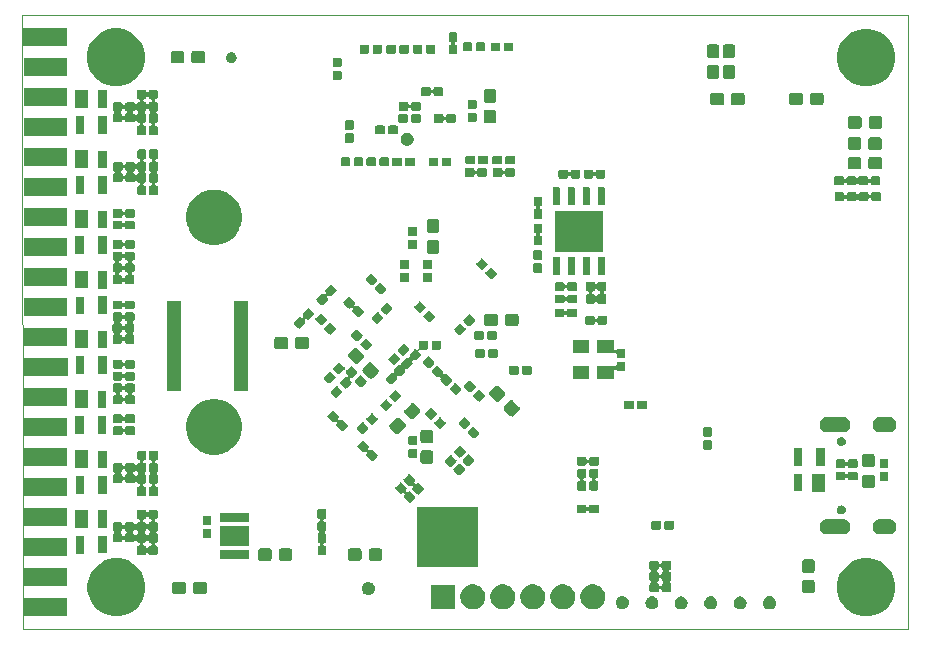
<source format=gbs>
G04 #@! TF.GenerationSoftware,KiCad,Pcbnew,(5.1.5)-3*
G04 #@! TF.CreationDate,2020-11-02T01:39:04+01:00*
G04 #@! TF.ProjectId,LogAn,4c6f6741-6e2e-46b6-9963-61645f706362,rev?*
G04 #@! TF.SameCoordinates,Original*
G04 #@! TF.FileFunction,Soldermask,Bot*
G04 #@! TF.FilePolarity,Negative*
%FSLAX46Y46*%
G04 Gerber Fmt 4.6, Leading zero omitted, Abs format (unit mm)*
G04 Created by KiCad (PCBNEW (5.1.5)-3) date 2020-11-02 01:39:04*
%MOMM*%
%LPD*%
G04 APERTURE LIST*
%ADD10C,0.050000*%
%ADD11C,0.100000*%
G04 APERTURE END LIST*
D10*
X140710920Y-90850720D02*
X65778380Y-90850720D01*
X140716000Y-38854380D02*
X140710920Y-90850720D01*
X65773300Y-38858340D02*
X140716000Y-38854380D01*
X65778380Y-90850720D02*
X65773300Y-38858340D01*
D11*
G36*
X74443509Y-84925210D02*
G01*
X74877300Y-85104892D01*
X74889564Y-85109972D01*
X75291001Y-85378204D01*
X75632396Y-85719599D01*
X75897234Y-86115956D01*
X75900629Y-86121038D01*
X76085390Y-86567091D01*
X76179580Y-87040616D01*
X76179580Y-87523424D01*
X76085390Y-87996949D01*
X75902733Y-88437922D01*
X75900628Y-88443004D01*
X75632396Y-88844441D01*
X75291001Y-89185836D01*
X74889564Y-89454068D01*
X74889563Y-89454069D01*
X74889562Y-89454069D01*
X74443509Y-89638830D01*
X73969984Y-89733020D01*
X73487176Y-89733020D01*
X73013651Y-89638830D01*
X72567598Y-89454069D01*
X72567597Y-89454069D01*
X72567596Y-89454068D01*
X72166159Y-89185836D01*
X71824764Y-88844441D01*
X71556532Y-88443004D01*
X71554427Y-88437922D01*
X71371770Y-87996949D01*
X71277580Y-87523424D01*
X71277580Y-87040616D01*
X71371770Y-86567091D01*
X71556531Y-86121038D01*
X71559927Y-86115956D01*
X71824764Y-85719599D01*
X72166159Y-85378204D01*
X72567596Y-85109972D01*
X72579860Y-85104892D01*
X73013651Y-84925210D01*
X73487176Y-84831020D01*
X73969984Y-84831020D01*
X74443509Y-84925210D01*
G37*
G36*
X137913029Y-84920130D02*
G01*
X138359082Y-85104891D01*
X138359084Y-85104892D01*
X138760521Y-85373124D01*
X139101916Y-85714519D01*
X139366824Y-86110981D01*
X139370149Y-86115958D01*
X139554910Y-86562011D01*
X139649100Y-87035536D01*
X139649100Y-87518344D01*
X139554910Y-87991869D01*
X139373679Y-88429399D01*
X139370148Y-88437924D01*
X139101916Y-88839361D01*
X138760521Y-89180756D01*
X138359084Y-89448988D01*
X138359083Y-89448989D01*
X138359082Y-89448989D01*
X137913029Y-89633750D01*
X137439504Y-89727940D01*
X136956696Y-89727940D01*
X136483171Y-89633750D01*
X136037118Y-89448989D01*
X136037117Y-89448989D01*
X136037116Y-89448988D01*
X135635679Y-89180756D01*
X135294284Y-88839361D01*
X135026052Y-88437924D01*
X135022521Y-88429399D01*
X134841290Y-87991869D01*
X134747100Y-87518344D01*
X134747100Y-87035536D01*
X134841290Y-86562011D01*
X135026051Y-86115958D01*
X135029377Y-86110981D01*
X135294284Y-85714519D01*
X135635679Y-85373124D01*
X136037116Y-85104892D01*
X136037118Y-85104891D01*
X136483171Y-84920130D01*
X136956696Y-84825940D01*
X137439504Y-84825940D01*
X137913029Y-84920130D01*
G37*
G36*
X69585680Y-89714340D02*
G01*
X65883680Y-89714340D01*
X65883680Y-88212340D01*
X69585680Y-88212340D01*
X69585680Y-89714340D01*
G37*
G36*
X126698441Y-88072994D02*
G01*
X126798715Y-88114529D01*
X126798716Y-88114530D01*
X126888962Y-88174830D01*
X126965710Y-88251578D01*
X126965711Y-88251580D01*
X127026011Y-88341825D01*
X127067546Y-88442099D01*
X127088720Y-88548550D01*
X127088720Y-88657090D01*
X127067546Y-88763541D01*
X127026011Y-88863815D01*
X127026010Y-88863816D01*
X126965710Y-88954062D01*
X126888962Y-89030810D01*
X126843532Y-89061165D01*
X126798715Y-89091111D01*
X126698441Y-89132646D01*
X126591990Y-89153820D01*
X126483450Y-89153820D01*
X126376999Y-89132646D01*
X126276725Y-89091111D01*
X126231908Y-89061165D01*
X126186478Y-89030810D01*
X126109730Y-88954062D01*
X126049430Y-88863816D01*
X126049429Y-88863815D01*
X126007894Y-88763541D01*
X125986720Y-88657090D01*
X125986720Y-88548550D01*
X126007894Y-88442099D01*
X126049429Y-88341825D01*
X126109729Y-88251580D01*
X126109730Y-88251578D01*
X126186478Y-88174830D01*
X126276724Y-88114530D01*
X126276725Y-88114529D01*
X126376999Y-88072994D01*
X126483450Y-88051820D01*
X126591990Y-88051820D01*
X126698441Y-88072994D01*
G37*
G36*
X121697181Y-88072994D02*
G01*
X121797455Y-88114529D01*
X121797456Y-88114530D01*
X121887702Y-88174830D01*
X121964450Y-88251578D01*
X121964451Y-88251580D01*
X122024751Y-88341825D01*
X122066286Y-88442099D01*
X122087460Y-88548550D01*
X122087460Y-88657090D01*
X122066286Y-88763541D01*
X122024751Y-88863815D01*
X122024750Y-88863816D01*
X121964450Y-88954062D01*
X121887702Y-89030810D01*
X121842272Y-89061165D01*
X121797455Y-89091111D01*
X121697181Y-89132646D01*
X121590730Y-89153820D01*
X121482190Y-89153820D01*
X121375739Y-89132646D01*
X121275465Y-89091111D01*
X121230648Y-89061165D01*
X121185218Y-89030810D01*
X121108470Y-88954062D01*
X121048170Y-88863816D01*
X121048169Y-88863815D01*
X121006634Y-88763541D01*
X120985460Y-88657090D01*
X120985460Y-88548550D01*
X121006634Y-88442099D01*
X121048169Y-88341825D01*
X121108469Y-88251580D01*
X121108470Y-88251578D01*
X121185218Y-88174830D01*
X121275464Y-88114530D01*
X121275465Y-88114529D01*
X121375739Y-88072994D01*
X121482190Y-88051820D01*
X121590730Y-88051820D01*
X121697181Y-88072994D01*
G37*
G36*
X124201621Y-88070454D02*
G01*
X124301895Y-88111989D01*
X124346712Y-88141935D01*
X124392142Y-88172290D01*
X124468890Y-88249038D01*
X124468891Y-88249040D01*
X124529191Y-88339285D01*
X124570726Y-88439559D01*
X124591900Y-88546010D01*
X124591900Y-88654550D01*
X124570726Y-88761001D01*
X124529191Y-88861275D01*
X124529190Y-88861276D01*
X124468890Y-88951522D01*
X124392142Y-89028270D01*
X124388339Y-89030811D01*
X124301895Y-89088571D01*
X124201621Y-89130106D01*
X124095170Y-89151280D01*
X123986630Y-89151280D01*
X123880179Y-89130106D01*
X123779905Y-89088571D01*
X123693461Y-89030811D01*
X123689658Y-89028270D01*
X123612910Y-88951522D01*
X123552610Y-88861276D01*
X123552609Y-88861275D01*
X123511074Y-88761001D01*
X123489900Y-88654550D01*
X123489900Y-88546010D01*
X123511074Y-88439559D01*
X123552609Y-88339285D01*
X123612909Y-88249040D01*
X123612910Y-88249038D01*
X123689658Y-88172290D01*
X123735088Y-88141935D01*
X123779905Y-88111989D01*
X123880179Y-88070454D01*
X123986630Y-88049280D01*
X124095170Y-88049280D01*
X124201621Y-88070454D01*
G37*
G36*
X129182561Y-88070454D02*
G01*
X129282835Y-88111989D01*
X129327652Y-88141935D01*
X129373082Y-88172290D01*
X129449830Y-88249038D01*
X129449831Y-88249040D01*
X129510131Y-88339285D01*
X129551666Y-88439559D01*
X129572840Y-88546010D01*
X129572840Y-88654550D01*
X129551666Y-88761001D01*
X129510131Y-88861275D01*
X129510130Y-88861276D01*
X129449830Y-88951522D01*
X129373082Y-89028270D01*
X129369279Y-89030811D01*
X129282835Y-89088571D01*
X129182561Y-89130106D01*
X129076110Y-89151280D01*
X128967570Y-89151280D01*
X128861119Y-89130106D01*
X128760845Y-89088571D01*
X128674401Y-89030811D01*
X128670598Y-89028270D01*
X128593850Y-88951522D01*
X128533550Y-88861276D01*
X128533549Y-88861275D01*
X128492014Y-88761001D01*
X128470840Y-88654550D01*
X128470840Y-88546010D01*
X128492014Y-88439559D01*
X128533549Y-88339285D01*
X128593849Y-88249040D01*
X128593850Y-88249038D01*
X128670598Y-88172290D01*
X128716028Y-88141935D01*
X128760845Y-88111989D01*
X128861119Y-88070454D01*
X128967570Y-88049280D01*
X129076110Y-88049280D01*
X129182561Y-88070454D01*
G37*
G36*
X119225761Y-88060294D02*
G01*
X119326035Y-88101829D01*
X119326036Y-88101830D01*
X119416282Y-88162130D01*
X119493030Y-88238878D01*
X119499820Y-88249040D01*
X119553331Y-88329125D01*
X119594866Y-88429399D01*
X119616040Y-88535850D01*
X119616040Y-88644390D01*
X119594866Y-88750841D01*
X119553331Y-88851115D01*
X119544845Y-88863815D01*
X119493030Y-88941362D01*
X119416282Y-89018110D01*
X119401076Y-89028270D01*
X119326035Y-89078411D01*
X119225761Y-89119946D01*
X119119310Y-89141120D01*
X119010770Y-89141120D01*
X118904319Y-89119946D01*
X118804045Y-89078411D01*
X118729004Y-89028270D01*
X118713798Y-89018110D01*
X118637050Y-88941362D01*
X118585235Y-88863815D01*
X118576749Y-88851115D01*
X118535214Y-88750841D01*
X118514040Y-88644390D01*
X118514040Y-88535850D01*
X118535214Y-88429399D01*
X118576749Y-88329125D01*
X118630260Y-88249040D01*
X118637050Y-88238878D01*
X118713798Y-88162130D01*
X118804044Y-88101830D01*
X118804045Y-88101829D01*
X118904319Y-88060294D01*
X119010770Y-88039120D01*
X119119310Y-88039120D01*
X119225761Y-88060294D01*
G37*
G36*
X106742724Y-87079129D02*
G01*
X106933993Y-87158355D01*
X106933995Y-87158356D01*
X107106133Y-87273375D01*
X107252525Y-87419767D01*
X107353929Y-87571528D01*
X107367545Y-87591907D01*
X107446771Y-87783176D01*
X107487160Y-87986224D01*
X107487160Y-88193256D01*
X107446771Y-88396304D01*
X107392125Y-88528231D01*
X107367544Y-88587575D01*
X107252525Y-88759713D01*
X107106133Y-88906105D01*
X106933995Y-89021124D01*
X106933994Y-89021125D01*
X106933993Y-89021125D01*
X106742724Y-89100351D01*
X106539676Y-89140740D01*
X106332644Y-89140740D01*
X106129596Y-89100351D01*
X105938327Y-89021125D01*
X105938326Y-89021125D01*
X105938325Y-89021124D01*
X105766187Y-88906105D01*
X105619795Y-88759713D01*
X105504776Y-88587575D01*
X105480195Y-88528231D01*
X105425549Y-88396304D01*
X105385160Y-88193256D01*
X105385160Y-87986224D01*
X105425549Y-87783176D01*
X105504775Y-87591907D01*
X105518392Y-87571528D01*
X105619795Y-87419767D01*
X105766187Y-87273375D01*
X105938325Y-87158356D01*
X105938327Y-87158355D01*
X106129596Y-87079129D01*
X106332644Y-87038740D01*
X106539676Y-87038740D01*
X106742724Y-87079129D01*
G37*
G36*
X114362724Y-87079129D02*
G01*
X114553993Y-87158355D01*
X114553995Y-87158356D01*
X114726133Y-87273375D01*
X114872525Y-87419767D01*
X114973929Y-87571528D01*
X114987545Y-87591907D01*
X115066771Y-87783176D01*
X115107160Y-87986224D01*
X115107160Y-88193256D01*
X115066771Y-88396304D01*
X115012125Y-88528231D01*
X114987544Y-88587575D01*
X114872525Y-88759713D01*
X114726133Y-88906105D01*
X114553995Y-89021124D01*
X114553994Y-89021125D01*
X114553993Y-89021125D01*
X114362724Y-89100351D01*
X114159676Y-89140740D01*
X113952644Y-89140740D01*
X113749596Y-89100351D01*
X113558327Y-89021125D01*
X113558326Y-89021125D01*
X113558325Y-89021124D01*
X113386187Y-88906105D01*
X113239795Y-88759713D01*
X113124776Y-88587575D01*
X113100195Y-88528231D01*
X113045549Y-88396304D01*
X113005160Y-88193256D01*
X113005160Y-87986224D01*
X113045549Y-87783176D01*
X113124775Y-87591907D01*
X113138392Y-87571528D01*
X113239795Y-87419767D01*
X113386187Y-87273375D01*
X113558325Y-87158356D01*
X113558327Y-87158355D01*
X113749596Y-87079129D01*
X113952644Y-87038740D01*
X114159676Y-87038740D01*
X114362724Y-87079129D01*
G37*
G36*
X111822724Y-87079129D02*
G01*
X112013993Y-87158355D01*
X112013995Y-87158356D01*
X112186133Y-87273375D01*
X112332525Y-87419767D01*
X112433929Y-87571528D01*
X112447545Y-87591907D01*
X112526771Y-87783176D01*
X112567160Y-87986224D01*
X112567160Y-88193256D01*
X112526771Y-88396304D01*
X112472125Y-88528231D01*
X112447544Y-88587575D01*
X112332525Y-88759713D01*
X112186133Y-88906105D01*
X112013995Y-89021124D01*
X112013994Y-89021125D01*
X112013993Y-89021125D01*
X111822724Y-89100351D01*
X111619676Y-89140740D01*
X111412644Y-89140740D01*
X111209596Y-89100351D01*
X111018327Y-89021125D01*
X111018326Y-89021125D01*
X111018325Y-89021124D01*
X110846187Y-88906105D01*
X110699795Y-88759713D01*
X110584776Y-88587575D01*
X110560195Y-88528231D01*
X110505549Y-88396304D01*
X110465160Y-88193256D01*
X110465160Y-87986224D01*
X110505549Y-87783176D01*
X110584775Y-87591907D01*
X110598392Y-87571528D01*
X110699795Y-87419767D01*
X110846187Y-87273375D01*
X111018325Y-87158356D01*
X111018327Y-87158355D01*
X111209596Y-87079129D01*
X111412644Y-87038740D01*
X111619676Y-87038740D01*
X111822724Y-87079129D01*
G37*
G36*
X109282724Y-87079129D02*
G01*
X109473993Y-87158355D01*
X109473995Y-87158356D01*
X109646133Y-87273375D01*
X109792525Y-87419767D01*
X109893929Y-87571528D01*
X109907545Y-87591907D01*
X109986771Y-87783176D01*
X110027160Y-87986224D01*
X110027160Y-88193256D01*
X109986771Y-88396304D01*
X109932125Y-88528231D01*
X109907544Y-88587575D01*
X109792525Y-88759713D01*
X109646133Y-88906105D01*
X109473995Y-89021124D01*
X109473994Y-89021125D01*
X109473993Y-89021125D01*
X109282724Y-89100351D01*
X109079676Y-89140740D01*
X108872644Y-89140740D01*
X108669596Y-89100351D01*
X108478327Y-89021125D01*
X108478326Y-89021125D01*
X108478325Y-89021124D01*
X108306187Y-88906105D01*
X108159795Y-88759713D01*
X108044776Y-88587575D01*
X108020195Y-88528231D01*
X107965549Y-88396304D01*
X107925160Y-88193256D01*
X107925160Y-87986224D01*
X107965549Y-87783176D01*
X108044775Y-87591907D01*
X108058392Y-87571528D01*
X108159795Y-87419767D01*
X108306187Y-87273375D01*
X108478325Y-87158356D01*
X108478327Y-87158355D01*
X108669596Y-87079129D01*
X108872644Y-87038740D01*
X109079676Y-87038740D01*
X109282724Y-87079129D01*
G37*
G36*
X104202724Y-87079129D02*
G01*
X104393993Y-87158355D01*
X104393995Y-87158356D01*
X104566133Y-87273375D01*
X104712525Y-87419767D01*
X104813929Y-87571528D01*
X104827545Y-87591907D01*
X104906771Y-87783176D01*
X104947160Y-87986224D01*
X104947160Y-88193256D01*
X104906771Y-88396304D01*
X104852125Y-88528231D01*
X104827544Y-88587575D01*
X104712525Y-88759713D01*
X104566133Y-88906105D01*
X104393995Y-89021124D01*
X104393994Y-89021125D01*
X104393993Y-89021125D01*
X104202724Y-89100351D01*
X103999676Y-89140740D01*
X103792644Y-89140740D01*
X103589596Y-89100351D01*
X103398327Y-89021125D01*
X103398326Y-89021125D01*
X103398325Y-89021124D01*
X103226187Y-88906105D01*
X103079795Y-88759713D01*
X102964776Y-88587575D01*
X102940195Y-88528231D01*
X102885549Y-88396304D01*
X102845160Y-88193256D01*
X102845160Y-87986224D01*
X102885549Y-87783176D01*
X102964775Y-87591907D01*
X102978392Y-87571528D01*
X103079795Y-87419767D01*
X103226187Y-87273375D01*
X103398325Y-87158356D01*
X103398327Y-87158355D01*
X103589596Y-87079129D01*
X103792644Y-87038740D01*
X103999676Y-87038740D01*
X104202724Y-87079129D01*
G37*
G36*
X116723861Y-88052674D02*
G01*
X116824135Y-88094209D01*
X116850746Y-88111990D01*
X116914382Y-88154510D01*
X116991130Y-88231258D01*
X117021485Y-88276688D01*
X117051431Y-88321505D01*
X117092966Y-88421779D01*
X117114140Y-88528230D01*
X117114140Y-88636770D01*
X117092966Y-88743221D01*
X117051431Y-88843495D01*
X117037853Y-88863816D01*
X116991130Y-88933742D01*
X116914382Y-89010490D01*
X116883971Y-89030810D01*
X116824135Y-89070791D01*
X116723861Y-89112326D01*
X116617410Y-89133500D01*
X116508870Y-89133500D01*
X116402419Y-89112326D01*
X116302145Y-89070791D01*
X116242309Y-89030810D01*
X116211898Y-89010490D01*
X116135150Y-88933742D01*
X116088427Y-88863816D01*
X116074849Y-88843495D01*
X116033314Y-88743221D01*
X116012140Y-88636770D01*
X116012140Y-88528230D01*
X116033314Y-88421779D01*
X116074849Y-88321505D01*
X116104795Y-88276688D01*
X116135150Y-88231258D01*
X116211898Y-88154510D01*
X116275534Y-88111990D01*
X116302145Y-88094209D01*
X116402419Y-88052674D01*
X116508870Y-88031500D01*
X116617410Y-88031500D01*
X116723861Y-88052674D01*
G37*
G36*
X102357160Y-89090740D02*
G01*
X100355160Y-89090740D01*
X100355160Y-87088740D01*
X102357160Y-87088740D01*
X102357160Y-89090740D01*
G37*
G36*
X95225301Y-86863954D02*
G01*
X95325575Y-86905489D01*
X95362683Y-86930284D01*
X95415822Y-86965790D01*
X95492570Y-87042538D01*
X95492571Y-87042540D01*
X95552871Y-87132785D01*
X95594406Y-87233059D01*
X95615580Y-87339510D01*
X95615580Y-87448050D01*
X95594406Y-87554501D01*
X95552871Y-87654775D01*
X95552870Y-87654776D01*
X95492570Y-87745022D01*
X95415822Y-87821770D01*
X95384049Y-87843000D01*
X95325575Y-87882071D01*
X95225301Y-87923606D01*
X95118850Y-87944780D01*
X95010310Y-87944780D01*
X94903859Y-87923606D01*
X94803585Y-87882071D01*
X94745111Y-87843000D01*
X94713338Y-87821770D01*
X94636590Y-87745022D01*
X94576290Y-87654776D01*
X94576289Y-87654775D01*
X94534754Y-87554501D01*
X94513580Y-87448050D01*
X94513580Y-87339510D01*
X94534754Y-87233059D01*
X94576289Y-87132785D01*
X94636589Y-87042540D01*
X94636590Y-87042538D01*
X94713338Y-86965790D01*
X94766477Y-86930284D01*
X94803585Y-86905489D01*
X94903859Y-86863954D01*
X95010310Y-86842780D01*
X95118850Y-86842780D01*
X95225301Y-86863954D01*
G37*
G36*
X79463139Y-86811265D02*
G01*
X79500635Y-86822640D01*
X79535194Y-86841112D01*
X79565487Y-86865973D01*
X79590348Y-86896266D01*
X79608820Y-86930825D01*
X79620195Y-86968321D01*
X79624640Y-87013458D01*
X79624640Y-87652182D01*
X79620195Y-87697319D01*
X79608820Y-87734815D01*
X79590348Y-87769374D01*
X79565487Y-87799667D01*
X79535194Y-87824528D01*
X79500635Y-87843000D01*
X79463139Y-87854375D01*
X79418002Y-87858820D01*
X78679278Y-87858820D01*
X78634141Y-87854375D01*
X78596645Y-87843000D01*
X78562086Y-87824528D01*
X78531793Y-87799667D01*
X78506932Y-87769374D01*
X78488460Y-87734815D01*
X78477085Y-87697319D01*
X78472640Y-87652182D01*
X78472640Y-87013458D01*
X78477085Y-86968321D01*
X78488460Y-86930825D01*
X78506932Y-86896266D01*
X78531793Y-86865973D01*
X78562086Y-86841112D01*
X78596645Y-86822640D01*
X78634141Y-86811265D01*
X78679278Y-86806820D01*
X79418002Y-86806820D01*
X79463139Y-86811265D01*
G37*
G36*
X81213139Y-86811265D02*
G01*
X81250635Y-86822640D01*
X81285194Y-86841112D01*
X81315487Y-86865973D01*
X81340348Y-86896266D01*
X81358820Y-86930825D01*
X81370195Y-86968321D01*
X81374640Y-87013458D01*
X81374640Y-87652182D01*
X81370195Y-87697319D01*
X81358820Y-87734815D01*
X81340348Y-87769374D01*
X81315487Y-87799667D01*
X81285194Y-87824528D01*
X81250635Y-87843000D01*
X81213139Y-87854375D01*
X81168002Y-87858820D01*
X80429278Y-87858820D01*
X80384141Y-87854375D01*
X80346645Y-87843000D01*
X80312086Y-87824528D01*
X80281793Y-87799667D01*
X80256932Y-87769374D01*
X80238460Y-87734815D01*
X80227085Y-87697319D01*
X80222640Y-87652182D01*
X80222640Y-87013458D01*
X80227085Y-86968321D01*
X80238460Y-86930825D01*
X80256932Y-86896266D01*
X80281793Y-86865973D01*
X80312086Y-86841112D01*
X80346645Y-86822640D01*
X80384141Y-86811265D01*
X80429278Y-86806820D01*
X81168002Y-86806820D01*
X81213139Y-86811265D01*
G37*
G36*
X132680719Y-86663445D02*
G01*
X132718215Y-86674820D01*
X132752774Y-86693292D01*
X132783067Y-86718153D01*
X132807928Y-86748446D01*
X132826400Y-86783005D01*
X132837775Y-86820501D01*
X132842220Y-86865638D01*
X132842220Y-87604362D01*
X132837775Y-87649499D01*
X132826400Y-87686995D01*
X132807928Y-87721554D01*
X132783067Y-87751847D01*
X132752774Y-87776708D01*
X132718215Y-87795180D01*
X132680719Y-87806555D01*
X132635582Y-87811000D01*
X131996858Y-87811000D01*
X131951721Y-87806555D01*
X131914225Y-87795180D01*
X131879666Y-87776708D01*
X131849373Y-87751847D01*
X131824512Y-87721554D01*
X131806040Y-87686995D01*
X131794665Y-87649499D01*
X131790220Y-87604362D01*
X131790220Y-86865638D01*
X131794665Y-86820501D01*
X131806040Y-86783005D01*
X131824512Y-86748446D01*
X131849373Y-86718153D01*
X131879666Y-86693292D01*
X131914225Y-86674820D01*
X131951721Y-86663445D01*
X131996858Y-86659000D01*
X132635582Y-86659000D01*
X132680719Y-86663445D01*
G37*
G36*
X119548039Y-85062316D02*
G01*
X119570997Y-85069281D01*
X119592161Y-85080593D01*
X119610707Y-85095813D01*
X119625927Y-85114359D01*
X119637239Y-85135523D01*
X119644204Y-85158481D01*
X119646763Y-85184468D01*
X119651543Y-85208502D01*
X119660920Y-85231141D01*
X119674534Y-85251515D01*
X119691861Y-85268842D01*
X119712235Y-85282456D01*
X119734874Y-85291833D01*
X119758907Y-85296614D01*
X119783411Y-85296614D01*
X119807445Y-85291834D01*
X119830084Y-85282457D01*
X119850458Y-85268843D01*
X119867785Y-85251516D01*
X119881399Y-85231142D01*
X119890776Y-85208503D01*
X119895557Y-85184468D01*
X119898116Y-85158481D01*
X119905081Y-85135523D01*
X119916393Y-85114359D01*
X119931613Y-85095813D01*
X119950159Y-85080593D01*
X119971323Y-85069281D01*
X119994281Y-85062316D01*
X120024300Y-85059360D01*
X120568020Y-85059360D01*
X120598039Y-85062316D01*
X120620997Y-85069281D01*
X120642161Y-85080593D01*
X120660707Y-85095813D01*
X120675927Y-85114359D01*
X120687239Y-85135523D01*
X120694204Y-85158481D01*
X120697160Y-85188500D01*
X120697160Y-85672220D01*
X120694204Y-85702239D01*
X120687239Y-85725197D01*
X120675927Y-85746361D01*
X120660707Y-85764907D01*
X120642158Y-85780129D01*
X120615899Y-85794165D01*
X120595524Y-85807778D01*
X120578197Y-85825106D01*
X120564584Y-85845480D01*
X120555206Y-85868119D01*
X120550426Y-85892152D01*
X120550426Y-85916656D01*
X120555206Y-85940689D01*
X120564584Y-85963328D01*
X120578197Y-85983703D01*
X120595525Y-86001030D01*
X120615899Y-86014643D01*
X120624355Y-86018145D01*
X120652321Y-86033093D01*
X120670867Y-86048313D01*
X120686087Y-86066859D01*
X120697399Y-86088023D01*
X120704364Y-86110981D01*
X120707320Y-86141000D01*
X120707320Y-86624720D01*
X120704364Y-86654739D01*
X120697399Y-86677697D01*
X120686087Y-86698861D01*
X120670867Y-86717407D01*
X120652318Y-86732629D01*
X120644749Y-86736675D01*
X120624374Y-86750289D01*
X120607047Y-86767616D01*
X120593434Y-86787990D01*
X120584056Y-86810629D01*
X120579276Y-86834662D01*
X120579276Y-86859166D01*
X120584056Y-86883199D01*
X120593434Y-86905838D01*
X120607048Y-86926213D01*
X120624375Y-86943540D01*
X120644752Y-86957155D01*
X120659941Y-86965273D01*
X120678487Y-86980493D01*
X120693707Y-86999039D01*
X120705019Y-87020203D01*
X120711984Y-87043161D01*
X120714940Y-87073180D01*
X120714940Y-87556900D01*
X120711984Y-87586919D01*
X120705019Y-87609877D01*
X120693707Y-87631041D01*
X120678487Y-87649587D01*
X120659941Y-87664807D01*
X120638777Y-87676119D01*
X120615819Y-87683084D01*
X120585800Y-87686040D01*
X120042080Y-87686040D01*
X120012061Y-87683084D01*
X119989103Y-87676119D01*
X119967939Y-87664807D01*
X119949393Y-87649587D01*
X119934173Y-87631041D01*
X119922861Y-87609877D01*
X119915896Y-87586919D01*
X119913337Y-87560932D01*
X119908557Y-87536898D01*
X119899180Y-87514259D01*
X119885566Y-87493885D01*
X119868239Y-87476558D01*
X119847865Y-87462944D01*
X119825226Y-87453567D01*
X119801193Y-87448786D01*
X119776689Y-87448786D01*
X119752655Y-87453566D01*
X119730016Y-87462943D01*
X119709642Y-87476557D01*
X119692315Y-87493884D01*
X119678701Y-87514258D01*
X119669324Y-87536897D01*
X119664543Y-87560932D01*
X119661984Y-87586919D01*
X119655019Y-87609877D01*
X119643707Y-87631041D01*
X119628487Y-87649587D01*
X119609941Y-87664807D01*
X119588777Y-87676119D01*
X119565819Y-87683084D01*
X119535800Y-87686040D01*
X118992080Y-87686040D01*
X118962061Y-87683084D01*
X118939103Y-87676119D01*
X118917939Y-87664807D01*
X118899393Y-87649587D01*
X118884173Y-87631041D01*
X118872861Y-87609877D01*
X118865896Y-87586919D01*
X118862940Y-87556900D01*
X118862940Y-87073180D01*
X118865896Y-87043161D01*
X118872861Y-87020203D01*
X118884173Y-86999039D01*
X118899393Y-86980493D01*
X118917942Y-86965271D01*
X118925511Y-86961225D01*
X118945886Y-86947611D01*
X118963213Y-86930284D01*
X118976826Y-86909910D01*
X118986204Y-86887271D01*
X118990984Y-86863238D01*
X118990984Y-86838734D01*
X118990175Y-86834662D01*
X119529276Y-86834662D01*
X119529276Y-86859166D01*
X119534056Y-86883199D01*
X119543434Y-86905838D01*
X119557048Y-86926213D01*
X119574375Y-86943540D01*
X119594752Y-86957155D01*
X119609941Y-86965273D01*
X119628487Y-86980493D01*
X119643707Y-86999039D01*
X119655019Y-87020203D01*
X119661984Y-87043161D01*
X119664543Y-87069148D01*
X119669323Y-87093182D01*
X119678700Y-87115821D01*
X119692314Y-87136195D01*
X119709641Y-87153522D01*
X119730015Y-87167136D01*
X119752654Y-87176513D01*
X119776687Y-87181294D01*
X119801191Y-87181294D01*
X119825225Y-87176514D01*
X119847864Y-87167137D01*
X119868238Y-87153523D01*
X119885565Y-87136196D01*
X119899179Y-87115822D01*
X119908556Y-87093183D01*
X119913337Y-87069148D01*
X119915896Y-87043161D01*
X119922861Y-87020203D01*
X119934173Y-86999039D01*
X119949393Y-86980493D01*
X119967942Y-86965271D01*
X119975511Y-86961225D01*
X119995886Y-86947611D01*
X120013213Y-86930284D01*
X120026826Y-86909910D01*
X120036204Y-86887271D01*
X120040984Y-86863238D01*
X120040984Y-86838734D01*
X120036204Y-86814701D01*
X120026826Y-86792062D01*
X120013212Y-86771687D01*
X119995885Y-86754360D01*
X119975508Y-86740745D01*
X119960319Y-86732627D01*
X119941773Y-86717407D01*
X119926553Y-86698861D01*
X119915241Y-86677697D01*
X119908276Y-86654739D01*
X119905717Y-86628752D01*
X119900937Y-86604718D01*
X119891560Y-86582079D01*
X119877946Y-86561705D01*
X119860619Y-86544378D01*
X119840245Y-86530764D01*
X119817606Y-86521387D01*
X119793573Y-86516606D01*
X119769069Y-86516606D01*
X119745035Y-86521386D01*
X119722396Y-86530763D01*
X119702022Y-86544377D01*
X119684695Y-86561704D01*
X119671081Y-86582078D01*
X119661704Y-86604717D01*
X119656923Y-86628752D01*
X119654364Y-86654739D01*
X119647399Y-86677697D01*
X119636087Y-86698861D01*
X119620867Y-86717407D01*
X119602318Y-86732629D01*
X119594749Y-86736675D01*
X119574374Y-86750289D01*
X119557047Y-86767616D01*
X119543434Y-86787990D01*
X119534056Y-86810629D01*
X119529276Y-86834662D01*
X118990175Y-86834662D01*
X118986204Y-86814701D01*
X118976826Y-86792062D01*
X118963212Y-86771687D01*
X118945885Y-86754360D01*
X118925508Y-86740745D01*
X118910319Y-86732627D01*
X118891773Y-86717407D01*
X118876553Y-86698861D01*
X118865241Y-86677697D01*
X118858276Y-86654739D01*
X118855320Y-86624720D01*
X118855320Y-86141000D01*
X118858276Y-86110981D01*
X118865241Y-86088023D01*
X118876553Y-86066859D01*
X118891773Y-86048313D01*
X118910322Y-86033091D01*
X118936581Y-86019055D01*
X118956956Y-86005442D01*
X118974283Y-85988114D01*
X118987896Y-85967740D01*
X118997274Y-85945101D01*
X119002054Y-85921068D01*
X119002054Y-85896564D01*
X119001177Y-85892152D01*
X119500426Y-85892152D01*
X119500426Y-85916656D01*
X119505206Y-85940689D01*
X119514584Y-85963328D01*
X119528197Y-85983703D01*
X119545525Y-86001030D01*
X119565899Y-86014643D01*
X119574355Y-86018145D01*
X119602321Y-86033093D01*
X119620867Y-86048313D01*
X119636087Y-86066859D01*
X119647399Y-86088023D01*
X119654364Y-86110981D01*
X119656923Y-86136968D01*
X119661703Y-86161002D01*
X119671080Y-86183641D01*
X119684694Y-86204015D01*
X119702021Y-86221342D01*
X119722395Y-86234956D01*
X119745034Y-86244333D01*
X119769067Y-86249114D01*
X119793571Y-86249114D01*
X119817605Y-86244334D01*
X119840244Y-86234957D01*
X119860618Y-86221343D01*
X119877945Y-86204016D01*
X119891559Y-86183642D01*
X119900936Y-86161003D01*
X119905717Y-86136968D01*
X119908276Y-86110981D01*
X119915241Y-86088023D01*
X119926553Y-86066859D01*
X119941773Y-86048313D01*
X119960322Y-86033091D01*
X119986581Y-86019055D01*
X120006956Y-86005442D01*
X120024283Y-85988114D01*
X120037896Y-85967740D01*
X120047274Y-85945101D01*
X120052054Y-85921068D01*
X120052054Y-85896564D01*
X120047274Y-85872531D01*
X120037896Y-85849892D01*
X120024283Y-85829517D01*
X120006955Y-85812190D01*
X119986581Y-85798577D01*
X119978125Y-85795075D01*
X119950159Y-85780127D01*
X119931613Y-85764907D01*
X119916393Y-85746361D01*
X119905081Y-85725197D01*
X119898116Y-85702239D01*
X119895557Y-85676252D01*
X119890777Y-85652218D01*
X119881400Y-85629579D01*
X119867786Y-85609205D01*
X119850459Y-85591878D01*
X119830085Y-85578264D01*
X119807446Y-85568887D01*
X119783413Y-85564106D01*
X119758909Y-85564106D01*
X119734875Y-85568886D01*
X119712236Y-85578263D01*
X119691862Y-85591877D01*
X119674535Y-85609204D01*
X119660921Y-85629578D01*
X119651544Y-85652217D01*
X119646763Y-85676252D01*
X119644204Y-85702239D01*
X119637239Y-85725197D01*
X119625927Y-85746361D01*
X119610707Y-85764907D01*
X119592158Y-85780129D01*
X119565899Y-85794165D01*
X119545524Y-85807778D01*
X119528197Y-85825106D01*
X119514584Y-85845480D01*
X119505206Y-85868119D01*
X119500426Y-85892152D01*
X119001177Y-85892152D01*
X118997274Y-85872531D01*
X118987896Y-85849892D01*
X118974283Y-85829517D01*
X118956955Y-85812190D01*
X118936581Y-85798577D01*
X118928125Y-85795075D01*
X118900159Y-85780127D01*
X118881613Y-85764907D01*
X118866393Y-85746361D01*
X118855081Y-85725197D01*
X118848116Y-85702239D01*
X118845160Y-85672220D01*
X118845160Y-85188500D01*
X118848116Y-85158481D01*
X118855081Y-85135523D01*
X118866393Y-85114359D01*
X118881613Y-85095813D01*
X118900159Y-85080593D01*
X118921323Y-85069281D01*
X118944281Y-85062316D01*
X118974300Y-85059360D01*
X119518020Y-85059360D01*
X119548039Y-85062316D01*
G37*
G36*
X69585680Y-87154340D02*
G01*
X65883680Y-87154340D01*
X65883680Y-85652340D01*
X69585680Y-85652340D01*
X69585680Y-87154340D01*
G37*
G36*
X132680719Y-84913445D02*
G01*
X132718215Y-84924820D01*
X132752774Y-84943292D01*
X132783067Y-84968153D01*
X132807928Y-84998446D01*
X132826400Y-85033005D01*
X132837775Y-85070501D01*
X132842220Y-85115638D01*
X132842220Y-85854362D01*
X132837775Y-85899499D01*
X132826400Y-85936995D01*
X132807928Y-85971554D01*
X132783067Y-86001847D01*
X132752774Y-86026708D01*
X132718215Y-86045180D01*
X132680719Y-86056555D01*
X132635582Y-86061000D01*
X131996858Y-86061000D01*
X131951721Y-86056555D01*
X131914225Y-86045180D01*
X131879666Y-86026708D01*
X131849373Y-86001847D01*
X131824512Y-85971554D01*
X131806040Y-85936995D01*
X131794665Y-85899499D01*
X131790220Y-85854362D01*
X131790220Y-85115638D01*
X131794665Y-85070501D01*
X131806040Y-85033005D01*
X131824512Y-84998446D01*
X131849373Y-84968153D01*
X131879666Y-84943292D01*
X131914225Y-84924820D01*
X131951721Y-84913445D01*
X131996858Y-84909000D01*
X132635582Y-84909000D01*
X132680719Y-84913445D01*
G37*
G36*
X104313560Y-85611540D02*
G01*
X99211560Y-85611540D01*
X99211560Y-80509540D01*
X104313560Y-80509540D01*
X104313560Y-85611540D01*
G37*
G36*
X86712299Y-84007105D02*
G01*
X86749795Y-84018480D01*
X86784354Y-84036952D01*
X86814647Y-84061813D01*
X86839508Y-84092106D01*
X86857980Y-84126665D01*
X86869355Y-84164161D01*
X86873800Y-84209298D01*
X86873800Y-84848022D01*
X86869355Y-84893159D01*
X86857980Y-84930655D01*
X86839508Y-84965214D01*
X86814647Y-84995507D01*
X86784354Y-85020368D01*
X86749795Y-85038840D01*
X86712299Y-85050215D01*
X86667162Y-85054660D01*
X85928438Y-85054660D01*
X85883301Y-85050215D01*
X85845805Y-85038840D01*
X85811246Y-85020368D01*
X85780953Y-84995507D01*
X85756092Y-84965214D01*
X85737620Y-84930655D01*
X85726245Y-84893159D01*
X85721800Y-84848022D01*
X85721800Y-84209298D01*
X85726245Y-84164161D01*
X85737620Y-84126665D01*
X85756092Y-84092106D01*
X85780953Y-84061813D01*
X85811246Y-84036952D01*
X85845805Y-84018480D01*
X85883301Y-84007105D01*
X85928438Y-84002660D01*
X86667162Y-84002660D01*
X86712299Y-84007105D01*
G37*
G36*
X88462299Y-84007105D02*
G01*
X88499795Y-84018480D01*
X88534354Y-84036952D01*
X88564647Y-84061813D01*
X88589508Y-84092106D01*
X88607980Y-84126665D01*
X88619355Y-84164161D01*
X88623800Y-84209298D01*
X88623800Y-84848022D01*
X88619355Y-84893159D01*
X88607980Y-84930655D01*
X88589508Y-84965214D01*
X88564647Y-84995507D01*
X88534354Y-85020368D01*
X88499795Y-85038840D01*
X88462299Y-85050215D01*
X88417162Y-85054660D01*
X87678438Y-85054660D01*
X87633301Y-85050215D01*
X87595805Y-85038840D01*
X87561246Y-85020368D01*
X87530953Y-84995507D01*
X87506092Y-84965214D01*
X87487620Y-84930655D01*
X87476245Y-84893159D01*
X87471800Y-84848022D01*
X87471800Y-84209298D01*
X87476245Y-84164161D01*
X87487620Y-84126665D01*
X87506092Y-84092106D01*
X87530953Y-84061813D01*
X87561246Y-84036952D01*
X87595805Y-84018480D01*
X87633301Y-84007105D01*
X87678438Y-84002660D01*
X88417162Y-84002660D01*
X88462299Y-84007105D01*
G37*
G36*
X96072139Y-84002025D02*
G01*
X96109635Y-84013400D01*
X96144194Y-84031872D01*
X96174487Y-84056733D01*
X96199348Y-84087026D01*
X96217820Y-84121585D01*
X96229195Y-84159081D01*
X96233640Y-84204218D01*
X96233640Y-84842942D01*
X96229195Y-84888079D01*
X96217820Y-84925575D01*
X96199348Y-84960134D01*
X96174487Y-84990427D01*
X96144194Y-85015288D01*
X96109635Y-85033760D01*
X96072139Y-85045135D01*
X96027002Y-85049580D01*
X95288278Y-85049580D01*
X95243141Y-85045135D01*
X95205645Y-85033760D01*
X95171086Y-85015288D01*
X95140793Y-84990427D01*
X95115932Y-84960134D01*
X95097460Y-84925575D01*
X95086085Y-84888079D01*
X95081640Y-84842942D01*
X95081640Y-84204218D01*
X95086085Y-84159081D01*
X95097460Y-84121585D01*
X95115932Y-84087026D01*
X95140793Y-84056733D01*
X95171086Y-84031872D01*
X95205645Y-84013400D01*
X95243141Y-84002025D01*
X95288278Y-83997580D01*
X96027002Y-83997580D01*
X96072139Y-84002025D01*
G37*
G36*
X94322139Y-84002025D02*
G01*
X94359635Y-84013400D01*
X94394194Y-84031872D01*
X94424487Y-84056733D01*
X94449348Y-84087026D01*
X94467820Y-84121585D01*
X94479195Y-84159081D01*
X94483640Y-84204218D01*
X94483640Y-84842942D01*
X94479195Y-84888079D01*
X94467820Y-84925575D01*
X94449348Y-84960134D01*
X94424487Y-84990427D01*
X94394194Y-85015288D01*
X94359635Y-85033760D01*
X94322139Y-85045135D01*
X94277002Y-85049580D01*
X93538278Y-85049580D01*
X93493141Y-85045135D01*
X93455645Y-85033760D01*
X93421086Y-85015288D01*
X93390793Y-84990427D01*
X93365932Y-84960134D01*
X93347460Y-84925575D01*
X93336085Y-84888079D01*
X93331640Y-84842942D01*
X93331640Y-84204218D01*
X93336085Y-84159081D01*
X93347460Y-84121585D01*
X93365932Y-84087026D01*
X93390793Y-84056733D01*
X93421086Y-84031872D01*
X93455645Y-84013400D01*
X93493141Y-84002025D01*
X93538278Y-83997580D01*
X94277002Y-83997580D01*
X94322139Y-84002025D01*
G37*
G36*
X84924480Y-84867160D02*
G01*
X82522480Y-84867160D01*
X82522480Y-84115160D01*
X84924480Y-84115160D01*
X84924480Y-84867160D01*
G37*
G36*
X69585680Y-84634340D02*
G01*
X65883680Y-84634340D01*
X65883680Y-83132340D01*
X69585680Y-83132340D01*
X69585680Y-84634340D01*
G37*
G36*
X91391839Y-80682076D02*
G01*
X91414797Y-80689041D01*
X91435961Y-80700353D01*
X91454507Y-80715573D01*
X91469727Y-80734119D01*
X91481039Y-80755283D01*
X91488004Y-80778241D01*
X91490960Y-80808260D01*
X91490960Y-81351980D01*
X91488004Y-81381999D01*
X91481039Y-81404957D01*
X91469727Y-81426121D01*
X91454507Y-81444667D01*
X91435961Y-81459887D01*
X91414797Y-81471199D01*
X91391839Y-81478164D01*
X91365852Y-81480723D01*
X91341818Y-81485503D01*
X91319179Y-81494880D01*
X91298805Y-81508494D01*
X91281478Y-81525821D01*
X91267864Y-81546195D01*
X91258487Y-81568834D01*
X91253706Y-81592867D01*
X91253706Y-81617371D01*
X91258486Y-81641405D01*
X91267863Y-81664044D01*
X91281477Y-81684418D01*
X91298804Y-81701745D01*
X91319178Y-81715359D01*
X91341817Y-81724736D01*
X91365852Y-81729517D01*
X91391839Y-81732076D01*
X91414797Y-81739041D01*
X91435961Y-81750353D01*
X91454507Y-81765573D01*
X91469727Y-81784119D01*
X91481039Y-81805283D01*
X91488004Y-81828241D01*
X91490960Y-81858260D01*
X91490960Y-82401980D01*
X91488004Y-82431999D01*
X91481039Y-82454957D01*
X91469727Y-82476121D01*
X91454507Y-82494667D01*
X91435958Y-82509890D01*
X91431512Y-82512266D01*
X91411138Y-82525880D01*
X91393811Y-82543207D01*
X91380198Y-82563582D01*
X91370821Y-82586221D01*
X91366041Y-82610254D01*
X91366041Y-82634758D01*
X91370822Y-82658792D01*
X91380200Y-82681430D01*
X91393814Y-82701804D01*
X91411141Y-82719131D01*
X91431516Y-82732744D01*
X91443579Y-82739192D01*
X91462127Y-82754413D01*
X91477347Y-82772959D01*
X91488659Y-82794123D01*
X91495624Y-82817081D01*
X91498580Y-82847100D01*
X91498580Y-83390820D01*
X91495624Y-83420839D01*
X91488659Y-83443797D01*
X91477347Y-83464961D01*
X91462127Y-83483507D01*
X91443581Y-83498727D01*
X91422417Y-83510039D01*
X91399459Y-83517004D01*
X91373472Y-83519563D01*
X91349438Y-83524343D01*
X91326799Y-83533720D01*
X91306425Y-83547334D01*
X91289098Y-83564661D01*
X91275484Y-83585035D01*
X91266107Y-83607674D01*
X91261326Y-83631707D01*
X91261326Y-83656211D01*
X91266106Y-83680245D01*
X91275483Y-83702884D01*
X91289097Y-83723258D01*
X91306424Y-83740585D01*
X91326798Y-83754199D01*
X91349437Y-83763576D01*
X91373472Y-83768357D01*
X91399459Y-83770916D01*
X91422417Y-83777881D01*
X91443581Y-83789193D01*
X91462127Y-83804413D01*
X91477347Y-83822959D01*
X91488659Y-83844123D01*
X91495624Y-83867081D01*
X91498580Y-83897100D01*
X91498580Y-84440820D01*
X91495624Y-84470839D01*
X91488659Y-84493797D01*
X91477347Y-84514961D01*
X91462127Y-84533507D01*
X91443581Y-84548727D01*
X91422417Y-84560039D01*
X91399459Y-84567004D01*
X91369440Y-84569960D01*
X90885720Y-84569960D01*
X90855701Y-84567004D01*
X90832743Y-84560039D01*
X90811579Y-84548727D01*
X90793033Y-84533507D01*
X90777813Y-84514961D01*
X90766501Y-84493797D01*
X90759536Y-84470839D01*
X90756580Y-84440820D01*
X90756580Y-83897100D01*
X90759536Y-83867081D01*
X90766501Y-83844123D01*
X90777813Y-83822959D01*
X90793033Y-83804413D01*
X90811579Y-83789193D01*
X90832743Y-83777881D01*
X90855701Y-83770916D01*
X90881688Y-83768357D01*
X90905722Y-83763577D01*
X90928361Y-83754200D01*
X90948735Y-83740586D01*
X90966062Y-83723259D01*
X90979676Y-83702885D01*
X90989053Y-83680246D01*
X90993834Y-83656213D01*
X90993834Y-83631709D01*
X90989054Y-83607675D01*
X90979677Y-83585036D01*
X90966063Y-83564662D01*
X90948736Y-83547335D01*
X90928362Y-83533721D01*
X90905723Y-83524344D01*
X90881688Y-83519563D01*
X90855701Y-83517004D01*
X90832743Y-83510039D01*
X90811579Y-83498727D01*
X90793033Y-83483507D01*
X90777813Y-83464961D01*
X90766501Y-83443797D01*
X90759536Y-83420839D01*
X90756580Y-83390820D01*
X90756580Y-82847100D01*
X90759536Y-82817081D01*
X90766501Y-82794123D01*
X90777813Y-82772959D01*
X90793033Y-82754413D01*
X90811582Y-82739190D01*
X90816028Y-82736814D01*
X90836402Y-82723200D01*
X90853729Y-82705873D01*
X90867342Y-82685498D01*
X90876719Y-82662859D01*
X90881499Y-82638826D01*
X90881499Y-82614322D01*
X90876718Y-82590288D01*
X90867340Y-82567650D01*
X90853726Y-82547276D01*
X90836399Y-82529949D01*
X90816024Y-82516336D01*
X90803961Y-82509888D01*
X90785413Y-82494667D01*
X90770193Y-82476121D01*
X90758881Y-82454957D01*
X90751916Y-82431999D01*
X90748960Y-82401980D01*
X90748960Y-81858260D01*
X90751916Y-81828241D01*
X90758881Y-81805283D01*
X90770193Y-81784119D01*
X90785413Y-81765573D01*
X90803959Y-81750353D01*
X90825123Y-81739041D01*
X90848081Y-81732076D01*
X90874068Y-81729517D01*
X90898102Y-81724737D01*
X90920741Y-81715360D01*
X90941115Y-81701746D01*
X90958442Y-81684419D01*
X90972056Y-81664045D01*
X90981433Y-81641406D01*
X90986214Y-81617373D01*
X90986214Y-81592869D01*
X90981434Y-81568835D01*
X90972057Y-81546196D01*
X90958443Y-81525822D01*
X90941116Y-81508495D01*
X90920742Y-81494881D01*
X90898103Y-81485504D01*
X90874068Y-81480723D01*
X90848081Y-81478164D01*
X90825123Y-81471199D01*
X90803959Y-81459887D01*
X90785413Y-81444667D01*
X90770193Y-81426121D01*
X90758881Y-81404957D01*
X90751916Y-81381999D01*
X90748960Y-81351980D01*
X90748960Y-80808260D01*
X90751916Y-80778241D01*
X90758881Y-80755283D01*
X90770193Y-80734119D01*
X90785413Y-80715573D01*
X90803959Y-80700353D01*
X90825123Y-80689041D01*
X90848081Y-80682076D01*
X90878100Y-80679120D01*
X91361820Y-80679120D01*
X91391839Y-80682076D01*
G37*
G36*
X76123899Y-80710016D02*
G01*
X76146857Y-80716981D01*
X76168021Y-80728293D01*
X76186567Y-80743513D01*
X76201787Y-80762059D01*
X76213099Y-80783223D01*
X76220064Y-80806181D01*
X76222028Y-80826128D01*
X76226808Y-80850162D01*
X76236185Y-80872801D01*
X76249798Y-80893175D01*
X76267125Y-80910503D01*
X76287499Y-80924117D01*
X76310138Y-80933494D01*
X76334171Y-80938275D01*
X76358675Y-80938275D01*
X76382709Y-80933495D01*
X76405348Y-80924118D01*
X76425722Y-80910505D01*
X76443050Y-80893178D01*
X76456664Y-80872804D01*
X76466041Y-80850165D01*
X76470822Y-80826130D01*
X76472036Y-80813801D01*
X76479001Y-80790843D01*
X76490313Y-80769679D01*
X76505533Y-80751133D01*
X76524079Y-80735913D01*
X76545243Y-80724601D01*
X76568201Y-80717636D01*
X76598220Y-80714680D01*
X77081940Y-80714680D01*
X77111959Y-80717636D01*
X77134917Y-80724601D01*
X77156081Y-80735913D01*
X77174627Y-80751133D01*
X77189847Y-80769679D01*
X77201159Y-80790843D01*
X77208124Y-80813801D01*
X77211080Y-80843820D01*
X77211080Y-81387540D01*
X77208124Y-81417559D01*
X77201159Y-81440517D01*
X77189847Y-81461681D01*
X77174627Y-81480227D01*
X77156081Y-81495447D01*
X77134917Y-81506759D01*
X77111959Y-81513724D01*
X77085972Y-81516283D01*
X77061938Y-81521063D01*
X77039299Y-81530440D01*
X77018925Y-81544054D01*
X77001598Y-81561381D01*
X76987984Y-81581755D01*
X76978607Y-81604394D01*
X76973826Y-81628427D01*
X76973826Y-81652931D01*
X76978606Y-81676965D01*
X76987983Y-81699604D01*
X77001597Y-81719978D01*
X77018924Y-81737305D01*
X77039298Y-81750919D01*
X77061937Y-81760296D01*
X77085972Y-81765077D01*
X77111959Y-81767636D01*
X77134917Y-81774601D01*
X77156081Y-81785913D01*
X77174627Y-81801133D01*
X77189847Y-81819679D01*
X77201159Y-81840843D01*
X77208124Y-81863801D01*
X77211080Y-81893820D01*
X77211080Y-82437540D01*
X77208124Y-82467559D01*
X77201159Y-82490517D01*
X77189847Y-82511681D01*
X77174628Y-82530225D01*
X77158398Y-82543545D01*
X77141072Y-82560872D01*
X77127458Y-82581247D01*
X77118081Y-82603886D01*
X77113301Y-82627919D01*
X77113301Y-82652423D01*
X77118082Y-82676457D01*
X77127459Y-82699095D01*
X77141073Y-82719470D01*
X77158398Y-82736795D01*
X77174628Y-82750115D01*
X77189847Y-82768659D01*
X77201159Y-82789823D01*
X77208124Y-82812781D01*
X77211080Y-82842800D01*
X77211080Y-83386520D01*
X77208124Y-83416539D01*
X77201159Y-83439497D01*
X77189847Y-83460661D01*
X77174627Y-83479207D01*
X77156081Y-83494427D01*
X77134917Y-83505739D01*
X77111959Y-83512704D01*
X77085972Y-83515263D01*
X77061938Y-83520043D01*
X77039299Y-83529420D01*
X77018925Y-83543034D01*
X77001598Y-83560361D01*
X76987984Y-83580735D01*
X76978607Y-83603374D01*
X76973826Y-83627407D01*
X76973826Y-83651911D01*
X76978606Y-83675945D01*
X76987983Y-83698584D01*
X77001597Y-83718958D01*
X77018924Y-83736285D01*
X77039298Y-83749899D01*
X77061937Y-83759276D01*
X77085972Y-83764057D01*
X77111959Y-83766616D01*
X77134917Y-83773581D01*
X77156081Y-83784893D01*
X77174627Y-83800113D01*
X77189847Y-83818659D01*
X77201159Y-83839823D01*
X77208124Y-83862781D01*
X77211080Y-83892800D01*
X77211080Y-84436520D01*
X77208124Y-84466539D01*
X77201159Y-84489497D01*
X77189847Y-84510661D01*
X77174627Y-84529207D01*
X77156081Y-84544427D01*
X77134917Y-84555739D01*
X77111959Y-84562704D01*
X77081940Y-84565660D01*
X76598220Y-84565660D01*
X76568201Y-84562704D01*
X76545243Y-84555739D01*
X76524079Y-84544427D01*
X76505533Y-84529207D01*
X76490313Y-84510661D01*
X76479001Y-84489497D01*
X76468719Y-84455604D01*
X76468350Y-84453753D01*
X76458960Y-84431119D01*
X76445335Y-84410752D01*
X76427999Y-84393434D01*
X76407617Y-84379832D01*
X76384973Y-84370467D01*
X76360937Y-84365699D01*
X76336433Y-84365713D01*
X76312403Y-84370506D01*
X76289769Y-84379896D01*
X76269402Y-84393521D01*
X76252084Y-84410857D01*
X76238482Y-84431239D01*
X76229117Y-84453883D01*
X76227463Y-84462214D01*
X76218179Y-84492817D01*
X76206867Y-84513981D01*
X76191647Y-84532527D01*
X76173101Y-84547747D01*
X76151937Y-84559059D01*
X76128979Y-84566024D01*
X76098960Y-84568980D01*
X75615240Y-84568980D01*
X75585221Y-84566024D01*
X75562263Y-84559059D01*
X75541099Y-84547747D01*
X75522553Y-84532527D01*
X75507333Y-84513981D01*
X75496021Y-84492817D01*
X75489056Y-84469859D01*
X75486100Y-84439840D01*
X75486100Y-83896120D01*
X75489056Y-83866101D01*
X75496021Y-83843143D01*
X75507333Y-83821979D01*
X75522553Y-83803433D01*
X75541099Y-83788213D01*
X75562263Y-83776901D01*
X75585221Y-83769936D01*
X75611208Y-83767377D01*
X75635242Y-83762597D01*
X75657881Y-83753220D01*
X75678255Y-83739606D01*
X75695582Y-83722279D01*
X75709196Y-83701905D01*
X75718573Y-83679266D01*
X75723354Y-83655233D01*
X75723354Y-83630729D01*
X75723354Y-83630727D01*
X75990846Y-83630727D01*
X75990846Y-83655231D01*
X75995626Y-83679265D01*
X76005003Y-83701904D01*
X76018617Y-83722278D01*
X76035944Y-83739605D01*
X76056318Y-83753219D01*
X76078957Y-83762596D01*
X76102992Y-83767377D01*
X76128979Y-83769936D01*
X76151937Y-83776901D01*
X76173101Y-83788213D01*
X76191647Y-83803433D01*
X76206867Y-83821979D01*
X76218179Y-83843143D01*
X76228461Y-83877036D01*
X76228830Y-83878887D01*
X76238220Y-83901521D01*
X76251845Y-83921888D01*
X76269181Y-83939206D01*
X76289563Y-83952808D01*
X76312207Y-83962173D01*
X76336243Y-83966941D01*
X76360747Y-83966927D01*
X76384777Y-83962134D01*
X76407411Y-83952744D01*
X76427778Y-83939119D01*
X76445096Y-83921783D01*
X76458698Y-83901401D01*
X76468063Y-83878757D01*
X76469717Y-83870426D01*
X76479001Y-83839823D01*
X76490313Y-83818659D01*
X76505533Y-83800113D01*
X76524079Y-83784893D01*
X76545243Y-83773581D01*
X76568201Y-83766616D01*
X76594188Y-83764057D01*
X76618222Y-83759277D01*
X76640861Y-83749900D01*
X76661235Y-83736286D01*
X76678562Y-83718959D01*
X76692176Y-83698585D01*
X76701553Y-83675946D01*
X76706334Y-83651913D01*
X76706334Y-83627409D01*
X76701554Y-83603375D01*
X76692177Y-83580736D01*
X76678563Y-83560362D01*
X76661236Y-83543035D01*
X76640862Y-83529421D01*
X76618223Y-83520044D01*
X76594188Y-83515263D01*
X76568201Y-83512704D01*
X76545243Y-83505739D01*
X76524079Y-83494427D01*
X76505533Y-83479207D01*
X76490313Y-83460661D01*
X76479001Y-83439497D01*
X76468719Y-83405604D01*
X76468350Y-83403753D01*
X76458960Y-83381119D01*
X76445335Y-83360752D01*
X76427999Y-83343434D01*
X76407617Y-83329832D01*
X76384973Y-83320467D01*
X76360937Y-83315699D01*
X76336433Y-83315713D01*
X76312403Y-83320506D01*
X76289769Y-83329896D01*
X76269402Y-83343521D01*
X76252084Y-83360857D01*
X76238482Y-83381239D01*
X76229117Y-83403883D01*
X76227463Y-83412214D01*
X76218179Y-83442817D01*
X76206867Y-83463981D01*
X76191647Y-83482527D01*
X76173101Y-83497747D01*
X76151937Y-83509059D01*
X76128979Y-83516024D01*
X76102992Y-83518583D01*
X76078958Y-83523363D01*
X76056319Y-83532740D01*
X76035945Y-83546354D01*
X76018618Y-83563681D01*
X76005004Y-83584055D01*
X75995627Y-83606694D01*
X75990846Y-83630727D01*
X75723354Y-83630727D01*
X75718574Y-83606695D01*
X75709197Y-83584056D01*
X75695583Y-83563682D01*
X75678256Y-83546355D01*
X75657882Y-83532741D01*
X75635243Y-83523364D01*
X75611208Y-83518583D01*
X75585221Y-83516024D01*
X75562263Y-83509059D01*
X75541099Y-83497747D01*
X75522553Y-83482527D01*
X75507333Y-83463981D01*
X75496023Y-83442820D01*
X75486116Y-83410162D01*
X75476738Y-83387523D01*
X75463125Y-83367149D01*
X75445798Y-83349822D01*
X75425423Y-83336208D01*
X75402785Y-83326831D01*
X75378751Y-83322050D01*
X75354247Y-83322050D01*
X75330214Y-83326830D01*
X75307575Y-83336208D01*
X75287201Y-83349821D01*
X75269874Y-83367148D01*
X75256260Y-83387523D01*
X75240409Y-83417179D01*
X75225187Y-83435727D01*
X75206641Y-83450947D01*
X75185477Y-83462259D01*
X75162519Y-83469224D01*
X75132500Y-83472180D01*
X74588780Y-83472180D01*
X74558761Y-83469224D01*
X74535803Y-83462259D01*
X74514639Y-83450947D01*
X74496093Y-83435727D01*
X74480873Y-83417181D01*
X74469561Y-83396017D01*
X74462596Y-83373059D01*
X74460037Y-83347072D01*
X74455257Y-83323038D01*
X74445880Y-83300399D01*
X74432266Y-83280025D01*
X74414939Y-83262698D01*
X74394565Y-83249084D01*
X74371926Y-83239707D01*
X74347893Y-83234926D01*
X74323389Y-83234926D01*
X74299355Y-83239706D01*
X74276716Y-83249083D01*
X74256342Y-83262697D01*
X74239015Y-83280024D01*
X74225401Y-83300398D01*
X74216024Y-83323037D01*
X74211243Y-83347072D01*
X74208684Y-83373059D01*
X74201719Y-83396017D01*
X74190407Y-83417181D01*
X74175187Y-83435727D01*
X74156641Y-83450947D01*
X74135477Y-83462259D01*
X74112519Y-83469224D01*
X74082500Y-83472180D01*
X73538780Y-83472180D01*
X73508761Y-83469224D01*
X73485803Y-83462259D01*
X73464639Y-83450947D01*
X73446093Y-83435727D01*
X73430873Y-83417181D01*
X73419561Y-83396017D01*
X73412596Y-83373059D01*
X73409640Y-83343040D01*
X73409640Y-82859320D01*
X73412596Y-82829301D01*
X73419561Y-82806343D01*
X73430873Y-82785179D01*
X73446093Y-82766633D01*
X73464637Y-82751415D01*
X73474749Y-82746010D01*
X73495123Y-82732396D01*
X73512451Y-82715070D01*
X73526065Y-82694696D01*
X73535443Y-82672057D01*
X73540224Y-82648024D01*
X73540224Y-82623520D01*
X73539953Y-82622156D01*
X74078516Y-82622156D01*
X74078516Y-82646660D01*
X74083296Y-82670694D01*
X74092672Y-82693333D01*
X74106286Y-82713707D01*
X74123612Y-82731035D01*
X74143990Y-82744651D01*
X74156641Y-82751413D01*
X74175187Y-82766633D01*
X74190407Y-82785179D01*
X74201719Y-82806343D01*
X74208684Y-82829301D01*
X74211243Y-82855288D01*
X74216023Y-82879322D01*
X74225400Y-82901961D01*
X74239014Y-82922335D01*
X74256341Y-82939662D01*
X74276715Y-82953276D01*
X74299354Y-82962653D01*
X74323387Y-82967434D01*
X74347891Y-82967434D01*
X74371925Y-82962654D01*
X74394564Y-82953277D01*
X74414938Y-82939663D01*
X74432265Y-82922336D01*
X74445879Y-82901962D01*
X74455256Y-82879323D01*
X74460037Y-82855288D01*
X74462596Y-82829301D01*
X74469561Y-82806343D01*
X74480873Y-82785179D01*
X74496093Y-82766633D01*
X74514637Y-82751415D01*
X74524749Y-82746010D01*
X74545123Y-82732396D01*
X74562451Y-82715070D01*
X74576065Y-82694696D01*
X74585443Y-82672057D01*
X74590224Y-82648024D01*
X74590224Y-82623520D01*
X74589953Y-82622156D01*
X75128516Y-82622156D01*
X75128516Y-82646660D01*
X75133296Y-82670694D01*
X75142672Y-82693333D01*
X75156286Y-82713707D01*
X75173612Y-82731035D01*
X75193990Y-82744651D01*
X75206641Y-82751413D01*
X75225187Y-82766633D01*
X75240407Y-82785179D01*
X75251718Y-82806341D01*
X75252252Y-82808101D01*
X75261630Y-82830739D01*
X75275244Y-82851113D01*
X75292571Y-82868440D01*
X75312946Y-82882053D01*
X75335585Y-82891430D01*
X75359618Y-82896210D01*
X75384123Y-82896210D01*
X75408156Y-82891429D01*
X75430794Y-82882051D01*
X75451168Y-82868437D01*
X75468495Y-82851110D01*
X75482108Y-82830735D01*
X75491484Y-82808099D01*
X75496021Y-82793143D01*
X75507333Y-82771979D01*
X75522552Y-82753435D01*
X75542905Y-82736732D01*
X75560232Y-82719405D01*
X75573846Y-82699031D01*
X75583224Y-82676392D01*
X75588005Y-82652359D01*
X75588005Y-82627855D01*
X75587175Y-82623681D01*
X76121115Y-82623681D01*
X76121115Y-82648185D01*
X76125895Y-82672219D01*
X76135272Y-82694858D01*
X76148885Y-82715232D01*
X76166213Y-82732560D01*
X76191647Y-82753433D01*
X76206867Y-82771979D01*
X76218179Y-82793143D01*
X76228461Y-82827036D01*
X76228830Y-82828887D01*
X76238220Y-82851521D01*
X76251845Y-82871888D01*
X76269181Y-82889206D01*
X76289563Y-82902808D01*
X76312207Y-82912173D01*
X76336243Y-82916941D01*
X76360747Y-82916927D01*
X76384777Y-82912134D01*
X76407411Y-82902744D01*
X76427778Y-82889119D01*
X76445096Y-82871783D01*
X76458698Y-82851401D01*
X76468063Y-82828757D01*
X76469717Y-82820426D01*
X76479001Y-82789823D01*
X76490313Y-82768659D01*
X76505532Y-82750115D01*
X76521762Y-82736795D01*
X76539088Y-82719468D01*
X76552702Y-82699093D01*
X76562079Y-82676454D01*
X76566859Y-82652421D01*
X76566859Y-82627917D01*
X76562078Y-82603883D01*
X76552701Y-82581245D01*
X76539087Y-82560870D01*
X76521762Y-82543545D01*
X76505532Y-82530225D01*
X76490313Y-82511681D01*
X76479001Y-82490517D01*
X76472036Y-82467559D01*
X76470072Y-82447612D01*
X76465292Y-82423578D01*
X76455915Y-82400939D01*
X76442302Y-82380565D01*
X76424975Y-82363237D01*
X76404601Y-82349623D01*
X76381962Y-82340246D01*
X76357929Y-82335465D01*
X76333425Y-82335465D01*
X76309391Y-82340245D01*
X76286752Y-82349622D01*
X76266378Y-82363235D01*
X76249050Y-82380562D01*
X76235436Y-82400936D01*
X76226059Y-82423575D01*
X76221278Y-82447610D01*
X76220064Y-82459939D01*
X76213099Y-82482897D01*
X76201787Y-82504061D01*
X76186568Y-82522605D01*
X76166215Y-82539308D01*
X76148888Y-82556635D01*
X76135274Y-82577009D01*
X76125896Y-82599648D01*
X76121115Y-82623681D01*
X75587175Y-82623681D01*
X75583225Y-82603821D01*
X75573848Y-82581182D01*
X75560235Y-82560808D01*
X75542907Y-82543480D01*
X75517473Y-82522607D01*
X75502253Y-82504061D01*
X75490941Y-82482897D01*
X75486785Y-82469197D01*
X75477408Y-82446558D01*
X75463794Y-82426184D01*
X75446467Y-82408857D01*
X75426093Y-82395243D01*
X75403454Y-82385866D01*
X75379421Y-82381086D01*
X75354916Y-82381086D01*
X75330883Y-82385867D01*
X75308244Y-82395244D01*
X75287870Y-82408858D01*
X75270543Y-82426185D01*
X75256929Y-82446559D01*
X75251817Y-82458902D01*
X75237867Y-82485001D01*
X75222647Y-82503547D01*
X75204103Y-82518765D01*
X75193991Y-82524170D01*
X75173617Y-82537784D01*
X75156289Y-82555110D01*
X75142675Y-82575484D01*
X75133297Y-82598123D01*
X75128516Y-82622156D01*
X74589953Y-82622156D01*
X74585444Y-82599486D01*
X74576068Y-82576847D01*
X74562454Y-82556473D01*
X74545128Y-82539145D01*
X74524750Y-82525529D01*
X74512099Y-82518767D01*
X74493553Y-82503547D01*
X74478333Y-82485001D01*
X74467021Y-82463837D01*
X74460056Y-82440879D01*
X74457497Y-82414892D01*
X74452717Y-82390858D01*
X74443340Y-82368219D01*
X74429726Y-82347845D01*
X74412399Y-82330518D01*
X74392025Y-82316904D01*
X74369386Y-82307527D01*
X74345353Y-82302746D01*
X74320849Y-82302746D01*
X74296815Y-82307526D01*
X74274176Y-82316903D01*
X74253802Y-82330517D01*
X74236475Y-82347844D01*
X74222861Y-82368218D01*
X74213484Y-82390857D01*
X74208703Y-82414892D01*
X74206144Y-82440879D01*
X74199179Y-82463837D01*
X74187867Y-82485001D01*
X74172647Y-82503547D01*
X74154103Y-82518765D01*
X74143991Y-82524170D01*
X74123617Y-82537784D01*
X74106289Y-82555110D01*
X74092675Y-82575484D01*
X74083297Y-82598123D01*
X74078516Y-82622156D01*
X73539953Y-82622156D01*
X73535444Y-82599486D01*
X73526068Y-82576847D01*
X73512454Y-82556473D01*
X73495128Y-82539145D01*
X73474750Y-82525529D01*
X73462099Y-82518767D01*
X73443553Y-82503547D01*
X73428333Y-82485001D01*
X73417021Y-82463837D01*
X73410056Y-82440879D01*
X73407100Y-82410860D01*
X73407100Y-81927140D01*
X73410056Y-81897121D01*
X73417021Y-81874163D01*
X73428333Y-81852999D01*
X73443553Y-81834453D01*
X73462099Y-81819233D01*
X73483263Y-81807921D01*
X73506221Y-81800956D01*
X73536240Y-81798000D01*
X74079960Y-81798000D01*
X74109979Y-81800956D01*
X74132937Y-81807921D01*
X74154101Y-81819233D01*
X74172647Y-81834453D01*
X74187867Y-81852999D01*
X74199179Y-81874163D01*
X74206144Y-81897121D01*
X74208703Y-81923108D01*
X74213483Y-81947142D01*
X74222860Y-81969781D01*
X74236474Y-81990155D01*
X74253801Y-82007482D01*
X74274175Y-82021096D01*
X74296814Y-82030473D01*
X74320847Y-82035254D01*
X74345351Y-82035254D01*
X74369385Y-82030474D01*
X74392024Y-82021097D01*
X74412398Y-82007483D01*
X74429725Y-81990156D01*
X74443339Y-81969782D01*
X74452716Y-81947143D01*
X74457497Y-81923108D01*
X74460056Y-81897121D01*
X74467021Y-81874163D01*
X74478333Y-81852999D01*
X74493553Y-81834453D01*
X74512099Y-81819233D01*
X74533263Y-81807921D01*
X74556221Y-81800956D01*
X74586240Y-81798000D01*
X75129960Y-81798000D01*
X75159979Y-81800956D01*
X75182937Y-81807921D01*
X75204101Y-81819233D01*
X75222647Y-81834453D01*
X75237869Y-81853001D01*
X75253232Y-81881745D01*
X75266845Y-81902120D01*
X75284172Y-81919447D01*
X75304546Y-81933061D01*
X75327185Y-81942439D01*
X75351218Y-81947220D01*
X75375722Y-81947220D01*
X75399755Y-81942440D01*
X75422394Y-81933063D01*
X75442769Y-81919450D01*
X75460096Y-81902123D01*
X75473710Y-81881749D01*
X75483088Y-81859110D01*
X75490941Y-81833222D01*
X75502253Y-81812059D01*
X75517473Y-81793513D01*
X75536019Y-81778293D01*
X75557183Y-81766981D01*
X75580141Y-81760016D01*
X75606128Y-81757457D01*
X75630162Y-81752677D01*
X75652801Y-81743300D01*
X75673175Y-81729686D01*
X75690502Y-81712359D01*
X75704116Y-81691985D01*
X75713493Y-81669346D01*
X75718274Y-81645313D01*
X75718274Y-81620809D01*
X75718274Y-81620807D01*
X75985766Y-81620807D01*
X75985766Y-81645311D01*
X75990546Y-81669345D01*
X75999923Y-81691984D01*
X76013537Y-81712358D01*
X76030864Y-81729685D01*
X76051238Y-81743299D01*
X76073877Y-81752676D01*
X76097912Y-81757457D01*
X76123899Y-81760016D01*
X76146857Y-81766981D01*
X76168021Y-81778293D01*
X76186567Y-81793513D01*
X76201787Y-81812059D01*
X76213099Y-81833223D01*
X76220064Y-81856181D01*
X76222028Y-81876128D01*
X76226808Y-81900162D01*
X76236185Y-81922801D01*
X76249798Y-81943175D01*
X76267125Y-81960503D01*
X76287499Y-81974117D01*
X76310138Y-81983494D01*
X76334171Y-81988275D01*
X76358675Y-81988275D01*
X76382709Y-81983495D01*
X76405348Y-81974118D01*
X76425722Y-81960505D01*
X76443050Y-81943178D01*
X76456664Y-81922804D01*
X76466041Y-81900165D01*
X76470822Y-81876130D01*
X76472036Y-81863801D01*
X76479001Y-81840843D01*
X76490313Y-81819679D01*
X76505533Y-81801133D01*
X76524079Y-81785913D01*
X76545243Y-81774601D01*
X76568201Y-81767636D01*
X76594188Y-81765077D01*
X76618222Y-81760297D01*
X76640861Y-81750920D01*
X76661235Y-81737306D01*
X76678562Y-81719979D01*
X76692176Y-81699605D01*
X76701553Y-81676966D01*
X76706334Y-81652933D01*
X76706334Y-81628429D01*
X76701554Y-81604395D01*
X76692177Y-81581756D01*
X76678563Y-81561382D01*
X76661236Y-81544055D01*
X76640862Y-81530441D01*
X76618223Y-81521064D01*
X76594188Y-81516283D01*
X76568201Y-81513724D01*
X76545243Y-81506759D01*
X76524079Y-81495447D01*
X76505533Y-81480227D01*
X76490313Y-81461681D01*
X76479001Y-81440517D01*
X76472036Y-81417559D01*
X76470072Y-81397612D01*
X76465292Y-81373578D01*
X76455915Y-81350939D01*
X76442302Y-81330565D01*
X76424975Y-81313237D01*
X76404601Y-81299623D01*
X76381962Y-81290246D01*
X76357929Y-81285465D01*
X76333425Y-81285465D01*
X76309391Y-81290245D01*
X76286752Y-81299622D01*
X76266378Y-81313235D01*
X76249050Y-81330562D01*
X76235436Y-81350936D01*
X76226059Y-81373575D01*
X76221278Y-81397610D01*
X76220064Y-81409939D01*
X76213099Y-81432897D01*
X76201787Y-81454061D01*
X76186567Y-81472607D01*
X76168021Y-81487827D01*
X76146857Y-81499139D01*
X76123899Y-81506104D01*
X76097912Y-81508663D01*
X76073878Y-81513443D01*
X76051239Y-81522820D01*
X76030865Y-81536434D01*
X76013538Y-81553761D01*
X75999924Y-81574135D01*
X75990547Y-81596774D01*
X75985766Y-81620807D01*
X75718274Y-81620807D01*
X75713494Y-81596775D01*
X75704117Y-81574136D01*
X75690503Y-81553762D01*
X75673176Y-81536435D01*
X75652802Y-81522821D01*
X75630163Y-81513444D01*
X75606128Y-81508663D01*
X75580141Y-81506104D01*
X75557183Y-81499139D01*
X75536019Y-81487827D01*
X75517473Y-81472607D01*
X75502253Y-81454061D01*
X75490941Y-81432897D01*
X75483976Y-81409939D01*
X75481020Y-81379920D01*
X75481020Y-80836200D01*
X75483976Y-80806181D01*
X75490941Y-80783223D01*
X75502253Y-80762059D01*
X75517473Y-80743513D01*
X75536019Y-80728293D01*
X75557183Y-80716981D01*
X75580141Y-80710016D01*
X75610160Y-80707060D01*
X76093880Y-80707060D01*
X76123899Y-80710016D01*
G37*
G36*
X70968040Y-84449260D02*
G01*
X70266040Y-84449260D01*
X70266040Y-82947260D01*
X70968040Y-82947260D01*
X70968040Y-84449260D01*
G37*
G36*
X72893040Y-84424260D02*
G01*
X72191040Y-84424260D01*
X72191040Y-82922260D01*
X72893040Y-82922260D01*
X72893040Y-84424260D01*
G37*
G36*
X84974480Y-83767160D02*
G01*
X82472480Y-83767160D01*
X82472480Y-82115160D01*
X84974480Y-82115160D01*
X84974480Y-83767160D01*
G37*
G36*
X81671259Y-82328576D02*
G01*
X81694217Y-82335541D01*
X81715381Y-82346853D01*
X81733927Y-82362073D01*
X81749147Y-82380619D01*
X81760459Y-82401783D01*
X81767424Y-82424741D01*
X81770380Y-82454760D01*
X81770380Y-82998480D01*
X81767424Y-83028499D01*
X81760459Y-83051457D01*
X81749147Y-83072621D01*
X81733927Y-83091167D01*
X81715381Y-83106387D01*
X81694217Y-83117699D01*
X81671259Y-83124664D01*
X81641240Y-83127620D01*
X81157520Y-83127620D01*
X81127501Y-83124664D01*
X81104543Y-83117699D01*
X81083379Y-83106387D01*
X81064833Y-83091167D01*
X81049613Y-83072621D01*
X81038301Y-83051457D01*
X81031336Y-83028499D01*
X81028380Y-82998480D01*
X81028380Y-82454760D01*
X81031336Y-82424741D01*
X81038301Y-82401783D01*
X81049613Y-82380619D01*
X81064833Y-82362073D01*
X81083379Y-82346853D01*
X81104543Y-82335541D01*
X81127501Y-82328576D01*
X81157520Y-82325620D01*
X81641240Y-82325620D01*
X81671259Y-82328576D01*
G37*
G36*
X135273403Y-81509060D02*
G01*
X135351178Y-81516720D01*
X135416166Y-81536434D01*
X135473896Y-81553946D01*
X135586985Y-81614394D01*
X135686114Y-81695746D01*
X135767466Y-81794875D01*
X135827914Y-81907964D01*
X135832508Y-81923108D01*
X135865140Y-82030682D01*
X135877709Y-82158300D01*
X135865140Y-82285918D01*
X135841686Y-82363235D01*
X135827914Y-82408636D01*
X135767466Y-82521725D01*
X135686114Y-82620854D01*
X135586985Y-82702206D01*
X135473896Y-82762654D01*
X135454100Y-82768659D01*
X135351178Y-82799880D01*
X135287415Y-82806160D01*
X135255534Y-82809300D01*
X133891586Y-82809300D01*
X133859705Y-82806160D01*
X133795942Y-82799880D01*
X133693020Y-82768659D01*
X133673224Y-82762654D01*
X133560135Y-82702206D01*
X133461006Y-82620854D01*
X133379654Y-82521725D01*
X133319206Y-82408636D01*
X133305434Y-82363235D01*
X133281980Y-82285918D01*
X133269411Y-82158300D01*
X133281980Y-82030682D01*
X133314612Y-81923108D01*
X133319206Y-81907964D01*
X133379654Y-81794875D01*
X133461006Y-81695746D01*
X133560135Y-81614394D01*
X133673224Y-81553946D01*
X133730954Y-81536434D01*
X133795942Y-81516720D01*
X133873717Y-81509060D01*
X133891586Y-81507300D01*
X135255534Y-81507300D01*
X135273403Y-81509060D01*
G37*
G36*
X139153403Y-81509060D02*
G01*
X139231178Y-81516720D01*
X139296166Y-81536434D01*
X139353896Y-81553946D01*
X139466985Y-81614394D01*
X139566114Y-81695746D01*
X139647466Y-81794875D01*
X139707914Y-81907964D01*
X139712508Y-81923108D01*
X139745140Y-82030682D01*
X139757709Y-82158300D01*
X139745140Y-82285918D01*
X139721686Y-82363235D01*
X139707914Y-82408636D01*
X139647466Y-82521725D01*
X139566114Y-82620854D01*
X139466985Y-82702206D01*
X139353896Y-82762654D01*
X139334100Y-82768659D01*
X139231178Y-82799880D01*
X139167415Y-82806160D01*
X139135534Y-82809300D01*
X138371586Y-82809300D01*
X138339705Y-82806160D01*
X138275942Y-82799880D01*
X138173020Y-82768659D01*
X138153224Y-82762654D01*
X138040135Y-82702206D01*
X137941006Y-82620854D01*
X137859654Y-82521725D01*
X137799206Y-82408636D01*
X137785434Y-82363235D01*
X137761980Y-82285918D01*
X137749411Y-82158300D01*
X137761980Y-82030682D01*
X137794612Y-81923108D01*
X137799206Y-81907964D01*
X137859654Y-81794875D01*
X137941006Y-81695746D01*
X138040135Y-81614394D01*
X138153224Y-81553946D01*
X138210954Y-81536434D01*
X138275942Y-81516720D01*
X138353717Y-81509060D01*
X138371586Y-81507300D01*
X139135534Y-81507300D01*
X139153403Y-81509060D01*
G37*
G36*
X119718619Y-81663796D02*
G01*
X119741577Y-81670761D01*
X119762741Y-81682073D01*
X119781287Y-81697293D01*
X119796507Y-81715839D01*
X119807819Y-81737003D01*
X119814784Y-81759961D01*
X119817740Y-81789980D01*
X119817740Y-82273700D01*
X119814784Y-82303719D01*
X119807819Y-82326677D01*
X119796507Y-82347841D01*
X119781287Y-82366387D01*
X119762741Y-82381607D01*
X119741577Y-82392919D01*
X119718619Y-82399884D01*
X119688600Y-82402840D01*
X119144880Y-82402840D01*
X119114861Y-82399884D01*
X119091903Y-82392919D01*
X119070739Y-82381607D01*
X119052193Y-82366387D01*
X119036973Y-82347841D01*
X119025661Y-82326677D01*
X119018696Y-82303719D01*
X119015740Y-82273700D01*
X119015740Y-81789980D01*
X119018696Y-81759961D01*
X119025661Y-81737003D01*
X119036973Y-81715839D01*
X119052193Y-81697293D01*
X119070739Y-81682073D01*
X119091903Y-81670761D01*
X119114861Y-81663796D01*
X119144880Y-81660840D01*
X119688600Y-81660840D01*
X119718619Y-81663796D01*
G37*
G36*
X120818619Y-81663796D02*
G01*
X120841577Y-81670761D01*
X120862741Y-81682073D01*
X120881287Y-81697293D01*
X120896507Y-81715839D01*
X120907819Y-81737003D01*
X120914784Y-81759961D01*
X120917740Y-81789980D01*
X120917740Y-82273700D01*
X120914784Y-82303719D01*
X120907819Y-82326677D01*
X120896507Y-82347841D01*
X120881287Y-82366387D01*
X120862741Y-82381607D01*
X120841577Y-82392919D01*
X120818619Y-82399884D01*
X120788600Y-82402840D01*
X120244880Y-82402840D01*
X120214861Y-82399884D01*
X120191903Y-82392919D01*
X120170739Y-82381607D01*
X120152193Y-82366387D01*
X120136973Y-82347841D01*
X120125661Y-82326677D01*
X120118696Y-82303719D01*
X120115740Y-82273700D01*
X120115740Y-81789980D01*
X120118696Y-81759961D01*
X120125661Y-81737003D01*
X120136973Y-81715839D01*
X120152193Y-81697293D01*
X120170739Y-81682073D01*
X120191903Y-81670761D01*
X120214861Y-81663796D01*
X120244880Y-81660840D01*
X120788600Y-81660840D01*
X120818619Y-81663796D01*
G37*
G36*
X72893040Y-82274260D02*
G01*
X72191040Y-82274260D01*
X72191040Y-80772260D01*
X72893040Y-80772260D01*
X72893040Y-82274260D01*
G37*
G36*
X71343040Y-82249260D02*
G01*
X70241040Y-82249260D01*
X70241040Y-80747260D01*
X71343040Y-80747260D01*
X71343040Y-82249260D01*
G37*
G36*
X69585680Y-82094340D02*
G01*
X65883680Y-82094340D01*
X65883680Y-80592340D01*
X69585680Y-80592340D01*
X69585680Y-82094340D01*
G37*
G36*
X81671259Y-81228576D02*
G01*
X81694217Y-81235541D01*
X81715381Y-81246853D01*
X81733927Y-81262073D01*
X81749147Y-81280619D01*
X81760459Y-81301783D01*
X81767424Y-81324741D01*
X81770380Y-81354760D01*
X81770380Y-81898480D01*
X81767424Y-81928499D01*
X81760459Y-81951457D01*
X81749147Y-81972621D01*
X81733927Y-81991167D01*
X81715381Y-82006387D01*
X81694217Y-82017699D01*
X81671259Y-82024664D01*
X81641240Y-82027620D01*
X81157520Y-82027620D01*
X81127501Y-82024664D01*
X81104543Y-82017699D01*
X81083379Y-82006387D01*
X81064833Y-81991167D01*
X81049613Y-81972621D01*
X81038301Y-81951457D01*
X81031336Y-81928499D01*
X81028380Y-81898480D01*
X81028380Y-81354760D01*
X81031336Y-81324741D01*
X81038301Y-81301783D01*
X81049613Y-81280619D01*
X81064833Y-81262073D01*
X81083379Y-81246853D01*
X81104543Y-81235541D01*
X81127501Y-81228576D01*
X81157520Y-81225620D01*
X81641240Y-81225620D01*
X81671259Y-81228576D01*
G37*
G36*
X84924480Y-81767160D02*
G01*
X82522480Y-81767160D01*
X82522480Y-81015160D01*
X84924480Y-81015160D01*
X84924480Y-81767160D01*
G37*
G36*
X135213232Y-80366749D02*
G01*
X135213234Y-80366750D01*
X135213235Y-80366750D01*
X135281663Y-80395093D01*
X135343246Y-80436242D01*
X135395618Y-80488614D01*
X135436767Y-80550197D01*
X135465110Y-80618625D01*
X135465111Y-80618628D01*
X135479560Y-80691266D01*
X135479560Y-80765334D01*
X135467009Y-80828431D01*
X135465110Y-80837975D01*
X135436767Y-80906403D01*
X135395618Y-80967986D01*
X135343246Y-81020358D01*
X135281663Y-81061507D01*
X135213235Y-81089850D01*
X135213234Y-81089850D01*
X135213232Y-81089851D01*
X135140594Y-81104300D01*
X135066526Y-81104300D01*
X134993888Y-81089851D01*
X134993886Y-81089850D01*
X134993885Y-81089850D01*
X134925457Y-81061507D01*
X134863874Y-81020358D01*
X134811502Y-80967986D01*
X134770353Y-80906403D01*
X134742010Y-80837975D01*
X134740112Y-80828431D01*
X134727560Y-80765334D01*
X134727560Y-80691266D01*
X134742009Y-80618628D01*
X134742010Y-80618625D01*
X134770353Y-80550197D01*
X134811502Y-80488614D01*
X134863874Y-80436242D01*
X134925457Y-80395093D01*
X134993885Y-80366750D01*
X134993886Y-80366750D01*
X134993888Y-80366749D01*
X135066526Y-80352300D01*
X135140594Y-80352300D01*
X135213232Y-80366749D01*
G37*
G36*
X113411399Y-80292196D02*
G01*
X113434357Y-80299161D01*
X113455521Y-80310473D01*
X113474067Y-80325693D01*
X113489287Y-80344239D01*
X113500599Y-80365403D01*
X113507564Y-80388361D01*
X113510123Y-80414348D01*
X113514903Y-80438382D01*
X113524280Y-80461021D01*
X113537894Y-80481395D01*
X113555221Y-80498722D01*
X113575595Y-80512336D01*
X113598234Y-80521713D01*
X113622267Y-80526494D01*
X113646771Y-80526494D01*
X113670805Y-80521714D01*
X113693444Y-80512337D01*
X113713818Y-80498723D01*
X113731145Y-80481396D01*
X113744759Y-80461022D01*
X113754136Y-80438383D01*
X113758917Y-80414348D01*
X113761476Y-80388361D01*
X113768441Y-80365403D01*
X113779753Y-80344239D01*
X113794973Y-80325693D01*
X113813519Y-80310473D01*
X113834683Y-80299161D01*
X113857641Y-80292196D01*
X113887660Y-80289240D01*
X114431380Y-80289240D01*
X114461399Y-80292196D01*
X114484357Y-80299161D01*
X114505521Y-80310473D01*
X114524067Y-80325693D01*
X114539287Y-80344239D01*
X114550599Y-80365403D01*
X114557564Y-80388361D01*
X114560520Y-80418380D01*
X114560520Y-80902100D01*
X114557564Y-80932119D01*
X114550599Y-80955077D01*
X114539287Y-80976241D01*
X114524067Y-80994787D01*
X114505521Y-81010007D01*
X114484357Y-81021319D01*
X114461399Y-81028284D01*
X114431380Y-81031240D01*
X113887660Y-81031240D01*
X113857641Y-81028284D01*
X113834683Y-81021319D01*
X113813519Y-81010007D01*
X113794973Y-80994787D01*
X113779753Y-80976241D01*
X113768441Y-80955077D01*
X113761476Y-80932119D01*
X113758917Y-80906132D01*
X113754137Y-80882098D01*
X113744760Y-80859459D01*
X113731146Y-80839085D01*
X113713819Y-80821758D01*
X113693445Y-80808144D01*
X113670806Y-80798767D01*
X113646773Y-80793986D01*
X113622269Y-80793986D01*
X113598235Y-80798766D01*
X113575596Y-80808143D01*
X113555222Y-80821757D01*
X113537895Y-80839084D01*
X113524281Y-80859458D01*
X113514904Y-80882097D01*
X113510123Y-80906132D01*
X113507564Y-80932119D01*
X113500599Y-80955077D01*
X113489287Y-80976241D01*
X113474067Y-80994787D01*
X113455521Y-81010007D01*
X113434357Y-81021319D01*
X113411399Y-81028284D01*
X113381380Y-81031240D01*
X112837660Y-81031240D01*
X112807641Y-81028284D01*
X112784683Y-81021319D01*
X112763519Y-81010007D01*
X112744973Y-80994787D01*
X112729753Y-80976241D01*
X112718441Y-80955077D01*
X112711476Y-80932119D01*
X112708520Y-80902100D01*
X112708520Y-80418380D01*
X112711476Y-80388361D01*
X112718441Y-80365403D01*
X112729753Y-80344239D01*
X112744973Y-80325693D01*
X112763519Y-80310473D01*
X112784683Y-80299161D01*
X112807641Y-80292196D01*
X112837660Y-80289240D01*
X113381380Y-80289240D01*
X113411399Y-80292196D01*
G37*
G36*
X97817675Y-78410187D02*
G01*
X97840633Y-78417152D01*
X97861797Y-78428464D01*
X97885108Y-78447595D01*
X98269583Y-78832070D01*
X98288714Y-78855381D01*
X98300026Y-78876545D01*
X98306991Y-78899503D01*
X98309342Y-78923382D01*
X98306991Y-78947261D01*
X98300026Y-78970219D01*
X98288716Y-78991379D01*
X98272150Y-79011565D01*
X98258537Y-79031940D01*
X98249159Y-79054579D01*
X98244379Y-79078612D01*
X98244379Y-79103116D01*
X98249159Y-79127149D01*
X98258537Y-79149788D01*
X98272150Y-79170162D01*
X98289477Y-79187490D01*
X98309852Y-79201103D01*
X98332491Y-79210481D01*
X98356524Y-79215261D01*
X98381028Y-79215261D01*
X98405061Y-79210481D01*
X98427700Y-79201103D01*
X98448075Y-79187490D01*
X98468261Y-79170924D01*
X98489421Y-79159614D01*
X98512379Y-79152649D01*
X98536258Y-79150298D01*
X98560137Y-79152649D01*
X98583095Y-79159614D01*
X98604259Y-79170926D01*
X98627570Y-79190057D01*
X99012045Y-79574532D01*
X99031176Y-79597843D01*
X99042488Y-79619007D01*
X99049453Y-79641965D01*
X99051804Y-79665844D01*
X99049453Y-79689723D01*
X99042488Y-79712681D01*
X99031176Y-79733845D01*
X99012045Y-79757156D01*
X98669996Y-80099205D01*
X98646685Y-80118336D01*
X98625521Y-80129648D01*
X98602563Y-80136613D01*
X98578684Y-80138964D01*
X98554805Y-80136613D01*
X98531847Y-80129648D01*
X98510683Y-80118336D01*
X98487372Y-80099205D01*
X98102897Y-79714730D01*
X98083766Y-79691419D01*
X98072454Y-79670255D01*
X98065489Y-79647297D01*
X98063138Y-79623418D01*
X98065489Y-79599539D01*
X98072454Y-79576581D01*
X98083764Y-79555421D01*
X98100330Y-79535235D01*
X98113943Y-79514860D01*
X98123321Y-79492221D01*
X98128101Y-79468188D01*
X98128101Y-79443684D01*
X98123321Y-79419651D01*
X98113943Y-79397012D01*
X98100330Y-79376638D01*
X98083003Y-79359310D01*
X98062628Y-79345697D01*
X98039989Y-79336319D01*
X98015956Y-79331539D01*
X97991452Y-79331539D01*
X97967419Y-79336319D01*
X97944780Y-79345697D01*
X97924405Y-79359310D01*
X97904219Y-79375876D01*
X97883059Y-79387186D01*
X97860101Y-79394151D01*
X97836222Y-79396502D01*
X97812343Y-79394151D01*
X97789385Y-79387186D01*
X97768221Y-79375874D01*
X97744910Y-79356743D01*
X97360435Y-78972268D01*
X97341304Y-78948957D01*
X97329992Y-78927793D01*
X97323027Y-78904835D01*
X97320676Y-78880956D01*
X97323027Y-78857077D01*
X97329992Y-78834119D01*
X97341304Y-78812955D01*
X97360435Y-78789644D01*
X97702484Y-78447595D01*
X97725795Y-78428464D01*
X97746959Y-78417152D01*
X97769917Y-78410187D01*
X97793796Y-78407836D01*
X97817675Y-78410187D01*
G37*
G36*
X69585680Y-79579340D02*
G01*
X65883680Y-79579340D01*
X65883680Y-78077340D01*
X69585680Y-78077340D01*
X69585680Y-79579340D01*
G37*
G36*
X77134819Y-75731616D02*
G01*
X77157777Y-75738581D01*
X77178941Y-75749893D01*
X77197487Y-75765113D01*
X77212707Y-75783659D01*
X77224019Y-75804823D01*
X77230984Y-75827781D01*
X77233940Y-75857800D01*
X77233940Y-76401520D01*
X77230984Y-76431539D01*
X77224019Y-76454497D01*
X77212707Y-76475661D01*
X77197487Y-76494207D01*
X77178941Y-76509427D01*
X77157777Y-76520739D01*
X77134819Y-76527704D01*
X77108832Y-76530263D01*
X77084798Y-76535043D01*
X77062159Y-76544420D01*
X77041785Y-76558034D01*
X77024458Y-76575361D01*
X77010844Y-76595735D01*
X77001467Y-76618374D01*
X76996686Y-76642407D01*
X76996686Y-76666911D01*
X77001466Y-76690945D01*
X77010843Y-76713584D01*
X77024457Y-76733958D01*
X77041784Y-76751285D01*
X77062158Y-76764899D01*
X77084797Y-76774276D01*
X77108832Y-76779057D01*
X77134819Y-76781616D01*
X77157777Y-76788581D01*
X77178941Y-76799893D01*
X77197487Y-76815113D01*
X77212707Y-76833659D01*
X77224019Y-76854823D01*
X77230984Y-76877781D01*
X77233940Y-76907800D01*
X77233940Y-77451520D01*
X77230984Y-77481539D01*
X77224019Y-77504497D01*
X77212707Y-77525661D01*
X77197487Y-77544207D01*
X77186179Y-77553487D01*
X77168852Y-77570814D01*
X77155238Y-77591188D01*
X77145861Y-77613827D01*
X77141081Y-77637861D01*
X77141081Y-77662365D01*
X77145862Y-77686398D01*
X77155239Y-77709037D01*
X77168853Y-77729411D01*
X77186177Y-77746736D01*
X77194948Y-77753934D01*
X77210167Y-77772479D01*
X77221479Y-77793643D01*
X77228444Y-77816601D01*
X77231400Y-77846620D01*
X77231400Y-78390340D01*
X77228444Y-78420359D01*
X77221479Y-78443317D01*
X77210167Y-78464481D01*
X77194947Y-78483027D01*
X77176401Y-78498247D01*
X77155237Y-78509559D01*
X77132279Y-78516524D01*
X77106292Y-78519083D01*
X77082258Y-78523863D01*
X77059619Y-78533240D01*
X77039245Y-78546854D01*
X77021918Y-78564181D01*
X77008304Y-78584555D01*
X76998927Y-78607194D01*
X76994146Y-78631227D01*
X76994146Y-78655731D01*
X76998926Y-78679765D01*
X77008303Y-78702404D01*
X77021917Y-78722778D01*
X77039244Y-78740105D01*
X77059618Y-78753719D01*
X77082257Y-78763096D01*
X77106292Y-78767877D01*
X77132279Y-78770436D01*
X77155237Y-78777401D01*
X77176401Y-78788713D01*
X77194947Y-78803933D01*
X77210167Y-78822479D01*
X77221479Y-78843643D01*
X77228444Y-78866601D01*
X77231400Y-78896620D01*
X77231400Y-79440340D01*
X77228444Y-79470359D01*
X77221479Y-79493317D01*
X77210167Y-79514481D01*
X77194947Y-79533027D01*
X77176401Y-79548247D01*
X77155237Y-79559559D01*
X77132279Y-79566524D01*
X77102260Y-79569480D01*
X76618540Y-79569480D01*
X76588521Y-79566524D01*
X76565563Y-79559559D01*
X76544399Y-79548247D01*
X76525853Y-79533027D01*
X76510633Y-79514481D01*
X76499321Y-79493317D01*
X76492356Y-79470359D01*
X76489400Y-79440340D01*
X76489400Y-78896620D01*
X76492356Y-78866601D01*
X76499321Y-78843643D01*
X76510633Y-78822479D01*
X76525853Y-78803933D01*
X76544399Y-78788713D01*
X76565563Y-78777401D01*
X76588521Y-78770436D01*
X76614508Y-78767877D01*
X76638542Y-78763097D01*
X76661181Y-78753720D01*
X76681555Y-78740106D01*
X76698882Y-78722779D01*
X76712496Y-78702405D01*
X76721873Y-78679766D01*
X76726654Y-78655733D01*
X76726654Y-78631229D01*
X76721874Y-78607195D01*
X76712497Y-78584556D01*
X76698883Y-78564182D01*
X76681556Y-78546855D01*
X76661182Y-78533241D01*
X76638543Y-78523864D01*
X76614508Y-78519083D01*
X76588521Y-78516524D01*
X76565563Y-78509559D01*
X76544399Y-78498247D01*
X76525853Y-78483027D01*
X76510633Y-78464481D01*
X76499321Y-78443317D01*
X76492356Y-78420359D01*
X76489400Y-78390340D01*
X76489400Y-77846620D01*
X76492356Y-77816601D01*
X76499321Y-77793643D01*
X76510633Y-77772479D01*
X76525853Y-77753933D01*
X76537161Y-77744653D01*
X76554488Y-77727326D01*
X76568102Y-77706952D01*
X76577479Y-77684313D01*
X76582259Y-77660279D01*
X76582259Y-77635775D01*
X76577478Y-77611742D01*
X76568101Y-77589103D01*
X76554487Y-77568729D01*
X76537163Y-77551404D01*
X76528392Y-77544206D01*
X76513173Y-77525661D01*
X76501861Y-77504497D01*
X76494896Y-77481539D01*
X76491940Y-77451520D01*
X76491940Y-76907800D01*
X76494896Y-76877781D01*
X76501861Y-76854823D01*
X76513173Y-76833659D01*
X76528393Y-76815113D01*
X76546939Y-76799893D01*
X76568103Y-76788581D01*
X76591061Y-76781616D01*
X76617048Y-76779057D01*
X76641082Y-76774277D01*
X76663721Y-76764900D01*
X76684095Y-76751286D01*
X76701422Y-76733959D01*
X76715036Y-76713585D01*
X76724413Y-76690946D01*
X76729194Y-76666913D01*
X76729194Y-76642409D01*
X76724414Y-76618375D01*
X76715037Y-76595736D01*
X76701423Y-76575362D01*
X76684096Y-76558035D01*
X76663722Y-76544421D01*
X76641083Y-76535044D01*
X76617048Y-76530263D01*
X76591061Y-76527704D01*
X76568103Y-76520739D01*
X76546939Y-76509427D01*
X76528393Y-76494207D01*
X76513173Y-76475661D01*
X76501861Y-76454497D01*
X76494896Y-76431539D01*
X76491940Y-76401520D01*
X76491940Y-75857800D01*
X76494896Y-75827781D01*
X76501861Y-75804823D01*
X76513173Y-75783659D01*
X76528393Y-75765113D01*
X76546939Y-75749893D01*
X76568103Y-75738581D01*
X76591061Y-75731616D01*
X76621080Y-75728660D01*
X77104800Y-75728660D01*
X77134819Y-75731616D01*
G37*
G36*
X76139139Y-75726536D02*
G01*
X76162097Y-75733501D01*
X76183261Y-75744813D01*
X76201807Y-75760033D01*
X76217027Y-75778579D01*
X76228339Y-75799743D01*
X76235304Y-75822701D01*
X76238260Y-75852720D01*
X76238260Y-76396440D01*
X76235304Y-76426459D01*
X76228339Y-76449417D01*
X76217027Y-76470581D01*
X76201807Y-76489127D01*
X76183261Y-76504347D01*
X76162097Y-76515659D01*
X76139139Y-76522624D01*
X76113152Y-76525183D01*
X76089118Y-76529963D01*
X76066479Y-76539340D01*
X76046105Y-76552954D01*
X76028778Y-76570281D01*
X76015164Y-76590655D01*
X76005787Y-76613294D01*
X76001006Y-76637327D01*
X76001006Y-76661831D01*
X76005786Y-76685865D01*
X76015163Y-76708504D01*
X76028777Y-76728878D01*
X76046104Y-76746205D01*
X76066478Y-76759819D01*
X76089117Y-76769196D01*
X76113152Y-76773977D01*
X76139139Y-76776536D01*
X76162097Y-76783501D01*
X76183261Y-76794813D01*
X76201807Y-76810033D01*
X76217027Y-76828579D01*
X76228339Y-76849743D01*
X76235304Y-76872701D01*
X76238260Y-76902720D01*
X76238260Y-77446440D01*
X76235304Y-77476459D01*
X76228339Y-77499417D01*
X76217027Y-77520581D01*
X76201807Y-77539126D01*
X76189227Y-77549451D01*
X76171900Y-77566779D01*
X76158287Y-77587154D01*
X76148911Y-77609793D01*
X76144131Y-77633826D01*
X76144131Y-77658330D01*
X76148912Y-77682363D01*
X76158290Y-77705002D01*
X76171904Y-77725376D01*
X76189230Y-77742701D01*
X76196727Y-77748854D01*
X76211947Y-77767399D01*
X76223259Y-77788563D01*
X76230224Y-77811521D01*
X76233180Y-77841540D01*
X76233180Y-78385260D01*
X76230224Y-78415279D01*
X76223259Y-78438237D01*
X76211947Y-78459401D01*
X76196727Y-78477947D01*
X76178181Y-78493167D01*
X76157017Y-78504479D01*
X76134059Y-78511444D01*
X76108072Y-78514003D01*
X76084038Y-78518783D01*
X76061399Y-78528160D01*
X76041025Y-78541774D01*
X76023698Y-78559101D01*
X76010084Y-78579475D01*
X76000707Y-78602114D01*
X75995926Y-78626147D01*
X75995926Y-78650651D01*
X76000706Y-78674685D01*
X76010083Y-78697324D01*
X76023697Y-78717698D01*
X76041024Y-78735025D01*
X76061398Y-78748639D01*
X76084037Y-78758016D01*
X76108072Y-78762797D01*
X76134059Y-78765356D01*
X76157017Y-78772321D01*
X76178181Y-78783633D01*
X76196727Y-78798853D01*
X76211947Y-78817399D01*
X76223259Y-78838563D01*
X76230224Y-78861521D01*
X76233180Y-78891540D01*
X76233180Y-79435260D01*
X76230224Y-79465279D01*
X76223259Y-79488237D01*
X76211947Y-79509401D01*
X76196727Y-79527947D01*
X76178181Y-79543167D01*
X76157017Y-79554479D01*
X76134059Y-79561444D01*
X76104040Y-79564400D01*
X75620320Y-79564400D01*
X75590301Y-79561444D01*
X75567343Y-79554479D01*
X75546179Y-79543167D01*
X75527633Y-79527947D01*
X75512413Y-79509401D01*
X75501101Y-79488237D01*
X75494136Y-79465279D01*
X75491180Y-79435260D01*
X75491180Y-78891540D01*
X75494136Y-78861521D01*
X75501101Y-78838563D01*
X75512413Y-78817399D01*
X75527633Y-78798853D01*
X75546179Y-78783633D01*
X75567343Y-78772321D01*
X75590301Y-78765356D01*
X75616288Y-78762797D01*
X75640322Y-78758017D01*
X75662961Y-78748640D01*
X75683335Y-78735026D01*
X75700662Y-78717699D01*
X75714276Y-78697325D01*
X75723653Y-78674686D01*
X75728434Y-78650653D01*
X75728434Y-78626149D01*
X75723654Y-78602115D01*
X75714277Y-78579476D01*
X75700663Y-78559102D01*
X75683336Y-78541775D01*
X75662962Y-78528161D01*
X75640323Y-78518784D01*
X75616288Y-78514003D01*
X75590301Y-78511444D01*
X75567343Y-78504479D01*
X75546179Y-78493167D01*
X75527633Y-78477947D01*
X75512413Y-78459401D01*
X75501101Y-78438238D01*
X75498848Y-78430810D01*
X75489470Y-78408171D01*
X75475856Y-78387797D01*
X75458529Y-78370470D01*
X75438154Y-78356857D01*
X75415515Y-78347480D01*
X75391482Y-78342700D01*
X75366978Y-78342700D01*
X75342945Y-78347481D01*
X75320306Y-78356859D01*
X75299932Y-78370473D01*
X75282605Y-78387800D01*
X75268990Y-78408177D01*
X75267565Y-78410844D01*
X75252347Y-78429387D01*
X75233801Y-78444607D01*
X75212637Y-78455919D01*
X75189679Y-78462884D01*
X75159660Y-78465840D01*
X74615940Y-78465840D01*
X74585921Y-78462884D01*
X74562963Y-78455919D01*
X74541799Y-78444607D01*
X74523253Y-78429387D01*
X74508033Y-78410841D01*
X74496721Y-78389677D01*
X74489756Y-78366719D01*
X74487197Y-78340732D01*
X74482417Y-78316698D01*
X74473040Y-78294059D01*
X74459426Y-78273685D01*
X74442099Y-78256358D01*
X74421725Y-78242744D01*
X74399086Y-78233367D01*
X74375053Y-78228586D01*
X74350549Y-78228586D01*
X74326515Y-78233366D01*
X74303876Y-78242743D01*
X74283502Y-78256357D01*
X74266175Y-78273684D01*
X74252561Y-78294058D01*
X74243184Y-78316697D01*
X74238403Y-78340732D01*
X74235844Y-78366719D01*
X74228879Y-78389677D01*
X74217567Y-78410841D01*
X74202347Y-78429387D01*
X74183801Y-78444607D01*
X74162637Y-78455919D01*
X74139679Y-78462884D01*
X74109660Y-78465840D01*
X73565940Y-78465840D01*
X73535921Y-78462884D01*
X73512963Y-78455919D01*
X73491799Y-78444607D01*
X73473253Y-78429387D01*
X73458033Y-78410841D01*
X73446721Y-78389677D01*
X73439756Y-78366719D01*
X73436800Y-78336700D01*
X73436800Y-77852980D01*
X73439756Y-77822961D01*
X73446721Y-77800003D01*
X73458033Y-77778839D01*
X73473253Y-77760293D01*
X73491799Y-77745073D01*
X73505556Y-77737720D01*
X73525930Y-77724107D01*
X73543257Y-77706780D01*
X73556871Y-77686406D01*
X73566249Y-77663767D01*
X73571030Y-77639734D01*
X73571030Y-77615230D01*
X73571030Y-77615226D01*
X74104570Y-77615226D01*
X74104570Y-77639730D01*
X74109350Y-77663764D01*
X74118727Y-77686403D01*
X74132340Y-77706777D01*
X74149667Y-77724104D01*
X74170044Y-77737720D01*
X74183801Y-77745073D01*
X74202347Y-77760293D01*
X74217567Y-77778839D01*
X74228879Y-77800003D01*
X74235844Y-77822961D01*
X74238403Y-77848948D01*
X74243183Y-77872982D01*
X74252560Y-77895621D01*
X74266174Y-77915995D01*
X74283501Y-77933322D01*
X74303875Y-77946936D01*
X74326514Y-77956313D01*
X74350547Y-77961094D01*
X74375051Y-77961094D01*
X74399085Y-77956314D01*
X74421724Y-77946937D01*
X74442098Y-77933323D01*
X74459425Y-77915996D01*
X74473039Y-77895622D01*
X74482416Y-77872983D01*
X74487197Y-77848948D01*
X74489756Y-77822961D01*
X74496721Y-77800003D01*
X74508033Y-77778839D01*
X74523253Y-77760293D01*
X74541799Y-77745073D01*
X74555556Y-77737720D01*
X74575930Y-77724107D01*
X74593257Y-77706780D01*
X74606871Y-77686406D01*
X74616249Y-77663767D01*
X74621030Y-77639734D01*
X74621030Y-77615230D01*
X74621030Y-77615226D01*
X75154570Y-77615226D01*
X75154570Y-77639730D01*
X75159350Y-77663764D01*
X75168727Y-77686403D01*
X75182340Y-77706777D01*
X75199667Y-77724104D01*
X75220044Y-77737720D01*
X75233801Y-77745073D01*
X75252347Y-77760293D01*
X75267569Y-77778842D01*
X75276694Y-77795913D01*
X75290308Y-77816288D01*
X75307635Y-77833615D01*
X75328009Y-77847228D01*
X75350648Y-77856606D01*
X75374681Y-77861386D01*
X75399185Y-77861386D01*
X75423219Y-77856605D01*
X75445857Y-77847228D01*
X75466232Y-77833614D01*
X75483559Y-77816287D01*
X75497173Y-77795912D01*
X75512413Y-77767399D01*
X75527633Y-77748854D01*
X75540213Y-77738529D01*
X75557540Y-77721201D01*
X75571153Y-77700826D01*
X75580529Y-77678187D01*
X75585309Y-77654154D01*
X75585309Y-77629650D01*
X75580528Y-77605617D01*
X75571150Y-77582978D01*
X75557536Y-77562604D01*
X75540210Y-77545279D01*
X75532713Y-77539126D01*
X75517493Y-77520581D01*
X75506182Y-77499420D01*
X75502882Y-77488541D01*
X75493504Y-77465903D01*
X75479889Y-77445529D01*
X75462562Y-77428202D01*
X75442187Y-77414589D01*
X75419548Y-77405212D01*
X75395515Y-77400433D01*
X75371011Y-77400433D01*
X75346977Y-77405214D01*
X75324339Y-77414592D01*
X75303965Y-77428207D01*
X75286638Y-77445534D01*
X75273025Y-77465909D01*
X75267567Y-77476121D01*
X75252347Y-77494667D01*
X75233801Y-77509887D01*
X75220044Y-77517240D01*
X75199670Y-77530853D01*
X75182343Y-77548180D01*
X75168729Y-77568554D01*
X75159351Y-77591193D01*
X75154570Y-77615226D01*
X74621030Y-77615226D01*
X74616250Y-77591196D01*
X74606873Y-77568557D01*
X74593260Y-77548183D01*
X74575933Y-77530856D01*
X74555556Y-77517240D01*
X74541799Y-77509887D01*
X74523253Y-77494667D01*
X74508033Y-77476121D01*
X74496721Y-77454957D01*
X74489756Y-77431999D01*
X74487197Y-77406012D01*
X74482417Y-77381978D01*
X74473040Y-77359339D01*
X74459426Y-77338965D01*
X74442099Y-77321638D01*
X74421725Y-77308024D01*
X74399086Y-77298647D01*
X74375053Y-77293866D01*
X74350549Y-77293866D01*
X74326515Y-77298646D01*
X74303876Y-77308023D01*
X74283502Y-77321637D01*
X74266175Y-77338964D01*
X74252561Y-77359338D01*
X74243184Y-77381977D01*
X74238403Y-77406012D01*
X74235844Y-77431999D01*
X74228879Y-77454957D01*
X74217567Y-77476121D01*
X74202347Y-77494667D01*
X74183801Y-77509887D01*
X74170044Y-77517240D01*
X74149670Y-77530853D01*
X74132343Y-77548180D01*
X74118729Y-77568554D01*
X74109351Y-77591193D01*
X74104570Y-77615226D01*
X73571030Y-77615226D01*
X73566250Y-77591196D01*
X73556873Y-77568557D01*
X73543260Y-77548183D01*
X73525933Y-77530856D01*
X73505556Y-77517240D01*
X73491799Y-77509887D01*
X73473253Y-77494667D01*
X73458033Y-77476121D01*
X73446721Y-77454957D01*
X73439756Y-77431999D01*
X73436800Y-77401980D01*
X73436800Y-76918260D01*
X73439756Y-76888241D01*
X73446721Y-76865283D01*
X73458033Y-76844119D01*
X73473253Y-76825573D01*
X73491799Y-76810353D01*
X73512963Y-76799041D01*
X73535921Y-76792076D01*
X73565940Y-76789120D01*
X74109660Y-76789120D01*
X74139679Y-76792076D01*
X74162637Y-76799041D01*
X74183801Y-76810353D01*
X74202347Y-76825573D01*
X74217567Y-76844119D01*
X74228879Y-76865283D01*
X74235844Y-76888241D01*
X74238403Y-76914228D01*
X74243183Y-76938262D01*
X74252560Y-76960901D01*
X74266174Y-76981275D01*
X74283501Y-76998602D01*
X74303875Y-77012216D01*
X74326514Y-77021593D01*
X74350547Y-77026374D01*
X74375051Y-77026374D01*
X74399085Y-77021594D01*
X74421724Y-77012217D01*
X74442098Y-76998603D01*
X74459425Y-76981276D01*
X74473039Y-76960902D01*
X74482416Y-76938263D01*
X74487197Y-76914228D01*
X74489756Y-76888241D01*
X74496721Y-76865283D01*
X74508033Y-76844119D01*
X74523253Y-76825573D01*
X74541799Y-76810353D01*
X74562963Y-76799041D01*
X74585921Y-76792076D01*
X74615940Y-76789120D01*
X75159660Y-76789120D01*
X75189679Y-76792076D01*
X75212637Y-76799041D01*
X75233801Y-76810353D01*
X75252347Y-76825573D01*
X75267567Y-76844119D01*
X75278623Y-76864804D01*
X75292236Y-76885178D01*
X75309563Y-76902505D01*
X75329937Y-76916119D01*
X75352576Y-76925497D01*
X75376609Y-76930278D01*
X75401113Y-76930278D01*
X75425147Y-76925498D01*
X75447786Y-76916121D01*
X75468160Y-76902508D01*
X75485487Y-76885181D01*
X75499101Y-76864807D01*
X75502450Y-76856724D01*
X75517493Y-76828579D01*
X75532713Y-76810033D01*
X75551259Y-76794813D01*
X75572423Y-76783501D01*
X75595381Y-76776536D01*
X75621368Y-76773977D01*
X75645402Y-76769197D01*
X75668041Y-76759820D01*
X75688415Y-76746206D01*
X75705742Y-76728879D01*
X75719356Y-76708505D01*
X75728733Y-76685866D01*
X75733514Y-76661833D01*
X75733514Y-76637329D01*
X75728734Y-76613295D01*
X75719357Y-76590656D01*
X75705743Y-76570282D01*
X75688416Y-76552955D01*
X75668042Y-76539341D01*
X75645403Y-76529964D01*
X75621368Y-76525183D01*
X75595381Y-76522624D01*
X75572423Y-76515659D01*
X75551259Y-76504347D01*
X75532713Y-76489127D01*
X75517493Y-76470581D01*
X75506181Y-76449417D01*
X75499216Y-76426459D01*
X75496260Y-76396440D01*
X75496260Y-75852720D01*
X75499216Y-75822701D01*
X75506181Y-75799743D01*
X75517493Y-75778579D01*
X75532713Y-75760033D01*
X75551259Y-75744813D01*
X75572423Y-75733501D01*
X75595381Y-75726536D01*
X75625400Y-75723580D01*
X76109120Y-75723580D01*
X76139139Y-75726536D01*
G37*
G36*
X98528875Y-77711687D02*
G01*
X98551833Y-77718652D01*
X98572997Y-77729964D01*
X98596308Y-77749095D01*
X98980783Y-78133570D01*
X98999914Y-78156881D01*
X99011226Y-78178045D01*
X99018191Y-78201003D01*
X99020542Y-78224882D01*
X99018191Y-78248761D01*
X99011226Y-78271719D01*
X98999916Y-78292879D01*
X98983350Y-78313065D01*
X98969737Y-78333440D01*
X98960359Y-78356079D01*
X98955579Y-78380112D01*
X98955579Y-78404616D01*
X98960359Y-78428649D01*
X98969737Y-78451288D01*
X98983350Y-78471662D01*
X99000677Y-78488990D01*
X99021052Y-78502603D01*
X99043691Y-78511981D01*
X99067724Y-78516761D01*
X99092228Y-78516761D01*
X99116261Y-78511981D01*
X99138900Y-78502603D01*
X99159275Y-78488990D01*
X99179461Y-78472424D01*
X99200621Y-78461114D01*
X99223579Y-78454149D01*
X99247458Y-78451798D01*
X99271337Y-78454149D01*
X99294295Y-78461114D01*
X99315459Y-78472426D01*
X99338770Y-78491557D01*
X99723245Y-78876032D01*
X99742376Y-78899343D01*
X99753688Y-78920507D01*
X99760653Y-78943465D01*
X99763004Y-78967344D01*
X99760653Y-78991223D01*
X99753688Y-79014181D01*
X99742376Y-79035345D01*
X99723245Y-79058656D01*
X99381196Y-79400705D01*
X99357885Y-79419836D01*
X99336721Y-79431148D01*
X99313763Y-79438113D01*
X99289884Y-79440464D01*
X99266005Y-79438113D01*
X99243047Y-79431148D01*
X99221883Y-79419836D01*
X99198572Y-79400705D01*
X98814097Y-79016230D01*
X98794966Y-78992919D01*
X98783654Y-78971755D01*
X98776689Y-78948797D01*
X98774338Y-78924918D01*
X98776689Y-78901039D01*
X98783654Y-78878081D01*
X98794964Y-78856921D01*
X98811530Y-78836735D01*
X98825143Y-78816360D01*
X98834521Y-78793721D01*
X98839301Y-78769688D01*
X98839301Y-78745184D01*
X98834521Y-78721151D01*
X98825143Y-78698512D01*
X98811530Y-78678138D01*
X98794203Y-78660810D01*
X98773828Y-78647197D01*
X98751189Y-78637819D01*
X98727156Y-78633039D01*
X98702652Y-78633039D01*
X98678619Y-78637819D01*
X98655980Y-78647197D01*
X98635605Y-78660810D01*
X98615419Y-78677376D01*
X98594259Y-78688686D01*
X98571301Y-78695651D01*
X98547422Y-78698002D01*
X98523543Y-78695651D01*
X98500585Y-78688686D01*
X98479421Y-78677374D01*
X98456110Y-78658243D01*
X98071635Y-78273768D01*
X98052504Y-78250457D01*
X98041192Y-78229293D01*
X98034227Y-78206335D01*
X98031876Y-78182456D01*
X98034227Y-78158577D01*
X98041192Y-78135619D01*
X98052504Y-78114455D01*
X98071635Y-78091144D01*
X98413684Y-77749095D01*
X98436995Y-77729964D01*
X98458159Y-77718652D01*
X98481117Y-77711687D01*
X98504996Y-77709336D01*
X98528875Y-77711687D01*
G37*
G36*
X70975660Y-79404820D02*
G01*
X70273660Y-79404820D01*
X70273660Y-77902820D01*
X70975660Y-77902820D01*
X70975660Y-79404820D01*
G37*
G36*
X72900660Y-79379820D02*
G01*
X72198660Y-79379820D01*
X72198660Y-77877820D01*
X72900660Y-77877820D01*
X72900660Y-79379820D01*
G37*
G36*
X133710800Y-79194000D02*
G01*
X132608800Y-79194000D01*
X132608800Y-77692000D01*
X133710800Y-77692000D01*
X133710800Y-79194000D01*
G37*
G36*
X131760800Y-79169000D02*
G01*
X131058800Y-79169000D01*
X131058800Y-77667000D01*
X131760800Y-77667000D01*
X131760800Y-79169000D01*
G37*
G36*
X113403479Y-77260696D02*
G01*
X113426437Y-77267661D01*
X113447601Y-77278973D01*
X113466147Y-77294193D01*
X113481367Y-77312739D01*
X113492679Y-77333903D01*
X113499644Y-77356861D01*
X113502600Y-77386880D01*
X113502600Y-77930600D01*
X113499644Y-77960619D01*
X113492679Y-77983577D01*
X113481367Y-78004741D01*
X113466147Y-78023287D01*
X113447601Y-78038507D01*
X113426437Y-78049819D01*
X113403479Y-78056784D01*
X113377492Y-78059343D01*
X113353458Y-78064123D01*
X113330819Y-78073500D01*
X113310445Y-78087114D01*
X113293118Y-78104441D01*
X113279504Y-78124815D01*
X113270127Y-78147454D01*
X113265346Y-78171487D01*
X113265346Y-78195991D01*
X113270126Y-78220025D01*
X113279503Y-78242664D01*
X113293117Y-78263038D01*
X113310444Y-78280365D01*
X113330818Y-78293979D01*
X113353457Y-78303356D01*
X113377492Y-78308137D01*
X113403479Y-78310696D01*
X113426437Y-78317661D01*
X113447601Y-78328973D01*
X113466147Y-78344193D01*
X113481367Y-78362739D01*
X113492679Y-78383903D01*
X113499644Y-78406861D01*
X113502600Y-78436880D01*
X113502600Y-78980600D01*
X113499644Y-79010619D01*
X113492679Y-79033577D01*
X113481367Y-79054741D01*
X113466147Y-79073287D01*
X113447601Y-79088507D01*
X113426437Y-79099819D01*
X113403479Y-79106784D01*
X113373460Y-79109740D01*
X112889740Y-79109740D01*
X112859721Y-79106784D01*
X112836763Y-79099819D01*
X112815599Y-79088507D01*
X112797053Y-79073287D01*
X112781833Y-79054741D01*
X112770521Y-79033577D01*
X112763556Y-79010619D01*
X112760600Y-78980600D01*
X112760600Y-78436880D01*
X112763556Y-78406861D01*
X112770521Y-78383903D01*
X112781833Y-78362739D01*
X112797053Y-78344193D01*
X112815599Y-78328973D01*
X112836763Y-78317661D01*
X112859721Y-78310696D01*
X112885708Y-78308137D01*
X112909742Y-78303357D01*
X112932381Y-78293980D01*
X112952755Y-78280366D01*
X112970082Y-78263039D01*
X112983696Y-78242665D01*
X112993073Y-78220026D01*
X112997854Y-78195993D01*
X112997854Y-78171489D01*
X112993074Y-78147455D01*
X112983697Y-78124816D01*
X112970083Y-78104442D01*
X112952756Y-78087115D01*
X112932382Y-78073501D01*
X112909743Y-78064124D01*
X112885708Y-78059343D01*
X112859721Y-78056784D01*
X112836763Y-78049819D01*
X112815599Y-78038507D01*
X112797053Y-78023287D01*
X112781833Y-78004741D01*
X112770521Y-77983577D01*
X112763556Y-77960619D01*
X112760600Y-77930600D01*
X112760600Y-77386880D01*
X112763556Y-77356861D01*
X112770521Y-77333903D01*
X112781833Y-77312739D01*
X112797053Y-77294193D01*
X112815599Y-77278973D01*
X112836763Y-77267661D01*
X112859721Y-77260696D01*
X112889740Y-77257740D01*
X113373460Y-77257740D01*
X113403479Y-77260696D01*
G37*
G36*
X114419479Y-77247996D02*
G01*
X114442437Y-77254961D01*
X114463601Y-77266273D01*
X114482147Y-77281493D01*
X114497367Y-77300039D01*
X114508679Y-77321203D01*
X114515644Y-77344161D01*
X114518600Y-77374180D01*
X114518600Y-77917900D01*
X114515644Y-77947919D01*
X114508679Y-77970877D01*
X114497367Y-77992041D01*
X114482147Y-78010587D01*
X114463601Y-78025807D01*
X114442437Y-78037119D01*
X114419479Y-78044084D01*
X114393492Y-78046643D01*
X114369458Y-78051423D01*
X114346819Y-78060800D01*
X114326445Y-78074414D01*
X114309118Y-78091741D01*
X114295504Y-78112115D01*
X114286127Y-78134754D01*
X114281346Y-78158787D01*
X114281346Y-78183291D01*
X114286126Y-78207325D01*
X114295503Y-78229964D01*
X114309117Y-78250338D01*
X114326444Y-78267665D01*
X114346818Y-78281279D01*
X114369457Y-78290656D01*
X114393492Y-78295437D01*
X114419479Y-78297996D01*
X114442437Y-78304961D01*
X114463601Y-78316273D01*
X114482147Y-78331493D01*
X114497367Y-78350039D01*
X114508679Y-78371203D01*
X114515644Y-78394161D01*
X114518600Y-78424180D01*
X114518600Y-78967900D01*
X114515644Y-78997919D01*
X114508679Y-79020877D01*
X114497367Y-79042041D01*
X114482147Y-79060587D01*
X114463601Y-79075807D01*
X114442437Y-79087119D01*
X114419479Y-79094084D01*
X114389460Y-79097040D01*
X113905740Y-79097040D01*
X113875721Y-79094084D01*
X113852763Y-79087119D01*
X113831599Y-79075807D01*
X113813053Y-79060587D01*
X113797833Y-79042041D01*
X113786521Y-79020877D01*
X113779556Y-78997919D01*
X113776600Y-78967900D01*
X113776600Y-78424180D01*
X113779556Y-78394161D01*
X113786521Y-78371203D01*
X113797833Y-78350039D01*
X113813053Y-78331493D01*
X113831599Y-78316273D01*
X113852763Y-78304961D01*
X113875721Y-78297996D01*
X113901708Y-78295437D01*
X113925742Y-78290657D01*
X113948381Y-78281280D01*
X113968755Y-78267666D01*
X113986082Y-78250339D01*
X113999696Y-78229965D01*
X114009073Y-78207326D01*
X114013854Y-78183293D01*
X114013854Y-78158789D01*
X114009074Y-78134755D01*
X113999697Y-78112116D01*
X113986083Y-78091742D01*
X113968756Y-78074415D01*
X113948382Y-78060801D01*
X113925743Y-78051424D01*
X113901708Y-78046643D01*
X113875721Y-78044084D01*
X113852763Y-78037119D01*
X113831599Y-78025807D01*
X113813053Y-78010587D01*
X113797833Y-77992041D01*
X113786521Y-77970877D01*
X113779556Y-77947919D01*
X113776600Y-77917900D01*
X113776600Y-77374180D01*
X113779556Y-77344161D01*
X113786521Y-77321203D01*
X113797833Y-77300039D01*
X113813053Y-77281493D01*
X113831599Y-77266273D01*
X113852763Y-77254961D01*
X113875721Y-77247996D01*
X113905740Y-77245040D01*
X114389460Y-77245040D01*
X114419479Y-77247996D01*
G37*
G36*
X137763259Y-77748045D02*
G01*
X137800755Y-77759420D01*
X137835314Y-77777892D01*
X137865607Y-77802753D01*
X137890468Y-77833046D01*
X137908940Y-77867605D01*
X137920315Y-77905101D01*
X137924760Y-77950238D01*
X137924760Y-78688962D01*
X137920315Y-78734099D01*
X137908940Y-78771595D01*
X137890468Y-78806154D01*
X137865607Y-78836447D01*
X137835314Y-78861308D01*
X137800755Y-78879780D01*
X137763259Y-78891155D01*
X137718122Y-78895600D01*
X137079398Y-78895600D01*
X137034261Y-78891155D01*
X136996765Y-78879780D01*
X136962206Y-78861308D01*
X136931913Y-78836447D01*
X136907052Y-78806154D01*
X136888580Y-78771595D01*
X136877205Y-78734099D01*
X136872760Y-78688962D01*
X136872760Y-77950238D01*
X136877205Y-77905101D01*
X136888580Y-77867605D01*
X136907052Y-77833046D01*
X136931913Y-77802753D01*
X136962206Y-77777892D01*
X136996765Y-77759420D01*
X137034261Y-77748045D01*
X137079398Y-77743600D01*
X137718122Y-77743600D01*
X137763259Y-77748045D01*
G37*
G36*
X138993979Y-77530516D02*
G01*
X139016937Y-77537481D01*
X139038101Y-77548793D01*
X139056647Y-77564013D01*
X139071867Y-77582559D01*
X139083179Y-77603723D01*
X139090144Y-77626681D01*
X139093100Y-77656700D01*
X139093100Y-78200420D01*
X139090144Y-78230439D01*
X139083179Y-78253397D01*
X139071867Y-78274561D01*
X139056647Y-78293107D01*
X139038101Y-78308327D01*
X139016937Y-78319639D01*
X138993979Y-78326604D01*
X138963960Y-78329560D01*
X138480240Y-78329560D01*
X138450221Y-78326604D01*
X138427263Y-78319639D01*
X138406099Y-78308327D01*
X138387553Y-78293107D01*
X138372333Y-78274561D01*
X138361021Y-78253397D01*
X138354056Y-78230439D01*
X138351100Y-78200420D01*
X138351100Y-77656700D01*
X138354056Y-77626681D01*
X138361021Y-77603723D01*
X138372333Y-77582559D01*
X138387553Y-77564013D01*
X138406099Y-77548793D01*
X138427263Y-77537481D01*
X138450221Y-77530516D01*
X138480240Y-77527560D01*
X138963960Y-77527560D01*
X138993979Y-77530516D01*
G37*
G36*
X135334139Y-77503276D02*
G01*
X135357097Y-77510241D01*
X135378261Y-77521553D01*
X135396807Y-77536773D01*
X135412027Y-77555319D01*
X135423339Y-77576483D01*
X135430304Y-77599441D01*
X135432863Y-77625428D01*
X135437643Y-77649462D01*
X135447020Y-77672101D01*
X135460634Y-77692475D01*
X135477961Y-77709802D01*
X135498335Y-77723416D01*
X135520974Y-77732793D01*
X135545007Y-77737574D01*
X135569511Y-77737574D01*
X135593545Y-77732794D01*
X135616184Y-77723417D01*
X135636558Y-77709803D01*
X135653885Y-77692476D01*
X135667499Y-77672102D01*
X135676876Y-77649463D01*
X135681657Y-77625428D01*
X135684216Y-77599441D01*
X135691181Y-77576483D01*
X135702493Y-77555319D01*
X135717713Y-77536773D01*
X135736259Y-77521553D01*
X135757423Y-77510241D01*
X135780381Y-77503276D01*
X135810400Y-77500320D01*
X136354120Y-77500320D01*
X136384139Y-77503276D01*
X136407097Y-77510241D01*
X136428261Y-77521553D01*
X136446807Y-77536773D01*
X136462027Y-77555319D01*
X136473339Y-77576483D01*
X136480304Y-77599441D01*
X136483260Y-77629460D01*
X136483260Y-78113180D01*
X136480304Y-78143199D01*
X136473339Y-78166157D01*
X136462027Y-78187321D01*
X136446807Y-78205867D01*
X136428261Y-78221087D01*
X136407097Y-78232399D01*
X136384139Y-78239364D01*
X136354120Y-78242320D01*
X135810400Y-78242320D01*
X135780381Y-78239364D01*
X135757423Y-78232399D01*
X135736259Y-78221087D01*
X135717713Y-78205867D01*
X135702493Y-78187321D01*
X135691181Y-78166157D01*
X135684216Y-78143199D01*
X135681657Y-78117212D01*
X135676877Y-78093178D01*
X135667500Y-78070539D01*
X135653886Y-78050165D01*
X135636559Y-78032838D01*
X135616185Y-78019224D01*
X135593546Y-78009847D01*
X135569513Y-78005066D01*
X135545009Y-78005066D01*
X135520975Y-78009846D01*
X135498336Y-78019223D01*
X135477962Y-78032837D01*
X135460635Y-78050164D01*
X135447021Y-78070538D01*
X135437644Y-78093177D01*
X135432863Y-78117212D01*
X135430304Y-78143199D01*
X135423339Y-78166157D01*
X135412027Y-78187321D01*
X135396807Y-78205867D01*
X135378261Y-78221087D01*
X135357097Y-78232399D01*
X135334139Y-78239364D01*
X135304120Y-78242320D01*
X134760400Y-78242320D01*
X134730381Y-78239364D01*
X134707423Y-78232399D01*
X134686259Y-78221087D01*
X134667713Y-78205867D01*
X134652493Y-78187321D01*
X134641181Y-78166157D01*
X134634216Y-78143199D01*
X134631260Y-78113180D01*
X134631260Y-77629460D01*
X134634216Y-77599441D01*
X134641181Y-77576483D01*
X134652493Y-77555319D01*
X134667713Y-77536773D01*
X134686259Y-77521553D01*
X134707423Y-77510241D01*
X134730381Y-77503276D01*
X134760400Y-77500320D01*
X135304120Y-77500320D01*
X135334139Y-77503276D01*
G37*
G36*
X102800503Y-76825907D02*
G01*
X102823461Y-76832872D01*
X102844625Y-76844184D01*
X102867936Y-76863315D01*
X103209985Y-77205364D01*
X103229116Y-77228675D01*
X103240428Y-77249839D01*
X103247393Y-77272797D01*
X103249744Y-77296676D01*
X103247393Y-77320555D01*
X103240428Y-77343513D01*
X103229116Y-77364677D01*
X103209985Y-77387988D01*
X102825510Y-77772463D01*
X102802199Y-77791594D01*
X102781035Y-77802906D01*
X102758077Y-77809871D01*
X102734198Y-77812222D01*
X102710319Y-77809871D01*
X102687361Y-77802906D01*
X102666197Y-77791594D01*
X102642886Y-77772463D01*
X102300837Y-77430414D01*
X102281706Y-77407103D01*
X102270394Y-77385939D01*
X102263429Y-77362981D01*
X102261078Y-77339102D01*
X102263429Y-77315223D01*
X102270394Y-77292265D01*
X102281706Y-77271101D01*
X102300837Y-77247790D01*
X102685312Y-76863315D01*
X102708623Y-76844184D01*
X102729787Y-76832872D01*
X102752745Y-76825907D01*
X102776624Y-76823556D01*
X102800503Y-76825907D01*
G37*
G36*
X72900660Y-77229820D02*
G01*
X72198660Y-77229820D01*
X72198660Y-75727820D01*
X72900660Y-75727820D01*
X72900660Y-77229820D01*
G37*
G36*
X138993979Y-76430516D02*
G01*
X139016937Y-76437481D01*
X139038101Y-76448793D01*
X139056647Y-76464013D01*
X139071867Y-76482559D01*
X139083179Y-76503723D01*
X139090144Y-76526681D01*
X139093100Y-76556700D01*
X139093100Y-77100420D01*
X139090144Y-77130439D01*
X139083179Y-77153397D01*
X139071867Y-77174561D01*
X139056647Y-77193107D01*
X139038101Y-77208327D01*
X139016937Y-77219639D01*
X138993979Y-77226604D01*
X138963960Y-77229560D01*
X138480240Y-77229560D01*
X138450221Y-77226604D01*
X138427263Y-77219639D01*
X138406099Y-77208327D01*
X138387553Y-77193107D01*
X138372333Y-77174561D01*
X138361021Y-77153397D01*
X138354056Y-77130439D01*
X138351100Y-77100420D01*
X138351100Y-76556700D01*
X138354056Y-76526681D01*
X138361021Y-76503723D01*
X138372333Y-76482559D01*
X138387553Y-76464013D01*
X138406099Y-76448793D01*
X138427263Y-76437481D01*
X138450221Y-76430516D01*
X138480240Y-76427560D01*
X138963960Y-76427560D01*
X138993979Y-76430516D01*
G37*
G36*
X71350660Y-77204820D02*
G01*
X70248660Y-77204820D01*
X70248660Y-75702820D01*
X71350660Y-75702820D01*
X71350660Y-77204820D01*
G37*
G36*
X135326519Y-76454256D02*
G01*
X135349477Y-76461221D01*
X135370641Y-76472533D01*
X135389187Y-76487753D01*
X135404407Y-76506299D01*
X135415719Y-76527463D01*
X135422684Y-76550421D01*
X135425243Y-76576408D01*
X135430023Y-76600442D01*
X135439400Y-76623081D01*
X135453014Y-76643455D01*
X135470341Y-76660782D01*
X135490715Y-76674396D01*
X135513354Y-76683773D01*
X135537387Y-76688554D01*
X135561891Y-76688554D01*
X135585925Y-76683774D01*
X135608564Y-76674397D01*
X135628938Y-76660783D01*
X135646265Y-76643456D01*
X135659879Y-76623082D01*
X135669256Y-76600443D01*
X135674037Y-76576408D01*
X135676596Y-76550421D01*
X135683561Y-76527463D01*
X135694873Y-76506299D01*
X135710093Y-76487753D01*
X135728639Y-76472533D01*
X135749803Y-76461221D01*
X135772761Y-76454256D01*
X135802780Y-76451300D01*
X136346500Y-76451300D01*
X136376519Y-76454256D01*
X136399477Y-76461221D01*
X136420641Y-76472533D01*
X136439187Y-76487753D01*
X136454407Y-76506299D01*
X136465719Y-76527463D01*
X136472684Y-76550421D01*
X136475640Y-76580440D01*
X136475640Y-77064160D01*
X136472684Y-77094179D01*
X136465719Y-77117137D01*
X136454407Y-77138301D01*
X136439187Y-77156847D01*
X136420641Y-77172067D01*
X136399477Y-77183379D01*
X136376519Y-77190344D01*
X136346500Y-77193300D01*
X135802780Y-77193300D01*
X135772761Y-77190344D01*
X135749803Y-77183379D01*
X135728639Y-77172067D01*
X135710093Y-77156847D01*
X135694873Y-77138301D01*
X135683561Y-77117137D01*
X135676596Y-77094179D01*
X135674037Y-77068192D01*
X135669257Y-77044158D01*
X135659880Y-77021519D01*
X135646266Y-77001145D01*
X135628939Y-76983818D01*
X135608565Y-76970204D01*
X135585926Y-76960827D01*
X135561893Y-76956046D01*
X135537389Y-76956046D01*
X135513355Y-76960826D01*
X135490716Y-76970203D01*
X135470342Y-76983817D01*
X135453015Y-77001144D01*
X135439401Y-77021518D01*
X135430024Y-77044157D01*
X135425243Y-77068192D01*
X135422684Y-77094179D01*
X135415719Y-77117137D01*
X135404407Y-77138301D01*
X135389187Y-77156847D01*
X135370641Y-77172067D01*
X135349477Y-77183379D01*
X135326519Y-77190344D01*
X135296500Y-77193300D01*
X134752780Y-77193300D01*
X134722761Y-77190344D01*
X134699803Y-77183379D01*
X134678639Y-77172067D01*
X134660093Y-77156847D01*
X134644873Y-77138301D01*
X134633561Y-77117137D01*
X134626596Y-77094179D01*
X134623640Y-77064160D01*
X134623640Y-76580440D01*
X134626596Y-76550421D01*
X134633561Y-76527463D01*
X134644873Y-76506299D01*
X134660093Y-76487753D01*
X134678639Y-76472533D01*
X134699803Y-76461221D01*
X134722761Y-76454256D01*
X134752780Y-76451300D01*
X135296500Y-76451300D01*
X135326519Y-76454256D01*
G37*
G36*
X137763259Y-75998045D02*
G01*
X137800755Y-76009420D01*
X137835314Y-76027892D01*
X137865607Y-76052753D01*
X137890468Y-76083046D01*
X137908940Y-76117605D01*
X137920315Y-76155101D01*
X137924760Y-76200238D01*
X137924760Y-76938962D01*
X137920315Y-76984099D01*
X137908940Y-77021595D01*
X137890468Y-77056154D01*
X137865607Y-77086447D01*
X137835314Y-77111308D01*
X137800755Y-77129780D01*
X137763259Y-77141155D01*
X137718122Y-77145600D01*
X137079398Y-77145600D01*
X137034261Y-77141155D01*
X136996765Y-77129780D01*
X136962206Y-77111308D01*
X136931913Y-77086447D01*
X136907052Y-77056154D01*
X136888580Y-77021595D01*
X136877205Y-76984099D01*
X136872760Y-76938962D01*
X136872760Y-76200238D01*
X136877205Y-76155101D01*
X136888580Y-76117605D01*
X136907052Y-76083046D01*
X136931913Y-76052753D01*
X136962206Y-76027892D01*
X136996765Y-76009420D01*
X137034261Y-75998045D01*
X137079398Y-75993600D01*
X137718122Y-75993600D01*
X137763259Y-75998045D01*
G37*
G36*
X102084223Y-76099467D02*
G01*
X102107181Y-76106432D01*
X102128345Y-76117744D01*
X102151656Y-76136875D01*
X102493705Y-76478924D01*
X102512836Y-76502235D01*
X102524148Y-76523399D01*
X102531113Y-76546357D01*
X102533464Y-76570236D01*
X102531113Y-76594115D01*
X102524148Y-76617073D01*
X102512836Y-76638237D01*
X102493705Y-76661548D01*
X102109230Y-77046023D01*
X102085919Y-77065154D01*
X102064755Y-77076466D01*
X102041797Y-77083431D01*
X102017918Y-77085782D01*
X101994039Y-77083431D01*
X101971081Y-77076466D01*
X101949917Y-77065154D01*
X101926606Y-77046023D01*
X101584557Y-76703974D01*
X101565426Y-76680663D01*
X101554114Y-76659499D01*
X101547149Y-76636541D01*
X101544798Y-76612662D01*
X101547149Y-76588783D01*
X101554114Y-76565825D01*
X101565426Y-76544661D01*
X101584557Y-76521350D01*
X101969032Y-76136875D01*
X101992343Y-76117744D01*
X102013507Y-76106432D01*
X102036465Y-76099467D01*
X102060344Y-76097116D01*
X102084223Y-76099467D01*
G37*
G36*
X103578321Y-76048089D02*
G01*
X103601279Y-76055054D01*
X103622443Y-76066366D01*
X103645754Y-76085497D01*
X103987803Y-76427546D01*
X104006934Y-76450857D01*
X104018246Y-76472021D01*
X104025211Y-76494979D01*
X104027562Y-76518858D01*
X104025211Y-76542737D01*
X104018246Y-76565695D01*
X104006934Y-76586859D01*
X103987803Y-76610170D01*
X103603328Y-76994645D01*
X103580017Y-77013776D01*
X103558853Y-77025088D01*
X103535895Y-77032053D01*
X103512016Y-77034404D01*
X103488137Y-77032053D01*
X103465179Y-77025088D01*
X103444015Y-77013776D01*
X103420704Y-76994645D01*
X103078655Y-76652596D01*
X103059524Y-76629285D01*
X103048212Y-76608121D01*
X103041247Y-76585163D01*
X103038896Y-76561284D01*
X103041247Y-76537405D01*
X103048212Y-76514447D01*
X103059524Y-76493283D01*
X103078655Y-76469972D01*
X103463130Y-76085497D01*
X103486441Y-76066366D01*
X103507605Y-76055054D01*
X103530563Y-76048089D01*
X103554442Y-76045738D01*
X103578321Y-76048089D01*
G37*
G36*
X69585680Y-77029340D02*
G01*
X65883680Y-77029340D01*
X65883680Y-75527340D01*
X69585680Y-75527340D01*
X69585680Y-77029340D01*
G37*
G36*
X131760800Y-77019000D02*
G01*
X131058800Y-77019000D01*
X131058800Y-75517000D01*
X131760800Y-75517000D01*
X131760800Y-77019000D01*
G37*
G36*
X133685800Y-76994000D02*
G01*
X132983800Y-76994000D01*
X132983800Y-75492000D01*
X133685800Y-75492000D01*
X133685800Y-76994000D01*
G37*
G36*
X113421559Y-76243436D02*
G01*
X113444517Y-76250401D01*
X113465681Y-76261713D01*
X113484227Y-76276933D01*
X113499447Y-76295479D01*
X113510759Y-76316643D01*
X113517724Y-76339601D01*
X113520283Y-76365588D01*
X113525063Y-76389622D01*
X113534440Y-76412261D01*
X113548054Y-76432635D01*
X113565381Y-76449962D01*
X113585755Y-76463576D01*
X113608394Y-76472953D01*
X113632427Y-76477734D01*
X113656931Y-76477734D01*
X113680965Y-76472954D01*
X113703604Y-76463577D01*
X113723978Y-76449963D01*
X113741305Y-76432636D01*
X113754919Y-76412262D01*
X113764296Y-76389623D01*
X113769077Y-76365588D01*
X113771636Y-76339601D01*
X113778601Y-76316643D01*
X113789913Y-76295479D01*
X113805133Y-76276933D01*
X113823679Y-76261713D01*
X113844843Y-76250401D01*
X113867801Y-76243436D01*
X113897820Y-76240480D01*
X114441540Y-76240480D01*
X114471559Y-76243436D01*
X114494517Y-76250401D01*
X114515681Y-76261713D01*
X114534227Y-76276933D01*
X114549447Y-76295479D01*
X114560759Y-76316643D01*
X114567724Y-76339601D01*
X114570680Y-76369620D01*
X114570680Y-76853340D01*
X114567724Y-76883359D01*
X114560759Y-76906317D01*
X114549447Y-76927481D01*
X114534227Y-76946027D01*
X114515681Y-76961247D01*
X114494517Y-76972559D01*
X114471559Y-76979524D01*
X114441540Y-76982480D01*
X113897820Y-76982480D01*
X113867801Y-76979524D01*
X113844843Y-76972559D01*
X113823679Y-76961247D01*
X113805133Y-76946027D01*
X113789913Y-76927481D01*
X113778601Y-76906317D01*
X113771636Y-76883359D01*
X113769077Y-76857372D01*
X113764297Y-76833338D01*
X113754920Y-76810699D01*
X113741306Y-76790325D01*
X113723979Y-76772998D01*
X113703605Y-76759384D01*
X113680966Y-76750007D01*
X113656933Y-76745226D01*
X113632429Y-76745226D01*
X113608395Y-76750006D01*
X113585756Y-76759383D01*
X113565382Y-76772997D01*
X113548055Y-76790324D01*
X113534441Y-76810698D01*
X113525064Y-76833337D01*
X113520283Y-76857372D01*
X113517724Y-76883359D01*
X113510759Y-76906317D01*
X113499447Y-76927481D01*
X113484227Y-76946027D01*
X113465681Y-76961247D01*
X113444517Y-76972559D01*
X113421559Y-76979524D01*
X113391540Y-76982480D01*
X112847820Y-76982480D01*
X112817801Y-76979524D01*
X112794843Y-76972559D01*
X112773679Y-76961247D01*
X112755133Y-76946027D01*
X112739913Y-76927481D01*
X112728601Y-76906317D01*
X112721636Y-76883359D01*
X112718680Y-76853340D01*
X112718680Y-76369620D01*
X112721636Y-76339601D01*
X112728601Y-76316643D01*
X112739913Y-76295479D01*
X112755133Y-76276933D01*
X112773679Y-76261713D01*
X112794843Y-76250401D01*
X112817801Y-76243436D01*
X112847820Y-76240480D01*
X113391540Y-76240480D01*
X113421559Y-76243436D01*
G37*
G36*
X100364299Y-75695725D02*
G01*
X100401795Y-75707100D01*
X100436354Y-75725572D01*
X100466647Y-75750433D01*
X100491508Y-75780726D01*
X100509980Y-75815285D01*
X100521355Y-75852781D01*
X100525800Y-75897918D01*
X100525800Y-76636642D01*
X100521355Y-76681779D01*
X100509980Y-76719275D01*
X100491508Y-76753834D01*
X100466647Y-76784127D01*
X100436354Y-76808988D01*
X100401795Y-76827460D01*
X100364299Y-76838835D01*
X100319162Y-76843280D01*
X99680438Y-76843280D01*
X99635301Y-76838835D01*
X99597805Y-76827460D01*
X99563246Y-76808988D01*
X99532953Y-76784127D01*
X99508092Y-76753834D01*
X99489620Y-76719275D01*
X99478245Y-76681779D01*
X99473800Y-76636642D01*
X99473800Y-75897918D01*
X99478245Y-75852781D01*
X99489620Y-75815285D01*
X99508092Y-75780726D01*
X99532953Y-75750433D01*
X99563246Y-75725572D01*
X99597805Y-75707100D01*
X99635301Y-75695725D01*
X99680438Y-75691280D01*
X100319162Y-75691280D01*
X100364299Y-75695725D01*
G37*
G36*
X94619815Y-74889747D02*
G01*
X94642773Y-74896712D01*
X94663937Y-74908024D01*
X94687248Y-74927155D01*
X95071723Y-75311630D01*
X95090854Y-75334941D01*
X95102166Y-75356105D01*
X95109131Y-75379063D01*
X95111482Y-75402942D01*
X95109131Y-75426821D01*
X95102166Y-75449779D01*
X95090856Y-75470939D01*
X95074290Y-75491125D01*
X95060677Y-75511500D01*
X95051299Y-75534139D01*
X95046519Y-75558172D01*
X95046519Y-75582676D01*
X95051299Y-75606709D01*
X95060677Y-75629348D01*
X95074290Y-75649722D01*
X95091617Y-75667050D01*
X95111992Y-75680663D01*
X95134631Y-75690041D01*
X95158664Y-75694821D01*
X95183168Y-75694821D01*
X95207201Y-75690041D01*
X95229840Y-75680663D01*
X95250215Y-75667050D01*
X95270401Y-75650484D01*
X95291561Y-75639174D01*
X95314519Y-75632209D01*
X95338398Y-75629858D01*
X95362277Y-75632209D01*
X95385235Y-75639174D01*
X95406399Y-75650486D01*
X95429710Y-75669617D01*
X95814185Y-76054092D01*
X95833316Y-76077403D01*
X95844628Y-76098567D01*
X95851593Y-76121525D01*
X95853944Y-76145404D01*
X95851593Y-76169283D01*
X95844628Y-76192241D01*
X95833316Y-76213405D01*
X95814185Y-76236716D01*
X95472136Y-76578765D01*
X95448825Y-76597896D01*
X95427661Y-76609208D01*
X95404703Y-76616173D01*
X95380824Y-76618524D01*
X95356945Y-76616173D01*
X95333987Y-76609208D01*
X95312823Y-76597896D01*
X95289512Y-76578765D01*
X94905037Y-76194290D01*
X94885906Y-76170979D01*
X94874594Y-76149815D01*
X94867629Y-76126857D01*
X94865278Y-76102978D01*
X94867629Y-76079099D01*
X94874594Y-76056141D01*
X94885904Y-76034981D01*
X94902470Y-76014795D01*
X94916083Y-75994420D01*
X94925461Y-75971781D01*
X94930241Y-75947748D01*
X94930241Y-75923244D01*
X94925461Y-75899211D01*
X94916083Y-75876572D01*
X94902470Y-75856198D01*
X94885143Y-75838870D01*
X94864768Y-75825257D01*
X94842129Y-75815879D01*
X94818096Y-75811099D01*
X94793592Y-75811099D01*
X94769559Y-75815879D01*
X94746920Y-75825257D01*
X94726545Y-75838870D01*
X94706359Y-75855436D01*
X94685199Y-75866746D01*
X94662241Y-75873711D01*
X94638362Y-75876062D01*
X94614483Y-75873711D01*
X94591525Y-75866746D01*
X94570361Y-75855434D01*
X94547050Y-75836303D01*
X94162575Y-75451828D01*
X94143444Y-75428517D01*
X94132132Y-75407353D01*
X94125167Y-75384395D01*
X94122816Y-75360516D01*
X94125167Y-75336637D01*
X94132132Y-75313679D01*
X94143444Y-75292515D01*
X94162575Y-75269204D01*
X94504624Y-74927155D01*
X94527935Y-74908024D01*
X94549099Y-74896712D01*
X94572057Y-74889747D01*
X94595936Y-74887396D01*
X94619815Y-74889747D01*
G37*
G36*
X99095659Y-75574716D02*
G01*
X99118617Y-75581681D01*
X99139781Y-75592993D01*
X99158327Y-75608213D01*
X99173547Y-75626759D01*
X99184859Y-75647923D01*
X99191824Y-75670881D01*
X99194780Y-75700900D01*
X99194780Y-76244620D01*
X99191824Y-76274639D01*
X99184859Y-76297597D01*
X99173547Y-76318761D01*
X99158327Y-76337307D01*
X99139781Y-76352527D01*
X99118617Y-76363839D01*
X99095659Y-76370804D01*
X99065640Y-76373760D01*
X98581920Y-76373760D01*
X98551901Y-76370804D01*
X98528943Y-76363839D01*
X98507779Y-76352527D01*
X98489233Y-76337307D01*
X98474013Y-76318761D01*
X98462701Y-76297597D01*
X98455736Y-76274639D01*
X98452780Y-76244620D01*
X98452780Y-75700900D01*
X98455736Y-75670881D01*
X98462701Y-75647923D01*
X98474013Y-75626759D01*
X98489233Y-75608213D01*
X98507779Y-75592993D01*
X98528943Y-75581681D01*
X98551901Y-75574716D01*
X98581920Y-75571760D01*
X99065640Y-75571760D01*
X99095659Y-75574716D01*
G37*
G36*
X102862041Y-75321649D02*
G01*
X102884999Y-75328614D01*
X102906163Y-75339926D01*
X102929474Y-75359057D01*
X103271523Y-75701106D01*
X103290654Y-75724417D01*
X103301966Y-75745581D01*
X103308931Y-75768539D01*
X103311282Y-75792418D01*
X103308931Y-75816297D01*
X103301966Y-75839255D01*
X103290654Y-75860419D01*
X103271523Y-75883730D01*
X102887048Y-76268205D01*
X102863737Y-76287336D01*
X102842573Y-76298648D01*
X102819615Y-76305613D01*
X102795736Y-76307964D01*
X102771857Y-76305613D01*
X102748899Y-76298648D01*
X102727735Y-76287336D01*
X102704424Y-76268205D01*
X102362375Y-75926156D01*
X102343244Y-75902845D01*
X102331932Y-75881681D01*
X102324967Y-75858723D01*
X102322616Y-75834844D01*
X102324967Y-75810965D01*
X102331932Y-75788007D01*
X102343244Y-75766843D01*
X102362375Y-75743532D01*
X102746850Y-75359057D01*
X102770161Y-75339926D01*
X102791325Y-75328614D01*
X102814283Y-75321649D01*
X102838162Y-75319298D01*
X102862041Y-75321649D01*
G37*
G36*
X82525558Y-71423052D02*
G01*
X82676961Y-71453168D01*
X82911546Y-71550336D01*
X83076633Y-71618717D01*
X83104816Y-71630391D01*
X83489875Y-71887679D01*
X83817341Y-72215145D01*
X84057726Y-72574907D01*
X84074630Y-72600206D01*
X84102952Y-72668581D01*
X84251852Y-73028059D01*
X84271963Y-73129165D01*
X84342200Y-73482265D01*
X84342200Y-73945375D01*
X84299606Y-74159506D01*
X84251852Y-74399581D01*
X84074629Y-74827436D01*
X83817341Y-75212495D01*
X83489875Y-75539961D01*
X83104816Y-75797249D01*
X83104815Y-75797250D01*
X83104814Y-75797250D01*
X83010531Y-75836303D01*
X82676961Y-75974472D01*
X82580798Y-75993600D01*
X82222755Y-76064820D01*
X81759645Y-76064820D01*
X81401602Y-75993600D01*
X81305439Y-75974472D01*
X80971869Y-75836303D01*
X80877586Y-75797250D01*
X80877585Y-75797250D01*
X80877584Y-75797249D01*
X80492525Y-75539961D01*
X80165059Y-75212495D01*
X79907771Y-74827436D01*
X79730548Y-74399581D01*
X79682794Y-74159506D01*
X79640200Y-73945375D01*
X79640200Y-73482265D01*
X79710437Y-73129165D01*
X79730548Y-73028059D01*
X79879448Y-72668581D01*
X79907770Y-72600206D01*
X79924674Y-72574907D01*
X80165059Y-72215145D01*
X80492525Y-71887679D01*
X80877584Y-71630391D01*
X80905768Y-71618717D01*
X81070854Y-71550336D01*
X81305439Y-71453168D01*
X81456842Y-71423052D01*
X81759645Y-71362820D01*
X82222755Y-71362820D01*
X82525558Y-71423052D01*
G37*
G36*
X124056239Y-74843196D02*
G01*
X124079197Y-74850161D01*
X124100361Y-74861473D01*
X124118907Y-74876693D01*
X124134127Y-74895239D01*
X124145439Y-74916403D01*
X124152404Y-74939361D01*
X124155360Y-74969380D01*
X124155360Y-75513100D01*
X124152404Y-75543119D01*
X124145439Y-75566077D01*
X124134127Y-75587241D01*
X124118907Y-75605787D01*
X124100361Y-75621007D01*
X124079197Y-75632319D01*
X124056239Y-75639284D01*
X124026220Y-75642240D01*
X123542500Y-75642240D01*
X123512481Y-75639284D01*
X123489523Y-75632319D01*
X123468359Y-75621007D01*
X123449813Y-75605787D01*
X123434593Y-75587241D01*
X123423281Y-75566077D01*
X123416316Y-75543119D01*
X123413360Y-75513100D01*
X123413360Y-74969380D01*
X123416316Y-74939361D01*
X123423281Y-74916403D01*
X123434593Y-74895239D01*
X123449813Y-74876693D01*
X123468359Y-74861473D01*
X123489523Y-74850161D01*
X123512481Y-74843196D01*
X123542500Y-74840240D01*
X124026220Y-74840240D01*
X124056239Y-74843196D01*
G37*
G36*
X135213232Y-74586749D02*
G01*
X135213234Y-74586750D01*
X135213235Y-74586750D01*
X135281663Y-74615093D01*
X135343246Y-74656242D01*
X135395618Y-74708614D01*
X135436767Y-74770197D01*
X135460475Y-74827436D01*
X135465111Y-74838628D01*
X135479560Y-74911266D01*
X135479560Y-74985334D01*
X135471523Y-75025740D01*
X135465110Y-75057975D01*
X135436767Y-75126403D01*
X135395618Y-75187986D01*
X135343246Y-75240358D01*
X135281663Y-75281507D01*
X135213235Y-75309850D01*
X135213234Y-75309850D01*
X135213232Y-75309851D01*
X135140594Y-75324300D01*
X135066526Y-75324300D01*
X134993888Y-75309851D01*
X134993886Y-75309850D01*
X134993885Y-75309850D01*
X134925457Y-75281507D01*
X134863874Y-75240358D01*
X134811502Y-75187986D01*
X134770353Y-75126403D01*
X134742010Y-75057975D01*
X134735598Y-75025740D01*
X134727560Y-74985334D01*
X134727560Y-74911266D01*
X134742009Y-74838628D01*
X134746645Y-74827436D01*
X134770353Y-74770197D01*
X134811502Y-74708614D01*
X134863874Y-74656242D01*
X134925457Y-74615093D01*
X134993885Y-74586750D01*
X134993886Y-74586750D01*
X134993888Y-74586749D01*
X135066526Y-74572300D01*
X135140594Y-74572300D01*
X135213232Y-74586749D01*
G37*
G36*
X99095659Y-74474716D02*
G01*
X99118617Y-74481681D01*
X99139781Y-74492993D01*
X99158327Y-74508213D01*
X99173547Y-74526759D01*
X99184859Y-74547923D01*
X99191824Y-74570881D01*
X99194780Y-74600900D01*
X99194780Y-75144620D01*
X99191824Y-75174639D01*
X99184859Y-75197597D01*
X99173547Y-75218761D01*
X99158327Y-75237307D01*
X99139781Y-75252527D01*
X99118617Y-75263839D01*
X99095659Y-75270804D01*
X99065640Y-75273760D01*
X98581920Y-75273760D01*
X98551901Y-75270804D01*
X98528943Y-75263839D01*
X98507779Y-75252527D01*
X98489233Y-75237307D01*
X98474013Y-75218761D01*
X98462701Y-75197597D01*
X98455736Y-75174639D01*
X98452780Y-75144620D01*
X98452780Y-74600900D01*
X98455736Y-74570881D01*
X98462701Y-74547923D01*
X98474013Y-74526759D01*
X98489233Y-74508213D01*
X98507779Y-74492993D01*
X98528943Y-74481681D01*
X98551901Y-74474716D01*
X98581920Y-74471760D01*
X99065640Y-74471760D01*
X99095659Y-74474716D01*
G37*
G36*
X100364299Y-73945725D02*
G01*
X100401795Y-73957100D01*
X100436354Y-73975572D01*
X100466647Y-74000433D01*
X100491508Y-74030726D01*
X100509980Y-74065285D01*
X100521355Y-74102781D01*
X100525800Y-74147918D01*
X100525800Y-74886642D01*
X100521355Y-74931779D01*
X100509980Y-74969275D01*
X100491508Y-75003834D01*
X100466647Y-75034127D01*
X100436354Y-75058988D01*
X100401795Y-75077460D01*
X100364299Y-75088835D01*
X100319162Y-75093280D01*
X99680438Y-75093280D01*
X99635301Y-75088835D01*
X99597805Y-75077460D01*
X99563246Y-75058988D01*
X99532953Y-75034127D01*
X99508092Y-75003834D01*
X99489620Y-74969275D01*
X99478245Y-74931779D01*
X99473800Y-74886642D01*
X99473800Y-74147918D01*
X99478245Y-74102781D01*
X99489620Y-74065285D01*
X99508092Y-74030726D01*
X99532953Y-74000433D01*
X99563246Y-73975572D01*
X99597805Y-73957100D01*
X99635301Y-73945725D01*
X99680438Y-73941280D01*
X100319162Y-73941280D01*
X100364299Y-73945725D01*
G37*
G36*
X103972775Y-73681387D02*
G01*
X103995733Y-73688352D01*
X104016897Y-73699664D01*
X104040208Y-73718795D01*
X104424683Y-74103270D01*
X104443814Y-74126581D01*
X104455126Y-74147745D01*
X104462091Y-74170703D01*
X104464442Y-74194582D01*
X104462091Y-74218461D01*
X104455126Y-74241419D01*
X104443814Y-74262583D01*
X104424683Y-74285894D01*
X104082634Y-74627943D01*
X104059323Y-74647074D01*
X104038159Y-74658386D01*
X104015201Y-74665351D01*
X103991322Y-74667702D01*
X103967443Y-74665351D01*
X103944485Y-74658386D01*
X103923321Y-74647074D01*
X103900010Y-74627943D01*
X103515535Y-74243468D01*
X103496404Y-74220157D01*
X103485092Y-74198993D01*
X103478127Y-74176035D01*
X103475776Y-74152156D01*
X103478127Y-74128277D01*
X103485092Y-74105319D01*
X103496404Y-74084155D01*
X103515535Y-74060844D01*
X103857584Y-73718795D01*
X103880895Y-73699664D01*
X103902059Y-73688352D01*
X103925017Y-73681387D01*
X103948896Y-73679036D01*
X103972775Y-73681387D01*
G37*
G36*
X124056239Y-73743196D02*
G01*
X124079197Y-73750161D01*
X124100361Y-73761473D01*
X124118907Y-73776693D01*
X124134127Y-73795239D01*
X124145439Y-73816403D01*
X124152404Y-73839361D01*
X124155360Y-73869380D01*
X124155360Y-74413100D01*
X124152404Y-74443119D01*
X124145439Y-74466077D01*
X124134127Y-74487241D01*
X124118907Y-74505787D01*
X124100361Y-74521007D01*
X124079197Y-74532319D01*
X124056239Y-74539284D01*
X124026220Y-74542240D01*
X123542500Y-74542240D01*
X123512481Y-74539284D01*
X123489523Y-74532319D01*
X123468359Y-74521007D01*
X123449813Y-74505787D01*
X123434593Y-74487241D01*
X123423281Y-74466077D01*
X123416316Y-74443119D01*
X123413360Y-74413100D01*
X123413360Y-73869380D01*
X123416316Y-73839361D01*
X123423281Y-73816403D01*
X123434593Y-73795239D01*
X123449813Y-73776693D01*
X123468359Y-73761473D01*
X123489523Y-73750161D01*
X123512481Y-73743196D01*
X123542500Y-73740240D01*
X124026220Y-73740240D01*
X124056239Y-73743196D01*
G37*
G36*
X69585680Y-74479340D02*
G01*
X65883680Y-74479340D01*
X65883680Y-72977340D01*
X69585680Y-72977340D01*
X69585680Y-74479340D01*
G37*
G36*
X74142999Y-73657716D02*
G01*
X74165957Y-73664681D01*
X74187121Y-73675993D01*
X74205667Y-73691213D01*
X74220887Y-73709759D01*
X74232199Y-73730923D01*
X74239164Y-73753881D01*
X74241723Y-73779868D01*
X74246503Y-73803902D01*
X74255880Y-73826541D01*
X74269494Y-73846915D01*
X74286821Y-73864242D01*
X74307195Y-73877856D01*
X74329834Y-73887233D01*
X74353867Y-73892014D01*
X74378371Y-73892014D01*
X74402405Y-73887234D01*
X74425044Y-73877857D01*
X74445418Y-73864243D01*
X74462745Y-73846916D01*
X74476359Y-73826542D01*
X74485736Y-73803903D01*
X74490517Y-73779868D01*
X74493076Y-73753881D01*
X74500041Y-73730923D01*
X74511353Y-73709759D01*
X74526573Y-73691213D01*
X74545119Y-73675993D01*
X74566283Y-73664681D01*
X74589241Y-73657716D01*
X74619260Y-73654760D01*
X75162980Y-73654760D01*
X75192999Y-73657716D01*
X75215957Y-73664681D01*
X75237121Y-73675993D01*
X75255667Y-73691213D01*
X75270887Y-73709759D01*
X75282199Y-73730923D01*
X75289164Y-73753881D01*
X75292120Y-73783900D01*
X75292120Y-74267620D01*
X75289164Y-74297639D01*
X75282199Y-74320597D01*
X75270887Y-74341761D01*
X75255667Y-74360307D01*
X75237121Y-74375527D01*
X75215957Y-74386839D01*
X75192999Y-74393804D01*
X75162980Y-74396760D01*
X74619260Y-74396760D01*
X74589241Y-74393804D01*
X74566283Y-74386839D01*
X74545119Y-74375527D01*
X74526573Y-74360307D01*
X74511353Y-74341761D01*
X74500041Y-74320597D01*
X74493076Y-74297639D01*
X74490517Y-74271652D01*
X74485737Y-74247618D01*
X74476360Y-74224979D01*
X74462746Y-74204605D01*
X74445419Y-74187278D01*
X74425045Y-74173664D01*
X74402406Y-74164287D01*
X74378373Y-74159506D01*
X74353869Y-74159506D01*
X74329835Y-74164286D01*
X74307196Y-74173663D01*
X74286822Y-74187277D01*
X74269495Y-74204604D01*
X74255881Y-74224978D01*
X74246504Y-74247617D01*
X74241723Y-74271652D01*
X74239164Y-74297639D01*
X74232199Y-74320597D01*
X74220887Y-74341761D01*
X74205667Y-74360307D01*
X74187121Y-74375527D01*
X74165957Y-74386839D01*
X74142999Y-74393804D01*
X74112980Y-74396760D01*
X73569260Y-74396760D01*
X73539241Y-74393804D01*
X73516283Y-74386839D01*
X73495119Y-74375527D01*
X73476573Y-74360307D01*
X73461353Y-74341761D01*
X73450041Y-74320597D01*
X73443076Y-74297639D01*
X73440120Y-74267620D01*
X73440120Y-73783900D01*
X73443076Y-73753881D01*
X73450041Y-73730923D01*
X73461353Y-73709759D01*
X73476573Y-73691213D01*
X73495119Y-73675993D01*
X73516283Y-73664681D01*
X73539241Y-73657716D01*
X73569260Y-73654760D01*
X74112980Y-73654760D01*
X74142999Y-73657716D01*
G37*
G36*
X70960420Y-74327360D02*
G01*
X70258420Y-74327360D01*
X70258420Y-72825360D01*
X70960420Y-72825360D01*
X70960420Y-74327360D01*
G37*
G36*
X94631863Y-73325787D02*
G01*
X94654821Y-73332752D01*
X94675985Y-73344064D01*
X94699296Y-73363195D01*
X95041345Y-73705244D01*
X95060476Y-73728555D01*
X95071788Y-73749719D01*
X95078753Y-73772677D01*
X95081104Y-73796556D01*
X95078753Y-73820435D01*
X95071788Y-73843393D01*
X95060476Y-73864557D01*
X95041345Y-73887868D01*
X94656870Y-74272343D01*
X94633559Y-74291474D01*
X94612395Y-74302786D01*
X94589437Y-74309751D01*
X94565558Y-74312102D01*
X94541679Y-74309751D01*
X94518721Y-74302786D01*
X94497557Y-74291474D01*
X94474246Y-74272343D01*
X94132197Y-73930294D01*
X94113066Y-73906983D01*
X94101754Y-73885819D01*
X94094789Y-73862861D01*
X94092438Y-73838982D01*
X94094789Y-73815103D01*
X94101754Y-73792145D01*
X94113066Y-73770981D01*
X94132197Y-73747670D01*
X94516672Y-73363195D01*
X94539983Y-73344064D01*
X94561147Y-73332752D01*
X94584105Y-73325787D01*
X94607984Y-73323436D01*
X94631863Y-73325787D01*
G37*
G36*
X97603776Y-72918961D02*
G01*
X97641272Y-72930336D01*
X97675831Y-72948808D01*
X97710895Y-72977584D01*
X98162536Y-73429225D01*
X98191312Y-73464289D01*
X98209784Y-73498848D01*
X98221159Y-73536344D01*
X98224999Y-73575343D01*
X98221159Y-73614342D01*
X98209784Y-73651838D01*
X98191312Y-73686397D01*
X98162536Y-73721461D01*
X97640185Y-74243812D01*
X97605121Y-74272588D01*
X97570562Y-74291060D01*
X97533066Y-74302435D01*
X97494067Y-74306275D01*
X97455068Y-74302435D01*
X97417572Y-74291060D01*
X97383013Y-74272588D01*
X97347949Y-74243812D01*
X96896308Y-73792171D01*
X96867532Y-73757107D01*
X96849060Y-73722548D01*
X96837685Y-73685052D01*
X96833845Y-73646053D01*
X96837685Y-73607054D01*
X96849060Y-73569558D01*
X96867532Y-73534999D01*
X96896308Y-73499935D01*
X97418659Y-72977584D01*
X97453723Y-72948808D01*
X97488282Y-72930336D01*
X97525778Y-72918961D01*
X97564777Y-72915121D01*
X97603776Y-72918961D01*
G37*
G36*
X72885420Y-74302360D02*
G01*
X72183420Y-74302360D01*
X72183420Y-72800360D01*
X72885420Y-72800360D01*
X72885420Y-74302360D01*
G37*
G36*
X135277891Y-72869502D02*
G01*
X135351178Y-72876720D01*
X135406998Y-72893653D01*
X135473896Y-72913946D01*
X135586985Y-72974394D01*
X135686114Y-73055746D01*
X135767466Y-73154875D01*
X135827914Y-73267964D01*
X135834336Y-73289135D01*
X135865140Y-73390682D01*
X135877709Y-73518300D01*
X135865140Y-73645918D01*
X135843141Y-73718439D01*
X135827914Y-73768636D01*
X135767466Y-73881725D01*
X135686114Y-73980854D01*
X135586985Y-74062206D01*
X135473896Y-74122654D01*
X135470797Y-74123594D01*
X135351178Y-74159880D01*
X135287415Y-74166160D01*
X135255534Y-74169300D01*
X133891586Y-74169300D01*
X133859705Y-74166160D01*
X133795942Y-74159880D01*
X133676323Y-74123594D01*
X133673224Y-74122654D01*
X133560135Y-74062206D01*
X133461006Y-73980854D01*
X133379654Y-73881725D01*
X133319206Y-73768636D01*
X133303979Y-73718439D01*
X133281980Y-73645918D01*
X133269411Y-73518300D01*
X133281980Y-73390682D01*
X133312784Y-73289135D01*
X133319206Y-73267964D01*
X133379654Y-73154875D01*
X133461006Y-73055746D01*
X133560135Y-72974394D01*
X133673224Y-72913946D01*
X133740122Y-72893653D01*
X133795942Y-72876720D01*
X133869229Y-72869502D01*
X133891586Y-72867300D01*
X135255534Y-72867300D01*
X135277891Y-72869502D01*
G37*
G36*
X139157891Y-72869502D02*
G01*
X139231178Y-72876720D01*
X139286998Y-72893653D01*
X139353896Y-72913946D01*
X139466985Y-72974394D01*
X139566114Y-73055746D01*
X139647466Y-73154875D01*
X139707914Y-73267964D01*
X139714336Y-73289135D01*
X139745140Y-73390682D01*
X139757709Y-73518300D01*
X139745140Y-73645918D01*
X139723141Y-73718439D01*
X139707914Y-73768636D01*
X139647466Y-73881725D01*
X139566114Y-73980854D01*
X139466985Y-74062206D01*
X139353896Y-74122654D01*
X139350797Y-74123594D01*
X139231178Y-74159880D01*
X139167415Y-74166160D01*
X139135534Y-74169300D01*
X138371586Y-74169300D01*
X138339705Y-74166160D01*
X138275942Y-74159880D01*
X138156323Y-74123594D01*
X138153224Y-74122654D01*
X138040135Y-74062206D01*
X137941006Y-73980854D01*
X137859654Y-73881725D01*
X137799206Y-73768636D01*
X137783979Y-73718439D01*
X137761980Y-73645918D01*
X137749411Y-73518300D01*
X137761980Y-73390682D01*
X137792784Y-73289135D01*
X137799206Y-73267964D01*
X137859654Y-73154875D01*
X137941006Y-73055746D01*
X138040135Y-72974394D01*
X138153224Y-72913946D01*
X138220122Y-72893653D01*
X138275942Y-72876720D01*
X138349229Y-72869502D01*
X138371586Y-72867300D01*
X139135534Y-72867300D01*
X139157891Y-72869502D01*
G37*
G36*
X92081964Y-72351896D02*
G01*
X92104922Y-72358861D01*
X92126086Y-72370173D01*
X92149397Y-72389304D01*
X92533872Y-72773779D01*
X92553003Y-72797090D01*
X92564315Y-72818254D01*
X92571280Y-72841212D01*
X92573631Y-72865091D01*
X92571280Y-72888970D01*
X92564315Y-72911928D01*
X92553005Y-72933088D01*
X92536439Y-72953274D01*
X92522826Y-72973649D01*
X92513448Y-72996288D01*
X92508668Y-73020321D01*
X92508668Y-73044825D01*
X92513448Y-73068858D01*
X92522826Y-73091497D01*
X92536439Y-73111871D01*
X92553766Y-73129199D01*
X92574141Y-73142812D01*
X92596780Y-73152190D01*
X92620813Y-73156970D01*
X92645317Y-73156970D01*
X92669350Y-73152190D01*
X92691989Y-73142812D01*
X92712364Y-73129199D01*
X92732550Y-73112633D01*
X92753710Y-73101323D01*
X92776668Y-73094358D01*
X92800547Y-73092007D01*
X92824426Y-73094358D01*
X92847384Y-73101323D01*
X92868548Y-73112635D01*
X92891859Y-73131766D01*
X93276334Y-73516241D01*
X93295465Y-73539552D01*
X93306777Y-73560716D01*
X93313742Y-73583674D01*
X93316093Y-73607553D01*
X93313742Y-73631432D01*
X93306777Y-73654390D01*
X93295465Y-73675554D01*
X93276334Y-73698865D01*
X92934285Y-74040914D01*
X92910974Y-74060045D01*
X92889810Y-74071357D01*
X92866852Y-74078322D01*
X92842973Y-74080673D01*
X92819094Y-74078322D01*
X92796136Y-74071357D01*
X92774972Y-74060045D01*
X92751661Y-74040914D01*
X92367186Y-73656439D01*
X92348055Y-73633128D01*
X92336743Y-73611964D01*
X92329778Y-73589006D01*
X92327427Y-73565127D01*
X92329778Y-73541248D01*
X92336743Y-73518290D01*
X92348053Y-73497130D01*
X92364619Y-73476944D01*
X92378232Y-73456569D01*
X92387610Y-73433930D01*
X92392390Y-73409897D01*
X92392390Y-73385393D01*
X92387610Y-73361360D01*
X92378232Y-73338721D01*
X92364619Y-73318347D01*
X92347292Y-73301019D01*
X92326917Y-73287406D01*
X92304278Y-73278028D01*
X92280245Y-73273248D01*
X92255741Y-73273248D01*
X92231708Y-73278028D01*
X92209069Y-73287406D01*
X92188694Y-73301019D01*
X92168508Y-73317585D01*
X92147348Y-73328895D01*
X92124390Y-73335860D01*
X92100511Y-73338211D01*
X92076632Y-73335860D01*
X92053674Y-73328895D01*
X92032510Y-73317583D01*
X92009199Y-73298452D01*
X91624724Y-72913977D01*
X91605593Y-72890666D01*
X91594281Y-72869502D01*
X91587316Y-72846544D01*
X91584965Y-72822665D01*
X91587316Y-72798786D01*
X91594281Y-72775828D01*
X91605593Y-72754664D01*
X91624724Y-72731353D01*
X91966773Y-72389304D01*
X91990084Y-72370173D01*
X92011248Y-72358861D01*
X92034206Y-72351896D01*
X92058085Y-72349545D01*
X92081964Y-72351896D01*
G37*
G36*
X103194957Y-72903569D02*
G01*
X103217915Y-72910534D01*
X103239079Y-72921846D01*
X103262390Y-72940977D01*
X103646865Y-73325452D01*
X103665996Y-73348763D01*
X103677308Y-73369927D01*
X103684273Y-73392885D01*
X103686624Y-73416764D01*
X103684273Y-73440643D01*
X103677308Y-73463601D01*
X103665996Y-73484765D01*
X103646865Y-73508076D01*
X103304816Y-73850125D01*
X103281505Y-73869256D01*
X103260341Y-73880568D01*
X103237383Y-73887533D01*
X103213504Y-73889884D01*
X103189625Y-73887533D01*
X103166667Y-73880568D01*
X103145503Y-73869256D01*
X103122192Y-73850125D01*
X102737717Y-73465650D01*
X102718586Y-73442339D01*
X102707274Y-73421175D01*
X102700309Y-73398217D01*
X102697958Y-73374338D01*
X102700309Y-73350459D01*
X102707274Y-73327501D01*
X102718586Y-73306337D01*
X102737717Y-73283026D01*
X103079766Y-72940977D01*
X103103077Y-72921846D01*
X103124241Y-72910534D01*
X103147199Y-72903569D01*
X103171078Y-72901218D01*
X103194957Y-72903569D01*
G37*
G36*
X101138135Y-72886367D02*
G01*
X101161093Y-72893332D01*
X101182257Y-72904644D01*
X101205568Y-72923775D01*
X101590043Y-73308250D01*
X101609174Y-73331561D01*
X101620486Y-73352725D01*
X101627451Y-73375683D01*
X101629802Y-73399562D01*
X101627451Y-73423441D01*
X101620486Y-73446399D01*
X101609174Y-73467563D01*
X101590043Y-73490874D01*
X101247994Y-73832923D01*
X101224683Y-73852054D01*
X101203519Y-73863366D01*
X101180561Y-73870331D01*
X101156682Y-73872682D01*
X101132803Y-73870331D01*
X101109845Y-73863366D01*
X101088681Y-73852054D01*
X101065370Y-73832923D01*
X100680895Y-73448448D01*
X100661764Y-73425137D01*
X100650452Y-73403973D01*
X100643487Y-73381015D01*
X100641136Y-73357136D01*
X100643487Y-73333257D01*
X100650452Y-73310299D01*
X100661764Y-73289135D01*
X100680895Y-73265824D01*
X101022944Y-72923775D01*
X101046255Y-72904644D01*
X101067419Y-72893332D01*
X101090377Y-72886367D01*
X101114256Y-72884016D01*
X101138135Y-72886367D01*
G37*
G36*
X95409681Y-72547969D02*
G01*
X95432639Y-72554934D01*
X95453803Y-72566246D01*
X95477114Y-72585377D01*
X95819163Y-72927426D01*
X95838294Y-72950737D01*
X95849606Y-72971901D01*
X95856571Y-72994859D01*
X95858922Y-73018738D01*
X95856571Y-73042617D01*
X95849606Y-73065575D01*
X95838294Y-73086739D01*
X95819163Y-73110050D01*
X95434688Y-73494525D01*
X95411377Y-73513656D01*
X95390213Y-73524968D01*
X95367255Y-73531933D01*
X95343376Y-73534284D01*
X95319497Y-73531933D01*
X95296539Y-73524968D01*
X95275375Y-73513656D01*
X95252064Y-73494525D01*
X94910015Y-73152476D01*
X94890884Y-73129165D01*
X94879572Y-73108001D01*
X94872607Y-73085043D01*
X94870256Y-73061164D01*
X94872607Y-73037285D01*
X94879572Y-73014327D01*
X94890884Y-72993163D01*
X94910015Y-72969852D01*
X95294490Y-72585377D01*
X95317801Y-72566246D01*
X95338965Y-72554934D01*
X95361923Y-72547969D01*
X95385802Y-72545618D01*
X95409681Y-72547969D01*
G37*
G36*
X74132839Y-72659496D02*
G01*
X74155797Y-72666461D01*
X74176961Y-72677773D01*
X74195507Y-72692993D01*
X74210727Y-72711539D01*
X74222039Y-72732703D01*
X74229004Y-72755661D01*
X74231563Y-72781648D01*
X74236343Y-72805682D01*
X74245720Y-72828321D01*
X74259334Y-72848695D01*
X74276661Y-72866022D01*
X74297035Y-72879636D01*
X74319674Y-72889013D01*
X74343707Y-72893794D01*
X74368211Y-72893794D01*
X74392245Y-72889014D01*
X74414884Y-72879637D01*
X74435258Y-72866023D01*
X74452585Y-72848696D01*
X74466199Y-72828322D01*
X74475576Y-72805683D01*
X74480357Y-72781648D01*
X74482916Y-72755661D01*
X74489881Y-72732703D01*
X74501193Y-72711539D01*
X74516413Y-72692993D01*
X74534959Y-72677773D01*
X74556123Y-72666461D01*
X74579081Y-72659496D01*
X74609100Y-72656540D01*
X75152820Y-72656540D01*
X75182839Y-72659496D01*
X75205797Y-72666461D01*
X75226961Y-72677773D01*
X75245507Y-72692993D01*
X75260727Y-72711539D01*
X75272039Y-72732703D01*
X75279004Y-72755661D01*
X75281960Y-72785680D01*
X75281960Y-73269400D01*
X75279004Y-73299419D01*
X75272039Y-73322377D01*
X75260727Y-73343541D01*
X75245507Y-73362087D01*
X75226961Y-73377307D01*
X75205797Y-73388619D01*
X75182839Y-73395584D01*
X75152820Y-73398540D01*
X74609100Y-73398540D01*
X74579081Y-73395584D01*
X74556123Y-73388619D01*
X74534959Y-73377307D01*
X74516413Y-73362087D01*
X74501193Y-73343541D01*
X74489881Y-73322377D01*
X74482916Y-73299419D01*
X74480357Y-73273432D01*
X74475577Y-73249398D01*
X74466200Y-73226759D01*
X74452586Y-73206385D01*
X74435259Y-73189058D01*
X74414885Y-73175444D01*
X74392246Y-73166067D01*
X74368213Y-73161286D01*
X74343709Y-73161286D01*
X74319675Y-73166066D01*
X74297036Y-73175443D01*
X74276662Y-73189057D01*
X74259335Y-73206384D01*
X74245721Y-73226758D01*
X74236344Y-73249397D01*
X74231563Y-73273432D01*
X74229004Y-73299419D01*
X74222039Y-73322377D01*
X74210727Y-73343541D01*
X74195507Y-73362087D01*
X74176961Y-73377307D01*
X74155797Y-73388619D01*
X74132839Y-73395584D01*
X74102820Y-73398540D01*
X73559100Y-73398540D01*
X73529081Y-73395584D01*
X73506123Y-73388619D01*
X73484959Y-73377307D01*
X73466413Y-73362087D01*
X73451193Y-73343541D01*
X73439881Y-73322377D01*
X73432916Y-73299419D01*
X73429960Y-73269400D01*
X73429960Y-72785680D01*
X73432916Y-72755661D01*
X73439881Y-72732703D01*
X73451193Y-72711539D01*
X73466413Y-72692993D01*
X73484959Y-72677773D01*
X73506123Y-72666461D01*
X73529081Y-72659496D01*
X73559100Y-72656540D01*
X74102820Y-72656540D01*
X74132839Y-72659496D01*
G37*
G36*
X100360317Y-72108549D02*
G01*
X100383275Y-72115514D01*
X100404439Y-72126826D01*
X100427750Y-72145957D01*
X100812225Y-72530432D01*
X100831356Y-72553743D01*
X100842668Y-72574907D01*
X100849633Y-72597865D01*
X100851984Y-72621744D01*
X100849633Y-72645623D01*
X100842668Y-72668581D01*
X100831356Y-72689745D01*
X100812225Y-72713056D01*
X100470176Y-73055105D01*
X100446865Y-73074236D01*
X100425701Y-73085548D01*
X100402743Y-73092513D01*
X100378864Y-73094864D01*
X100354985Y-73092513D01*
X100332027Y-73085548D01*
X100310863Y-73074236D01*
X100287552Y-73055105D01*
X99903077Y-72670630D01*
X99883946Y-72647319D01*
X99872634Y-72626155D01*
X99865669Y-72603197D01*
X99863318Y-72579318D01*
X99865669Y-72555439D01*
X99872634Y-72532481D01*
X99883946Y-72511317D01*
X99903077Y-72488006D01*
X100245126Y-72145957D01*
X100268437Y-72126826D01*
X100289601Y-72115514D01*
X100312559Y-72108549D01*
X100336438Y-72106198D01*
X100360317Y-72108549D01*
G37*
G36*
X98841212Y-71681525D02*
G01*
X98878708Y-71692900D01*
X98913267Y-71711372D01*
X98948331Y-71740148D01*
X99399972Y-72191789D01*
X99428748Y-72226853D01*
X99447220Y-72261412D01*
X99458595Y-72298908D01*
X99462435Y-72337907D01*
X99458595Y-72376906D01*
X99447220Y-72414402D01*
X99428748Y-72448961D01*
X99399972Y-72484025D01*
X98877621Y-73006376D01*
X98842557Y-73035152D01*
X98807998Y-73053624D01*
X98770502Y-73064999D01*
X98731503Y-73068839D01*
X98692504Y-73064999D01*
X98655008Y-73053624D01*
X98620449Y-73035152D01*
X98585385Y-73006376D01*
X98133744Y-72554735D01*
X98104968Y-72519671D01*
X98086496Y-72485112D01*
X98075121Y-72447616D01*
X98071281Y-72408617D01*
X98075121Y-72369618D01*
X98086496Y-72332122D01*
X98104968Y-72297563D01*
X98133744Y-72262499D01*
X98656095Y-71740148D01*
X98691159Y-71711372D01*
X98725718Y-71692900D01*
X98763214Y-71681525D01*
X98802213Y-71677685D01*
X98841212Y-71681525D01*
G37*
G36*
X107208382Y-71445761D02*
G01*
X107245878Y-71457136D01*
X107280437Y-71475608D01*
X107315501Y-71504384D01*
X107837852Y-72026735D01*
X107866628Y-72061799D01*
X107885100Y-72096358D01*
X107896475Y-72133854D01*
X107900315Y-72172853D01*
X107896475Y-72211852D01*
X107885100Y-72249348D01*
X107866628Y-72283907D01*
X107837852Y-72318971D01*
X107386211Y-72770612D01*
X107351147Y-72799388D01*
X107316588Y-72817860D01*
X107279092Y-72829235D01*
X107240093Y-72833075D01*
X107201094Y-72829235D01*
X107163598Y-72817860D01*
X107129039Y-72799388D01*
X107093975Y-72770612D01*
X106571624Y-72248261D01*
X106542848Y-72213197D01*
X106524376Y-72178638D01*
X106513001Y-72141142D01*
X106509161Y-72102143D01*
X106513001Y-72063144D01*
X106524376Y-72025648D01*
X106542848Y-71991089D01*
X106571624Y-71956025D01*
X107023265Y-71504384D01*
X107058329Y-71475608D01*
X107092888Y-71457136D01*
X107130384Y-71445761D01*
X107169383Y-71441921D01*
X107208382Y-71445761D01*
G37*
G36*
X96602903Y-71375067D02*
G01*
X96625861Y-71382032D01*
X96647025Y-71393344D01*
X96670336Y-71412475D01*
X97012385Y-71754524D01*
X97031516Y-71777835D01*
X97042828Y-71798999D01*
X97049793Y-71821957D01*
X97052144Y-71845836D01*
X97049793Y-71869715D01*
X97042828Y-71892673D01*
X97031516Y-71913837D01*
X97012385Y-71937148D01*
X96627910Y-72321623D01*
X96604599Y-72340754D01*
X96583435Y-72352066D01*
X96560477Y-72359031D01*
X96536598Y-72361382D01*
X96512719Y-72359031D01*
X96489761Y-72352066D01*
X96468597Y-72340754D01*
X96445286Y-72321623D01*
X96103237Y-71979574D01*
X96084106Y-71956263D01*
X96072794Y-71935099D01*
X96065829Y-71912141D01*
X96063478Y-71888262D01*
X96065829Y-71864383D01*
X96072794Y-71841425D01*
X96084106Y-71820261D01*
X96103237Y-71796950D01*
X96487712Y-71412475D01*
X96511023Y-71393344D01*
X96532187Y-71382032D01*
X96555145Y-71375067D01*
X96579024Y-71372716D01*
X96602903Y-71375067D01*
G37*
G36*
X117427539Y-71486016D02*
G01*
X117450497Y-71492981D01*
X117471661Y-71504293D01*
X117490207Y-71519513D01*
X117505427Y-71538059D01*
X117516739Y-71559223D01*
X117523704Y-71582181D01*
X117526660Y-71612200D01*
X117526660Y-72095920D01*
X117523704Y-72125939D01*
X117516739Y-72148897D01*
X117505427Y-72170061D01*
X117490207Y-72188607D01*
X117471661Y-72203827D01*
X117450497Y-72215139D01*
X117427539Y-72222104D01*
X117397520Y-72225060D01*
X116853800Y-72225060D01*
X116823781Y-72222104D01*
X116800823Y-72215139D01*
X116779659Y-72203827D01*
X116761113Y-72188607D01*
X116745893Y-72170061D01*
X116734581Y-72148897D01*
X116727616Y-72125939D01*
X116724660Y-72095920D01*
X116724660Y-71612200D01*
X116727616Y-71582181D01*
X116734581Y-71559223D01*
X116745893Y-71538059D01*
X116761113Y-71519513D01*
X116779659Y-71504293D01*
X116800823Y-71492981D01*
X116823781Y-71486016D01*
X116853800Y-71483060D01*
X117397520Y-71483060D01*
X117427539Y-71486016D01*
G37*
G36*
X118527539Y-71486016D02*
G01*
X118550497Y-71492981D01*
X118571661Y-71504293D01*
X118590207Y-71519513D01*
X118605427Y-71538059D01*
X118616739Y-71559223D01*
X118623704Y-71582181D01*
X118626660Y-71612200D01*
X118626660Y-72095920D01*
X118623704Y-72125939D01*
X118616739Y-72148897D01*
X118605427Y-72170061D01*
X118590207Y-72188607D01*
X118571661Y-72203827D01*
X118550497Y-72215139D01*
X118527539Y-72222104D01*
X118497520Y-72225060D01*
X117953800Y-72225060D01*
X117923781Y-72222104D01*
X117900823Y-72215139D01*
X117879659Y-72203827D01*
X117861113Y-72188607D01*
X117845893Y-72170061D01*
X117834581Y-72148897D01*
X117827616Y-72125939D01*
X117824660Y-72095920D01*
X117824660Y-71612200D01*
X117827616Y-71582181D01*
X117834581Y-71559223D01*
X117845893Y-71538059D01*
X117861113Y-71519513D01*
X117879659Y-71504293D01*
X117900823Y-71492981D01*
X117923781Y-71486016D01*
X117953800Y-71483060D01*
X118497520Y-71483060D01*
X118527539Y-71486016D01*
G37*
G36*
X72885420Y-72152360D02*
G01*
X72183420Y-72152360D01*
X72183420Y-70650360D01*
X72885420Y-70650360D01*
X72885420Y-72152360D01*
G37*
G36*
X71335420Y-72127360D02*
G01*
X70233420Y-72127360D01*
X70233420Y-70625360D01*
X71335420Y-70625360D01*
X71335420Y-72127360D01*
G37*
G36*
X69585680Y-71934340D02*
G01*
X65883680Y-71934340D01*
X65883680Y-70432340D01*
X69585680Y-70432340D01*
X69585680Y-71934340D01*
G37*
G36*
X74126979Y-70038216D02*
G01*
X74149937Y-70045181D01*
X74171101Y-70056493D01*
X74189647Y-70071713D01*
X74204867Y-70090259D01*
X74216179Y-70111423D01*
X74223144Y-70134381D01*
X74225703Y-70160368D01*
X74230483Y-70184402D01*
X74239860Y-70207041D01*
X74253474Y-70227415D01*
X74270801Y-70244742D01*
X74291175Y-70258356D01*
X74313814Y-70267733D01*
X74337847Y-70272514D01*
X74362351Y-70272514D01*
X74386385Y-70267734D01*
X74409024Y-70258357D01*
X74429398Y-70244743D01*
X74446725Y-70227416D01*
X74460339Y-70207042D01*
X74469716Y-70184403D01*
X74474497Y-70160368D01*
X74477056Y-70134381D01*
X74484021Y-70111423D01*
X74495333Y-70090259D01*
X74510553Y-70071713D01*
X74529099Y-70056493D01*
X74550263Y-70045181D01*
X74573221Y-70038216D01*
X74603240Y-70035260D01*
X75146960Y-70035260D01*
X75176979Y-70038216D01*
X75199937Y-70045181D01*
X75221101Y-70056493D01*
X75239647Y-70071713D01*
X75254867Y-70090259D01*
X75266179Y-70111423D01*
X75273144Y-70134381D01*
X75276100Y-70164400D01*
X75276100Y-70648120D01*
X75273144Y-70678139D01*
X75266179Y-70701097D01*
X75254867Y-70722261D01*
X75239647Y-70740807D01*
X75221101Y-70756027D01*
X75199937Y-70767339D01*
X75176979Y-70774304D01*
X75153417Y-70776624D01*
X75129383Y-70781404D01*
X75106744Y-70790781D01*
X75086370Y-70804394D01*
X75069042Y-70821721D01*
X75055428Y-70842095D01*
X75046051Y-70864734D01*
X75041270Y-70888767D01*
X75041270Y-70913271D01*
X75046050Y-70937305D01*
X75055427Y-70959944D01*
X75069040Y-70980318D01*
X75086367Y-70997646D01*
X75106741Y-71011260D01*
X75129380Y-71020637D01*
X75153415Y-71025418D01*
X75187919Y-71028816D01*
X75210877Y-71035781D01*
X75232041Y-71047093D01*
X75250587Y-71062313D01*
X75265807Y-71080859D01*
X75277119Y-71102023D01*
X75284084Y-71124981D01*
X75287040Y-71155000D01*
X75287040Y-71638720D01*
X75284084Y-71668739D01*
X75277119Y-71691697D01*
X75265807Y-71712861D01*
X75250587Y-71731407D01*
X75232041Y-71746627D01*
X75210877Y-71757939D01*
X75187919Y-71764904D01*
X75157900Y-71767860D01*
X74614180Y-71767860D01*
X74584161Y-71764904D01*
X74561203Y-71757939D01*
X74540039Y-71746627D01*
X74521493Y-71731407D01*
X74506273Y-71712861D01*
X74494961Y-71691697D01*
X74487996Y-71668739D01*
X74485437Y-71642752D01*
X74480657Y-71618718D01*
X74471280Y-71596079D01*
X74457666Y-71575705D01*
X74440339Y-71558378D01*
X74419965Y-71544764D01*
X74397326Y-71535387D01*
X74373293Y-71530606D01*
X74348789Y-71530606D01*
X74324755Y-71535386D01*
X74302116Y-71544763D01*
X74281742Y-71558377D01*
X74264415Y-71575704D01*
X74250801Y-71596078D01*
X74241424Y-71618717D01*
X74236643Y-71642752D01*
X74234084Y-71668739D01*
X74227119Y-71691697D01*
X74215807Y-71712861D01*
X74200587Y-71731407D01*
X74182041Y-71746627D01*
X74160877Y-71757939D01*
X74137919Y-71764904D01*
X74107900Y-71767860D01*
X73564180Y-71767860D01*
X73534161Y-71764904D01*
X73511203Y-71757939D01*
X73490039Y-71746627D01*
X73471493Y-71731407D01*
X73456273Y-71712861D01*
X73444961Y-71691697D01*
X73437996Y-71668739D01*
X73435040Y-71638720D01*
X73435040Y-71155000D01*
X73437996Y-71124981D01*
X73444961Y-71102023D01*
X73456273Y-71080859D01*
X73471493Y-71062313D01*
X73490039Y-71047093D01*
X73511203Y-71035781D01*
X73534161Y-71028816D01*
X73557723Y-71026496D01*
X73581757Y-71021716D01*
X73604396Y-71012339D01*
X73624770Y-70998726D01*
X73642098Y-70981399D01*
X73655712Y-70961025D01*
X73665089Y-70938386D01*
X73669870Y-70914353D01*
X73669870Y-70889849D01*
X73669655Y-70888767D01*
X73991270Y-70888767D01*
X73991270Y-70913271D01*
X73996050Y-70937305D01*
X74005427Y-70959944D01*
X74019040Y-70980318D01*
X74036367Y-70997646D01*
X74056741Y-71011260D01*
X74079380Y-71020637D01*
X74103415Y-71025418D01*
X74137919Y-71028816D01*
X74160877Y-71035781D01*
X74182041Y-71047093D01*
X74200587Y-71062313D01*
X74215807Y-71080859D01*
X74227119Y-71102023D01*
X74234084Y-71124981D01*
X74236643Y-71150968D01*
X74241423Y-71175002D01*
X74250800Y-71197641D01*
X74264414Y-71218015D01*
X74281741Y-71235342D01*
X74302115Y-71248956D01*
X74324754Y-71258333D01*
X74348787Y-71263114D01*
X74373291Y-71263114D01*
X74397325Y-71258334D01*
X74419964Y-71248957D01*
X74440338Y-71235343D01*
X74457665Y-71218016D01*
X74471279Y-71197642D01*
X74480656Y-71175003D01*
X74485437Y-71150968D01*
X74487996Y-71124981D01*
X74494961Y-71102023D01*
X74506273Y-71080859D01*
X74521493Y-71062313D01*
X74540039Y-71047093D01*
X74561203Y-71035781D01*
X74584161Y-71028816D01*
X74607723Y-71026496D01*
X74631757Y-71021716D01*
X74654396Y-71012339D01*
X74674770Y-70998726D01*
X74692098Y-70981399D01*
X74705712Y-70961025D01*
X74715089Y-70938386D01*
X74719870Y-70914353D01*
X74719870Y-70889849D01*
X74715090Y-70865815D01*
X74705713Y-70843176D01*
X74692100Y-70822802D01*
X74674773Y-70805474D01*
X74654399Y-70791860D01*
X74631760Y-70782483D01*
X74607725Y-70777702D01*
X74573221Y-70774304D01*
X74550263Y-70767339D01*
X74529099Y-70756027D01*
X74510553Y-70740807D01*
X74495333Y-70722261D01*
X74484021Y-70701097D01*
X74477056Y-70678139D01*
X74474497Y-70652152D01*
X74469717Y-70628118D01*
X74460340Y-70605479D01*
X74446726Y-70585105D01*
X74429399Y-70567778D01*
X74409025Y-70554164D01*
X74386386Y-70544787D01*
X74362353Y-70540006D01*
X74337849Y-70540006D01*
X74313815Y-70544786D01*
X74291176Y-70554163D01*
X74270802Y-70567777D01*
X74253475Y-70585104D01*
X74239861Y-70605478D01*
X74230484Y-70628117D01*
X74225703Y-70652152D01*
X74223144Y-70678139D01*
X74216179Y-70701097D01*
X74204867Y-70722261D01*
X74189647Y-70740807D01*
X74171101Y-70756027D01*
X74149937Y-70767339D01*
X74126979Y-70774304D01*
X74103417Y-70776624D01*
X74079383Y-70781404D01*
X74056744Y-70790781D01*
X74036370Y-70804394D01*
X74019042Y-70821721D01*
X74005428Y-70842095D01*
X73996051Y-70864734D01*
X73991270Y-70888767D01*
X73669655Y-70888767D01*
X73665090Y-70865815D01*
X73655713Y-70843176D01*
X73642100Y-70822802D01*
X73624773Y-70805474D01*
X73604399Y-70791860D01*
X73581760Y-70782483D01*
X73557725Y-70777702D01*
X73523221Y-70774304D01*
X73500263Y-70767339D01*
X73479099Y-70756027D01*
X73460553Y-70740807D01*
X73445333Y-70722261D01*
X73434021Y-70701097D01*
X73427056Y-70678139D01*
X73424100Y-70648120D01*
X73424100Y-70164400D01*
X73427056Y-70134381D01*
X73434021Y-70111423D01*
X73445333Y-70090259D01*
X73460553Y-70071713D01*
X73479099Y-70056493D01*
X73500263Y-70045181D01*
X73523221Y-70038216D01*
X73553240Y-70035260D01*
X74096960Y-70035260D01*
X74126979Y-70038216D01*
G37*
G36*
X105970946Y-70208325D02*
G01*
X106008442Y-70219700D01*
X106043001Y-70238172D01*
X106078065Y-70266948D01*
X106600416Y-70789299D01*
X106629192Y-70824363D01*
X106647664Y-70858922D01*
X106659039Y-70896418D01*
X106662879Y-70935417D01*
X106659039Y-70974416D01*
X106647664Y-71011912D01*
X106629192Y-71046471D01*
X106600416Y-71081535D01*
X106148775Y-71533176D01*
X106113711Y-71561952D01*
X106079152Y-71580424D01*
X106041656Y-71591799D01*
X106002657Y-71595639D01*
X105963658Y-71591799D01*
X105926162Y-71580424D01*
X105891603Y-71561952D01*
X105856539Y-71533176D01*
X105334188Y-71010825D01*
X105305412Y-70975761D01*
X105286940Y-70941202D01*
X105275565Y-70903706D01*
X105271725Y-70864707D01*
X105275565Y-70825708D01*
X105286940Y-70788212D01*
X105305412Y-70753653D01*
X105334188Y-70718589D01*
X105785829Y-70266948D01*
X105820893Y-70238172D01*
X105855452Y-70219700D01*
X105892948Y-70208325D01*
X105931947Y-70204485D01*
X105970946Y-70208325D01*
G37*
G36*
X97380721Y-70597249D02*
G01*
X97403679Y-70604214D01*
X97424843Y-70615526D01*
X97448154Y-70634657D01*
X97790203Y-70976706D01*
X97809334Y-71000017D01*
X97820646Y-71021181D01*
X97827611Y-71044139D01*
X97829962Y-71068018D01*
X97827611Y-71091897D01*
X97820646Y-71114855D01*
X97809334Y-71136019D01*
X97790203Y-71159330D01*
X97405728Y-71543805D01*
X97382417Y-71562936D01*
X97361253Y-71574248D01*
X97338295Y-71581213D01*
X97314416Y-71583564D01*
X97290537Y-71581213D01*
X97267579Y-71574248D01*
X97246415Y-71562936D01*
X97223104Y-71543805D01*
X96881055Y-71201756D01*
X96861924Y-71178445D01*
X96850612Y-71157281D01*
X96843647Y-71134323D01*
X96841296Y-71110444D01*
X96843647Y-71086565D01*
X96850612Y-71063607D01*
X96861924Y-71042443D01*
X96881055Y-71019132D01*
X97265530Y-70634657D01*
X97288841Y-70615526D01*
X97310005Y-70604214D01*
X97332963Y-70597249D01*
X97356842Y-70594898D01*
X97380721Y-70597249D01*
G37*
G36*
X104432515Y-70577507D02*
G01*
X104455473Y-70584472D01*
X104476637Y-70595784D01*
X104499948Y-70614915D01*
X104884423Y-70999390D01*
X104903554Y-71022701D01*
X104914866Y-71043865D01*
X104921831Y-71066823D01*
X104924182Y-71090702D01*
X104921831Y-71114581D01*
X104914866Y-71137539D01*
X104903554Y-71158703D01*
X104884423Y-71182014D01*
X104542374Y-71524063D01*
X104519063Y-71543194D01*
X104497899Y-71554506D01*
X104474941Y-71561471D01*
X104451062Y-71563822D01*
X104427183Y-71561471D01*
X104404225Y-71554506D01*
X104383061Y-71543194D01*
X104359750Y-71524063D01*
X103975275Y-71139588D01*
X103956144Y-71116277D01*
X103944832Y-71095113D01*
X103937867Y-71072155D01*
X103935516Y-71048276D01*
X103937867Y-71024397D01*
X103944832Y-71001439D01*
X103956144Y-70980275D01*
X103975275Y-70956964D01*
X104317324Y-70614915D01*
X104340635Y-70595784D01*
X104361799Y-70584472D01*
X104384757Y-70577507D01*
X104408636Y-70575156D01*
X104432515Y-70577507D01*
G37*
G36*
X92422063Y-70265087D02*
G01*
X92445021Y-70272052D01*
X92466185Y-70283364D01*
X92489496Y-70302495D01*
X92831545Y-70644544D01*
X92850676Y-70667855D01*
X92861988Y-70689019D01*
X92868953Y-70711977D01*
X92871304Y-70735856D01*
X92868953Y-70759735D01*
X92861988Y-70782693D01*
X92850676Y-70803857D01*
X92831545Y-70827168D01*
X92447070Y-71211643D01*
X92423759Y-71230774D01*
X92402595Y-71242086D01*
X92379637Y-71249051D01*
X92355758Y-71251402D01*
X92331879Y-71249051D01*
X92308921Y-71242086D01*
X92287757Y-71230774D01*
X92264446Y-71211643D01*
X91922397Y-70869594D01*
X91903266Y-70846283D01*
X91891954Y-70825119D01*
X91884989Y-70802161D01*
X91882638Y-70778282D01*
X91884989Y-70754403D01*
X91891954Y-70731445D01*
X91903266Y-70710281D01*
X91922397Y-70686970D01*
X92306872Y-70302495D01*
X92330183Y-70283364D01*
X92351347Y-70272052D01*
X92374305Y-70265087D01*
X92398184Y-70262736D01*
X92422063Y-70265087D01*
G37*
G36*
X102433535Y-70018707D02*
G01*
X102456493Y-70025672D01*
X102477657Y-70036984D01*
X102500968Y-70056115D01*
X102885443Y-70440590D01*
X102904574Y-70463901D01*
X102915886Y-70485065D01*
X102922851Y-70508023D01*
X102925202Y-70531902D01*
X102922851Y-70555781D01*
X102915886Y-70578739D01*
X102904574Y-70599903D01*
X102885443Y-70623214D01*
X102543394Y-70965263D01*
X102520083Y-70984394D01*
X102498919Y-70995706D01*
X102475961Y-71002671D01*
X102452082Y-71005022D01*
X102428203Y-71002671D01*
X102405245Y-70995706D01*
X102384081Y-70984394D01*
X102360770Y-70965263D01*
X101976295Y-70580788D01*
X101957164Y-70557477D01*
X101945852Y-70536313D01*
X101938887Y-70513355D01*
X101936536Y-70489476D01*
X101938887Y-70465597D01*
X101945852Y-70442639D01*
X101957164Y-70421475D01*
X101976295Y-70398164D01*
X102318344Y-70056115D01*
X102341655Y-70036984D01*
X102362819Y-70025672D01*
X102385777Y-70018707D01*
X102409656Y-70016356D01*
X102433535Y-70018707D01*
G37*
G36*
X103654697Y-69799689D02*
G01*
X103677655Y-69806654D01*
X103698819Y-69817966D01*
X103722130Y-69837097D01*
X104106605Y-70221572D01*
X104125736Y-70244883D01*
X104137048Y-70266047D01*
X104144013Y-70289005D01*
X104146364Y-70312884D01*
X104144013Y-70336763D01*
X104137048Y-70359721D01*
X104125736Y-70380885D01*
X104106605Y-70404196D01*
X103764556Y-70746245D01*
X103741245Y-70765376D01*
X103720081Y-70776688D01*
X103697123Y-70783653D01*
X103673244Y-70786004D01*
X103649365Y-70783653D01*
X103626407Y-70776688D01*
X103605243Y-70765376D01*
X103581932Y-70746245D01*
X103197457Y-70361770D01*
X103178326Y-70338459D01*
X103167014Y-70317295D01*
X103160049Y-70294337D01*
X103157698Y-70270458D01*
X103160049Y-70246579D01*
X103167014Y-70223621D01*
X103178326Y-70202457D01*
X103197457Y-70179146D01*
X103539506Y-69837097D01*
X103562817Y-69817966D01*
X103583981Y-69806654D01*
X103606939Y-69799689D01*
X103630818Y-69797338D01*
X103654697Y-69799689D01*
G37*
G36*
X84896100Y-70668640D02*
G01*
X83694100Y-70668640D01*
X83694100Y-63016640D01*
X84896100Y-63016640D01*
X84896100Y-70668640D01*
G37*
G36*
X79196100Y-70668640D02*
G01*
X77994100Y-70668640D01*
X77994100Y-63016640D01*
X79196100Y-63016640D01*
X79196100Y-70668640D01*
G37*
G36*
X92613141Y-68252829D02*
G01*
X92636099Y-68259794D01*
X92657263Y-68271106D01*
X92680574Y-68290237D01*
X93022623Y-68632286D01*
X93041754Y-68655597D01*
X93053066Y-68676761D01*
X93060031Y-68699719D01*
X93062382Y-68723598D01*
X93059578Y-68752074D01*
X93056592Y-68767086D01*
X93056592Y-68791590D01*
X93061373Y-68815624D01*
X93070750Y-68838262D01*
X93084364Y-68858637D01*
X93101691Y-68875964D01*
X93122065Y-68889577D01*
X93144704Y-68898955D01*
X93168737Y-68903735D01*
X93193241Y-68903735D01*
X93217275Y-68898954D01*
X93239913Y-68889577D01*
X93269377Y-68867726D01*
X93526826Y-68610277D01*
X93550137Y-68591146D01*
X93571301Y-68579834D01*
X93594259Y-68572869D01*
X93618138Y-68570518D01*
X93642017Y-68572869D01*
X93664975Y-68579834D01*
X93686139Y-68591146D01*
X93709450Y-68610277D01*
X94093925Y-68994752D01*
X94113056Y-69018063D01*
X94124368Y-69039227D01*
X94131333Y-69062185D01*
X94133684Y-69086064D01*
X94131333Y-69109943D01*
X94124368Y-69132901D01*
X94113056Y-69154065D01*
X94093925Y-69177376D01*
X93751876Y-69519425D01*
X93728565Y-69538556D01*
X93707401Y-69549868D01*
X93684443Y-69556833D01*
X93660564Y-69559184D01*
X93636688Y-69556833D01*
X93630171Y-69554856D01*
X93606138Y-69550076D01*
X93581634Y-69550076D01*
X93557601Y-69554856D01*
X93534962Y-69564234D01*
X93514587Y-69577848D01*
X93497260Y-69595175D01*
X93483647Y-69615549D01*
X93474269Y-69638188D01*
X93469489Y-69662221D01*
X93469489Y-69686725D01*
X93474269Y-69710758D01*
X93483647Y-69733397D01*
X93505498Y-69762861D01*
X93609363Y-69866726D01*
X93628494Y-69890037D01*
X93639806Y-69911201D01*
X93646771Y-69934159D01*
X93649122Y-69958038D01*
X93646771Y-69981917D01*
X93639806Y-70004875D01*
X93628494Y-70026039D01*
X93609363Y-70049350D01*
X93224888Y-70433825D01*
X93201577Y-70452956D01*
X93180413Y-70464268D01*
X93157455Y-70471233D01*
X93133576Y-70473584D01*
X93109697Y-70471233D01*
X93086739Y-70464268D01*
X93065575Y-70452956D01*
X93042264Y-70433825D01*
X92700215Y-70091776D01*
X92681084Y-70068465D01*
X92669772Y-70047301D01*
X92662807Y-70024343D01*
X92660456Y-70000464D01*
X92662807Y-69976585D01*
X92669772Y-69953627D01*
X92681084Y-69932463D01*
X92700215Y-69909152D01*
X93084690Y-69524677D01*
X93108001Y-69505546D01*
X93129165Y-69494234D01*
X93152123Y-69487269D01*
X93176002Y-69484918D01*
X93199878Y-69487269D01*
X93206395Y-69489246D01*
X93230428Y-69494026D01*
X93254932Y-69494026D01*
X93278965Y-69489246D01*
X93301604Y-69479868D01*
X93321979Y-69466254D01*
X93339306Y-69448927D01*
X93352919Y-69428553D01*
X93362297Y-69405914D01*
X93367077Y-69381881D01*
X93367077Y-69357377D01*
X93362297Y-69333344D01*
X93352919Y-69310705D01*
X93331068Y-69281241D01*
X93184777Y-69134950D01*
X93165646Y-69111639D01*
X93154334Y-69090475D01*
X93147369Y-69067517D01*
X93145018Y-69043638D01*
X93147822Y-69015162D01*
X93150808Y-69000150D01*
X93150808Y-68975646D01*
X93146027Y-68951612D01*
X93136650Y-68928974D01*
X93123036Y-68908599D01*
X93105709Y-68891272D01*
X93085335Y-68877659D01*
X93062696Y-68868281D01*
X93038663Y-68863501D01*
X93014159Y-68863501D01*
X92990125Y-68868282D01*
X92967487Y-68877659D01*
X92938023Y-68899510D01*
X92638148Y-69199385D01*
X92614837Y-69218516D01*
X92593673Y-69229828D01*
X92570715Y-69236793D01*
X92546836Y-69239144D01*
X92522957Y-69236793D01*
X92499999Y-69229828D01*
X92478835Y-69218516D01*
X92455524Y-69199385D01*
X92113475Y-68857336D01*
X92094344Y-68834025D01*
X92083032Y-68812861D01*
X92076067Y-68789903D01*
X92073716Y-68766024D01*
X92076067Y-68742145D01*
X92083032Y-68719187D01*
X92094344Y-68698023D01*
X92113475Y-68674712D01*
X92497950Y-68290237D01*
X92521261Y-68271106D01*
X92542425Y-68259794D01*
X92565383Y-68252829D01*
X92589262Y-68250478D01*
X92613141Y-68252829D01*
G37*
G36*
X94419835Y-69350687D02*
G01*
X94442793Y-69357652D01*
X94463957Y-69368964D01*
X94487268Y-69388095D01*
X94871743Y-69772570D01*
X94890874Y-69795881D01*
X94902186Y-69817045D01*
X94909151Y-69840003D01*
X94911502Y-69863882D01*
X94909151Y-69887761D01*
X94902186Y-69910719D01*
X94890874Y-69931883D01*
X94871743Y-69955194D01*
X94529694Y-70297243D01*
X94506383Y-70316374D01*
X94485219Y-70327686D01*
X94462261Y-70334651D01*
X94438382Y-70337002D01*
X94414503Y-70334651D01*
X94391545Y-70327686D01*
X94370381Y-70316374D01*
X94347070Y-70297243D01*
X93962595Y-69912768D01*
X93943464Y-69889457D01*
X93932152Y-69868293D01*
X93925187Y-69845335D01*
X93922836Y-69821456D01*
X93925187Y-69797577D01*
X93932152Y-69774619D01*
X93943464Y-69753455D01*
X93962595Y-69730144D01*
X94304644Y-69388095D01*
X94327955Y-69368964D01*
X94349119Y-69357652D01*
X94372077Y-69350687D01*
X94395956Y-69348336D01*
X94419835Y-69350687D01*
G37*
G36*
X100929855Y-68520107D02*
G01*
X100952813Y-68527072D01*
X100973977Y-68538384D01*
X100997288Y-68557515D01*
X101381763Y-68941990D01*
X101400894Y-68965301D01*
X101412206Y-68986465D01*
X101419171Y-69009423D01*
X101421522Y-69033302D01*
X101419171Y-69057181D01*
X101412207Y-69080137D01*
X101411838Y-69080827D01*
X101402461Y-69103466D01*
X101397680Y-69127499D01*
X101397680Y-69152003D01*
X101402460Y-69176037D01*
X101411837Y-69198676D01*
X101425451Y-69219050D01*
X101442778Y-69236377D01*
X101463152Y-69249991D01*
X101485791Y-69259368D01*
X101509824Y-69264149D01*
X101534328Y-69264149D01*
X101558362Y-69259369D01*
X101580997Y-69249993D01*
X101584997Y-69247855D01*
X101607959Y-69240889D01*
X101631838Y-69238538D01*
X101655717Y-69240889D01*
X101678675Y-69247854D01*
X101699839Y-69259166D01*
X101723150Y-69278297D01*
X102107625Y-69662772D01*
X102126756Y-69686083D01*
X102138068Y-69707247D01*
X102145033Y-69730205D01*
X102147384Y-69754084D01*
X102145033Y-69777963D01*
X102138068Y-69800921D01*
X102126756Y-69822085D01*
X102107625Y-69845396D01*
X101765576Y-70187445D01*
X101742265Y-70206576D01*
X101721101Y-70217888D01*
X101698143Y-70224853D01*
X101674264Y-70227204D01*
X101650385Y-70224853D01*
X101627427Y-70217888D01*
X101606263Y-70206576D01*
X101582952Y-70187445D01*
X101198477Y-69802970D01*
X101179346Y-69779659D01*
X101168034Y-69758495D01*
X101161069Y-69735537D01*
X101158718Y-69711658D01*
X101161069Y-69687779D01*
X101168033Y-69664823D01*
X101168402Y-69664133D01*
X101177779Y-69641494D01*
X101182560Y-69617461D01*
X101182560Y-69592957D01*
X101177780Y-69568923D01*
X101168403Y-69546284D01*
X101154789Y-69525910D01*
X101137462Y-69508583D01*
X101117088Y-69494969D01*
X101094449Y-69485592D01*
X101070416Y-69480811D01*
X101045912Y-69480811D01*
X101021878Y-69485591D01*
X100999243Y-69494967D01*
X100995243Y-69497105D01*
X100972281Y-69504071D01*
X100948402Y-69506422D01*
X100924523Y-69504071D01*
X100901565Y-69497106D01*
X100880401Y-69485794D01*
X100857090Y-69466663D01*
X100472615Y-69082188D01*
X100453484Y-69058877D01*
X100442172Y-69037713D01*
X100435207Y-69014755D01*
X100432856Y-68990876D01*
X100435207Y-68966997D01*
X100442172Y-68944039D01*
X100453484Y-68922875D01*
X100472615Y-68899564D01*
X100814664Y-68557515D01*
X100837975Y-68538384D01*
X100859139Y-68527072D01*
X100882097Y-68520107D01*
X100905976Y-68517756D01*
X100929855Y-68520107D01*
G37*
G36*
X100015839Y-66433956D02*
G01*
X100038797Y-66440921D01*
X100059961Y-66452233D01*
X100078507Y-66467453D01*
X100093727Y-66485999D01*
X100105039Y-66507163D01*
X100112004Y-66530121D01*
X100114960Y-66560140D01*
X100114960Y-67043860D01*
X100112004Y-67073879D01*
X100105039Y-67096837D01*
X100093727Y-67118001D01*
X100078507Y-67136547D01*
X100059961Y-67151767D01*
X100038797Y-67163079D01*
X100015839Y-67170044D01*
X99985820Y-67173000D01*
X99442103Y-67173000D01*
X99428561Y-67171666D01*
X99404057Y-67171666D01*
X99380024Y-67176446D01*
X99357385Y-67185823D01*
X99337010Y-67199436D01*
X99319683Y-67216763D01*
X99306069Y-67237137D01*
X99296691Y-67259776D01*
X99291910Y-67283809D01*
X99291910Y-67308313D01*
X99296690Y-67332346D01*
X99306067Y-67354985D01*
X99319680Y-67375360D01*
X99327919Y-67384451D01*
X99459838Y-67516370D01*
X99478969Y-67539681D01*
X99490281Y-67560845D01*
X99497246Y-67583803D01*
X99499597Y-67607682D01*
X99497246Y-67631561D01*
X99490281Y-67654519D01*
X99478969Y-67675683D01*
X99459838Y-67698994D01*
X99110718Y-68048114D01*
X99087407Y-68067245D01*
X99066243Y-68078557D01*
X99043285Y-68085522D01*
X99019406Y-68087873D01*
X98995527Y-68085522D01*
X98972567Y-68078556D01*
X98959488Y-68071566D01*
X98936849Y-68062189D01*
X98912816Y-68057409D01*
X98888312Y-68057409D01*
X98864279Y-68062190D01*
X98841640Y-68071568D01*
X98821266Y-68085182D01*
X98803939Y-68102509D01*
X98790326Y-68122884D01*
X98780949Y-68145523D01*
X98776169Y-68169556D01*
X98776169Y-68194060D01*
X98780950Y-68218093D01*
X98790326Y-68240728D01*
X98797316Y-68253807D01*
X98804282Y-68276767D01*
X98806633Y-68300646D01*
X98804282Y-68324525D01*
X98797317Y-68347483D01*
X98786005Y-68368647D01*
X98766874Y-68391958D01*
X98417754Y-68741078D01*
X98394443Y-68760209D01*
X98373279Y-68771521D01*
X98350321Y-68778486D01*
X98326441Y-68780837D01*
X98310921Y-68779309D01*
X98286417Y-68779309D01*
X98262383Y-68784090D01*
X98239745Y-68793467D01*
X98219370Y-68807081D01*
X98202044Y-68824409D01*
X98188430Y-68844783D01*
X98179053Y-68867422D01*
X98174273Y-68891455D01*
X98174273Y-68915959D01*
X98176257Y-68936102D01*
X98173906Y-68959981D01*
X98166941Y-68982939D01*
X98155629Y-69004103D01*
X98136498Y-69027414D01*
X97787378Y-69376534D01*
X97764067Y-69395665D01*
X97742903Y-69406977D01*
X97719945Y-69413942D01*
X97696066Y-69416293D01*
X97672187Y-69413942D01*
X97649227Y-69406976D01*
X97636148Y-69399986D01*
X97613509Y-69390609D01*
X97589476Y-69385829D01*
X97564972Y-69385829D01*
X97540939Y-69390610D01*
X97518300Y-69399988D01*
X97497926Y-69413602D01*
X97480599Y-69430929D01*
X97466986Y-69451304D01*
X97457609Y-69473943D01*
X97452829Y-69497976D01*
X97452829Y-69522480D01*
X97457610Y-69546513D01*
X97466986Y-69569148D01*
X97473976Y-69582227D01*
X97480942Y-69605187D01*
X97483293Y-69629066D01*
X97480942Y-69652945D01*
X97473977Y-69675903D01*
X97462665Y-69697067D01*
X97443534Y-69720378D01*
X97094414Y-70069498D01*
X97071103Y-70088629D01*
X97049939Y-70099941D01*
X97026981Y-70106906D01*
X97003102Y-70109257D01*
X96979223Y-70106906D01*
X96956265Y-70099941D01*
X96935101Y-70088629D01*
X96911790Y-70069498D01*
X96569742Y-69727450D01*
X96550611Y-69704139D01*
X96539299Y-69682975D01*
X96532334Y-69660017D01*
X96529983Y-69636138D01*
X96532334Y-69612259D01*
X96539299Y-69589301D01*
X96550611Y-69568137D01*
X96569742Y-69544826D01*
X96918862Y-69195706D01*
X96942173Y-69176575D01*
X96963337Y-69165263D01*
X96986295Y-69158298D01*
X97010174Y-69155947D01*
X97034053Y-69158298D01*
X97057013Y-69165264D01*
X97070092Y-69172254D01*
X97092731Y-69181631D01*
X97116764Y-69186411D01*
X97141268Y-69186411D01*
X97165301Y-69181630D01*
X97187940Y-69172252D01*
X97208314Y-69158638D01*
X97225641Y-69141311D01*
X97239254Y-69120936D01*
X97248631Y-69098297D01*
X97253411Y-69074264D01*
X97253411Y-69049760D01*
X97248630Y-69025727D01*
X97239254Y-69003092D01*
X97232264Y-68990013D01*
X97225298Y-68967053D01*
X97222947Y-68943174D01*
X97225298Y-68919295D01*
X97232263Y-68896337D01*
X97243575Y-68875173D01*
X97262706Y-68851862D01*
X97611826Y-68502742D01*
X97635137Y-68483611D01*
X97656301Y-68472299D01*
X97679259Y-68465334D01*
X97703139Y-68462983D01*
X97718659Y-68464511D01*
X97743163Y-68464511D01*
X97767197Y-68459730D01*
X97789835Y-68450353D01*
X97810210Y-68436739D01*
X97827536Y-68419411D01*
X97841150Y-68399037D01*
X97850527Y-68376398D01*
X97855307Y-68352365D01*
X97855307Y-68327861D01*
X97853323Y-68307717D01*
X97855674Y-68283839D01*
X97862639Y-68260881D01*
X97873951Y-68239717D01*
X97893082Y-68216406D01*
X98242202Y-67867286D01*
X98265513Y-67848155D01*
X98286677Y-67836843D01*
X98309635Y-67829878D01*
X98333514Y-67827527D01*
X98357393Y-67829878D01*
X98380353Y-67836844D01*
X98393432Y-67843834D01*
X98416071Y-67853211D01*
X98440104Y-67857991D01*
X98464608Y-67857991D01*
X98488641Y-67853210D01*
X98511280Y-67843832D01*
X98531654Y-67830218D01*
X98548981Y-67812891D01*
X98562594Y-67792516D01*
X98571971Y-67769877D01*
X98576751Y-67745844D01*
X98576751Y-67721340D01*
X98571970Y-67697307D01*
X98562594Y-67674672D01*
X98555604Y-67661593D01*
X98548638Y-67638633D01*
X98546287Y-67614754D01*
X98548638Y-67590875D01*
X98555603Y-67567917D01*
X98566915Y-67546753D01*
X98586046Y-67523442D01*
X98935166Y-67174322D01*
X98958477Y-67155191D01*
X98979641Y-67143879D01*
X99002599Y-67136914D01*
X99026478Y-67134563D01*
X99050357Y-67136914D01*
X99073315Y-67143879D01*
X99094475Y-67155189D01*
X99110826Y-67168608D01*
X99131201Y-67182222D01*
X99153839Y-67191599D01*
X99177873Y-67196380D01*
X99202377Y-67196380D01*
X99226410Y-67191600D01*
X99249049Y-67182223D01*
X99269423Y-67168609D01*
X99286751Y-67151283D01*
X99300365Y-67130908D01*
X99309742Y-67108270D01*
X99314523Y-67084236D01*
X99314523Y-67059732D01*
X99312960Y-67043862D01*
X99312960Y-66560140D01*
X99315916Y-66530121D01*
X99322881Y-66507163D01*
X99334193Y-66485999D01*
X99349413Y-66467453D01*
X99367959Y-66452233D01*
X99389123Y-66440921D01*
X99412081Y-66433956D01*
X99442100Y-66431000D01*
X99985820Y-66431000D01*
X100015839Y-66433956D01*
G37*
G36*
X91835323Y-69030647D02*
G01*
X91858281Y-69037612D01*
X91879445Y-69048924D01*
X91902756Y-69068055D01*
X92244805Y-69410104D01*
X92263936Y-69433415D01*
X92275248Y-69454579D01*
X92282213Y-69477537D01*
X92284564Y-69501416D01*
X92282213Y-69525295D01*
X92275248Y-69548253D01*
X92263936Y-69569417D01*
X92244805Y-69592728D01*
X91860330Y-69977203D01*
X91837019Y-69996334D01*
X91815855Y-70007646D01*
X91792897Y-70014611D01*
X91769018Y-70016962D01*
X91745139Y-70014611D01*
X91722181Y-70007646D01*
X91701017Y-69996334D01*
X91677706Y-69977203D01*
X91335657Y-69635154D01*
X91316526Y-69611843D01*
X91305214Y-69590679D01*
X91298249Y-69567721D01*
X91295898Y-69543842D01*
X91298249Y-69519963D01*
X91305214Y-69497005D01*
X91316526Y-69475841D01*
X91335657Y-69452530D01*
X91720132Y-69068055D01*
X91743443Y-69048924D01*
X91764607Y-69037612D01*
X91787565Y-69030647D01*
X91811444Y-69028296D01*
X91835323Y-69030647D01*
G37*
G36*
X74130299Y-69045076D02*
G01*
X74153257Y-69052041D01*
X74174421Y-69063353D01*
X74192967Y-69078573D01*
X74208187Y-69097119D01*
X74219499Y-69118283D01*
X74226464Y-69141241D01*
X74229023Y-69167228D01*
X74233803Y-69191262D01*
X74243180Y-69213901D01*
X74256794Y-69234275D01*
X74274121Y-69251602D01*
X74294495Y-69265216D01*
X74317134Y-69274593D01*
X74341167Y-69279374D01*
X74365671Y-69279374D01*
X74389705Y-69274594D01*
X74412344Y-69265217D01*
X74432718Y-69251603D01*
X74450045Y-69234276D01*
X74463659Y-69213902D01*
X74473036Y-69191263D01*
X74477817Y-69167228D01*
X74480376Y-69141241D01*
X74487341Y-69118283D01*
X74498653Y-69097119D01*
X74513873Y-69078573D01*
X74532419Y-69063353D01*
X74553583Y-69052041D01*
X74576541Y-69045076D01*
X74606560Y-69042120D01*
X75150280Y-69042120D01*
X75180299Y-69045076D01*
X75203257Y-69052041D01*
X75224421Y-69063353D01*
X75242967Y-69078573D01*
X75258187Y-69097119D01*
X75269499Y-69118283D01*
X75276464Y-69141241D01*
X75279420Y-69171260D01*
X75279420Y-69654980D01*
X75276464Y-69684999D01*
X75269499Y-69707957D01*
X75258187Y-69729121D01*
X75242967Y-69747667D01*
X75224421Y-69762887D01*
X75203257Y-69774199D01*
X75180299Y-69781164D01*
X75150280Y-69784120D01*
X74606560Y-69784120D01*
X74576541Y-69781164D01*
X74553583Y-69774199D01*
X74532419Y-69762887D01*
X74513873Y-69747667D01*
X74498653Y-69729121D01*
X74487341Y-69707957D01*
X74480376Y-69684999D01*
X74477817Y-69659012D01*
X74473037Y-69634978D01*
X74463660Y-69612339D01*
X74450046Y-69591965D01*
X74432719Y-69574638D01*
X74412345Y-69561024D01*
X74389706Y-69551647D01*
X74365673Y-69546866D01*
X74341169Y-69546866D01*
X74317135Y-69551646D01*
X74294496Y-69561023D01*
X74274122Y-69574637D01*
X74256795Y-69591964D01*
X74243181Y-69612338D01*
X74233804Y-69634977D01*
X74229023Y-69659012D01*
X74226464Y-69684999D01*
X74219499Y-69707957D01*
X74208187Y-69729121D01*
X74192967Y-69747667D01*
X74174421Y-69762887D01*
X74153257Y-69774199D01*
X74130299Y-69781164D01*
X74100280Y-69784120D01*
X73556560Y-69784120D01*
X73526541Y-69781164D01*
X73503583Y-69774199D01*
X73482419Y-69762887D01*
X73463873Y-69747667D01*
X73448653Y-69729121D01*
X73437341Y-69707957D01*
X73430376Y-69684999D01*
X73427420Y-69654980D01*
X73427420Y-69171260D01*
X73430376Y-69141241D01*
X73437341Y-69118283D01*
X73448653Y-69097119D01*
X73463873Y-69078573D01*
X73482419Y-69063353D01*
X73503583Y-69052041D01*
X73526541Y-69045076D01*
X73556560Y-69042120D01*
X74100280Y-69042120D01*
X74130299Y-69045076D01*
G37*
G36*
X116718179Y-68201096D02*
G01*
X116741137Y-68208061D01*
X116762301Y-68219373D01*
X116780847Y-68234593D01*
X116796067Y-68253139D01*
X116807379Y-68274303D01*
X116814344Y-68297261D01*
X116817300Y-68327280D01*
X116817300Y-68871000D01*
X116814344Y-68901019D01*
X116807379Y-68923977D01*
X116796067Y-68945141D01*
X116780847Y-68963687D01*
X116762301Y-68978907D01*
X116741137Y-68990219D01*
X116718179Y-68997184D01*
X116688160Y-69000140D01*
X116204440Y-69000140D01*
X116174421Y-68997184D01*
X116151463Y-68990219D01*
X116130299Y-68978907D01*
X116111753Y-68963687D01*
X116096535Y-68945143D01*
X116093200Y-68938904D01*
X116079586Y-68918530D01*
X116062260Y-68901202D01*
X116041885Y-68887588D01*
X116019247Y-68878210D01*
X115995214Y-68873429D01*
X115970710Y-68873429D01*
X115946676Y-68878209D01*
X115924037Y-68887585D01*
X115903663Y-68901199D01*
X115886335Y-68918525D01*
X115872721Y-68938900D01*
X115863343Y-68961538D01*
X115858562Y-68985571D01*
X115857960Y-68997826D01*
X115857960Y-69674740D01*
X114455960Y-69674740D01*
X114455960Y-68572740D01*
X115950301Y-68572740D01*
X115974687Y-68570338D01*
X115998136Y-68563225D01*
X116019747Y-68551674D01*
X116038689Y-68536129D01*
X116054234Y-68517187D01*
X116065785Y-68495576D01*
X116072898Y-68472127D01*
X116075300Y-68447741D01*
X116075300Y-68327280D01*
X116078256Y-68297261D01*
X116085221Y-68274303D01*
X116096533Y-68253139D01*
X116111753Y-68234593D01*
X116130299Y-68219373D01*
X116151463Y-68208061D01*
X116174421Y-68201096D01*
X116204440Y-68198140D01*
X116688160Y-68198140D01*
X116718179Y-68201096D01*
G37*
G36*
X113757960Y-69674740D02*
G01*
X112355960Y-69674740D01*
X112355960Y-68572740D01*
X113757960Y-68572740D01*
X113757960Y-69674740D01*
G37*
G36*
X95250062Y-68240281D02*
G01*
X95287558Y-68251656D01*
X95322117Y-68270128D01*
X95357181Y-68298904D01*
X95879532Y-68821255D01*
X95908308Y-68856319D01*
X95926780Y-68890878D01*
X95938155Y-68928374D01*
X95941995Y-68967373D01*
X95938155Y-69006372D01*
X95926780Y-69043868D01*
X95908308Y-69078427D01*
X95879532Y-69113491D01*
X95427891Y-69565132D01*
X95392827Y-69593908D01*
X95358268Y-69612380D01*
X95320772Y-69623755D01*
X95281773Y-69627595D01*
X95242774Y-69623755D01*
X95205278Y-69612380D01*
X95170719Y-69593908D01*
X95135655Y-69565132D01*
X94613304Y-69042781D01*
X94584528Y-69007717D01*
X94566056Y-68973158D01*
X94554681Y-68935662D01*
X94550841Y-68896663D01*
X94554681Y-68857664D01*
X94566056Y-68820168D01*
X94584528Y-68785609D01*
X94613304Y-68750545D01*
X95064945Y-68298904D01*
X95100009Y-68270128D01*
X95134568Y-68251656D01*
X95172064Y-68240281D01*
X95211063Y-68236441D01*
X95250062Y-68240281D01*
G37*
G36*
X69610680Y-69404340D02*
G01*
X65908680Y-69404340D01*
X65908680Y-67902340D01*
X69610680Y-67902340D01*
X69610680Y-69404340D01*
G37*
G36*
X107676479Y-68554856D02*
G01*
X107699437Y-68561821D01*
X107720601Y-68573133D01*
X107739147Y-68588353D01*
X107754367Y-68606899D01*
X107765679Y-68628063D01*
X107772644Y-68651021D01*
X107775600Y-68681040D01*
X107775600Y-69164760D01*
X107772644Y-69194779D01*
X107765679Y-69217737D01*
X107754367Y-69238901D01*
X107739147Y-69257447D01*
X107720601Y-69272667D01*
X107699437Y-69283979D01*
X107676479Y-69290944D01*
X107646460Y-69293900D01*
X107102740Y-69293900D01*
X107072721Y-69290944D01*
X107049763Y-69283979D01*
X107028599Y-69272667D01*
X107010053Y-69257447D01*
X106994833Y-69238901D01*
X106983521Y-69217737D01*
X106976556Y-69194779D01*
X106973600Y-69164760D01*
X106973600Y-68681040D01*
X106976556Y-68651021D01*
X106983521Y-68628063D01*
X106994833Y-68606899D01*
X107010053Y-68588353D01*
X107028599Y-68573133D01*
X107049763Y-68561821D01*
X107072721Y-68554856D01*
X107102740Y-68551900D01*
X107646460Y-68551900D01*
X107676479Y-68554856D01*
G37*
G36*
X108776479Y-68554856D02*
G01*
X108799437Y-68561821D01*
X108820601Y-68573133D01*
X108839147Y-68588353D01*
X108854367Y-68606899D01*
X108865679Y-68628063D01*
X108872644Y-68651021D01*
X108875600Y-68681040D01*
X108875600Y-69164760D01*
X108872644Y-69194779D01*
X108865679Y-69217737D01*
X108854367Y-69238901D01*
X108839147Y-69257447D01*
X108820601Y-69272667D01*
X108799437Y-69283979D01*
X108776479Y-69290944D01*
X108746460Y-69293900D01*
X108202740Y-69293900D01*
X108172721Y-69290944D01*
X108149763Y-69283979D01*
X108128599Y-69272667D01*
X108110053Y-69257447D01*
X108094833Y-69238901D01*
X108083521Y-69217737D01*
X108076556Y-69194779D01*
X108073600Y-69164760D01*
X108073600Y-68681040D01*
X108076556Y-68651021D01*
X108083521Y-68628063D01*
X108094833Y-68606899D01*
X108110053Y-68588353D01*
X108128599Y-68573133D01*
X108149763Y-68561821D01*
X108172721Y-68554856D01*
X108202740Y-68551900D01*
X108746460Y-68551900D01*
X108776479Y-68554856D01*
G37*
G36*
X70988360Y-69244820D02*
G01*
X70286360Y-69244820D01*
X70286360Y-67742820D01*
X70988360Y-67742820D01*
X70988360Y-69244820D01*
G37*
G36*
X72913360Y-69219820D02*
G01*
X72211360Y-69219820D01*
X72211360Y-67717820D01*
X72913360Y-67717820D01*
X72913360Y-69219820D01*
G37*
G36*
X74139679Y-68046856D02*
G01*
X74162637Y-68053821D01*
X74183801Y-68065133D01*
X74202347Y-68080353D01*
X74217567Y-68098899D01*
X74228879Y-68120063D01*
X74235844Y-68143021D01*
X74238403Y-68169008D01*
X74243183Y-68193042D01*
X74252560Y-68215681D01*
X74266174Y-68236055D01*
X74283501Y-68253382D01*
X74303875Y-68266996D01*
X74326514Y-68276373D01*
X74350547Y-68281154D01*
X74375051Y-68281154D01*
X74399085Y-68276374D01*
X74421724Y-68266997D01*
X74442098Y-68253383D01*
X74459425Y-68236056D01*
X74473039Y-68215682D01*
X74482416Y-68193043D01*
X74487197Y-68169008D01*
X74489756Y-68143021D01*
X74496721Y-68120063D01*
X74508033Y-68098899D01*
X74523253Y-68080353D01*
X74541799Y-68065133D01*
X74562963Y-68053821D01*
X74585921Y-68046856D01*
X74615940Y-68043900D01*
X75159660Y-68043900D01*
X75189679Y-68046856D01*
X75212637Y-68053821D01*
X75233801Y-68065133D01*
X75252347Y-68080353D01*
X75267567Y-68098899D01*
X75278879Y-68120063D01*
X75285844Y-68143021D01*
X75288800Y-68173040D01*
X75288800Y-68656760D01*
X75285844Y-68686779D01*
X75278879Y-68709737D01*
X75267567Y-68730901D01*
X75252347Y-68749447D01*
X75233801Y-68764667D01*
X75212637Y-68775979D01*
X75189679Y-68782944D01*
X75159660Y-68785900D01*
X74615940Y-68785900D01*
X74585921Y-68782944D01*
X74562963Y-68775979D01*
X74541799Y-68764667D01*
X74523253Y-68749447D01*
X74508033Y-68730901D01*
X74496721Y-68709737D01*
X74489756Y-68686779D01*
X74487197Y-68660792D01*
X74482417Y-68636758D01*
X74473040Y-68614119D01*
X74459426Y-68593745D01*
X74442099Y-68576418D01*
X74421725Y-68562804D01*
X74399086Y-68553427D01*
X74375053Y-68548646D01*
X74350549Y-68548646D01*
X74326515Y-68553426D01*
X74303876Y-68562803D01*
X74283502Y-68576417D01*
X74266175Y-68593744D01*
X74252561Y-68614118D01*
X74243184Y-68636757D01*
X74238403Y-68660792D01*
X74235844Y-68686779D01*
X74228879Y-68709737D01*
X74217567Y-68730901D01*
X74202347Y-68749447D01*
X74183801Y-68764667D01*
X74162637Y-68775979D01*
X74139679Y-68782944D01*
X74109660Y-68785900D01*
X73565940Y-68785900D01*
X73535921Y-68782944D01*
X73512963Y-68775979D01*
X73491799Y-68764667D01*
X73473253Y-68749447D01*
X73458033Y-68730901D01*
X73446721Y-68709737D01*
X73439756Y-68686779D01*
X73436800Y-68656760D01*
X73436800Y-68173040D01*
X73439756Y-68143021D01*
X73446721Y-68120063D01*
X73458033Y-68098899D01*
X73473253Y-68080353D01*
X73491799Y-68065133D01*
X73512963Y-68053821D01*
X73535921Y-68046856D01*
X73565940Y-68043900D01*
X74109660Y-68043900D01*
X74139679Y-68046856D01*
G37*
G36*
X100152037Y-67742289D02*
G01*
X100174995Y-67749254D01*
X100196159Y-67760566D01*
X100219470Y-67779697D01*
X100603945Y-68164172D01*
X100623076Y-68187483D01*
X100634388Y-68208647D01*
X100641353Y-68231605D01*
X100643704Y-68255484D01*
X100641353Y-68279363D01*
X100634388Y-68302321D01*
X100623076Y-68323485D01*
X100603945Y-68346796D01*
X100261896Y-68688845D01*
X100238585Y-68707976D01*
X100217421Y-68719288D01*
X100194463Y-68726253D01*
X100170584Y-68728604D01*
X100146705Y-68726253D01*
X100123747Y-68719288D01*
X100102583Y-68707976D01*
X100079272Y-68688845D01*
X99694797Y-68304370D01*
X99675666Y-68281059D01*
X99664354Y-68259895D01*
X99657389Y-68236937D01*
X99655038Y-68213058D01*
X99657389Y-68189179D01*
X99664354Y-68166221D01*
X99675666Y-68145057D01*
X99694797Y-68121746D01*
X100036846Y-67779697D01*
X100060157Y-67760566D01*
X100081321Y-67749254D01*
X100104279Y-67742289D01*
X100128158Y-67739938D01*
X100152037Y-67742289D01*
G37*
G36*
X97288703Y-67473627D02*
G01*
X97311661Y-67480592D01*
X97332825Y-67491904D01*
X97356136Y-67511035D01*
X97698185Y-67853084D01*
X97717316Y-67876395D01*
X97728628Y-67897559D01*
X97735593Y-67920517D01*
X97737944Y-67944396D01*
X97735593Y-67968275D01*
X97728628Y-67991233D01*
X97717316Y-68012397D01*
X97698185Y-68035708D01*
X97313710Y-68420183D01*
X97290399Y-68439314D01*
X97269235Y-68450626D01*
X97246277Y-68457591D01*
X97222398Y-68459942D01*
X97198519Y-68457591D01*
X97175561Y-68450626D01*
X97154397Y-68439314D01*
X97131086Y-68420183D01*
X96789037Y-68078134D01*
X96769906Y-68054823D01*
X96758594Y-68033659D01*
X96751629Y-68010701D01*
X96749278Y-67986822D01*
X96751629Y-67962943D01*
X96758594Y-67939985D01*
X96769906Y-67918821D01*
X96789037Y-67895510D01*
X97173512Y-67511035D01*
X97196823Y-67491904D01*
X97217987Y-67480592D01*
X97240945Y-67473627D01*
X97264824Y-67471276D01*
X97288703Y-67473627D01*
G37*
G36*
X94012626Y-67002845D02*
G01*
X94050122Y-67014220D01*
X94084681Y-67032692D01*
X94119745Y-67061468D01*
X94642096Y-67583819D01*
X94670872Y-67618883D01*
X94689344Y-67653442D01*
X94700719Y-67690938D01*
X94704559Y-67729937D01*
X94700719Y-67768936D01*
X94689344Y-67806432D01*
X94670872Y-67840991D01*
X94642096Y-67876055D01*
X94190455Y-68327696D01*
X94155391Y-68356472D01*
X94120832Y-68374944D01*
X94083336Y-68386319D01*
X94044337Y-68390159D01*
X94005338Y-68386319D01*
X93967842Y-68374944D01*
X93933283Y-68356472D01*
X93898219Y-68327696D01*
X93375868Y-67805345D01*
X93347092Y-67770281D01*
X93328620Y-67735722D01*
X93317245Y-67698226D01*
X93313405Y-67659227D01*
X93317245Y-67620228D01*
X93328620Y-67582732D01*
X93347092Y-67548173D01*
X93375868Y-67513109D01*
X93827509Y-67061468D01*
X93862573Y-67032692D01*
X93897132Y-67014220D01*
X93934628Y-67002845D01*
X93973627Y-66999005D01*
X94012626Y-67002845D01*
G37*
G36*
X115857960Y-67100454D02*
G01*
X115860362Y-67124840D01*
X115867475Y-67148289D01*
X115879026Y-67169900D01*
X115894571Y-67188842D01*
X115913513Y-67204387D01*
X115935124Y-67215938D01*
X115958573Y-67223051D01*
X115982959Y-67225453D01*
X116007345Y-67223051D01*
X116030794Y-67215938D01*
X116052405Y-67204387D01*
X116071347Y-67188842D01*
X116086892Y-67169900D01*
X116093200Y-67159376D01*
X116096535Y-67153137D01*
X116111753Y-67134593D01*
X116130299Y-67119373D01*
X116151463Y-67108061D01*
X116174421Y-67101096D01*
X116204440Y-67098140D01*
X116688160Y-67098140D01*
X116718179Y-67101096D01*
X116741137Y-67108061D01*
X116762301Y-67119373D01*
X116780847Y-67134593D01*
X116796067Y-67153139D01*
X116807379Y-67174303D01*
X116814344Y-67197261D01*
X116817300Y-67227280D01*
X116817300Y-67771000D01*
X116814344Y-67801019D01*
X116807379Y-67823977D01*
X116796067Y-67845141D01*
X116780847Y-67863687D01*
X116762301Y-67878907D01*
X116741137Y-67890219D01*
X116718179Y-67897184D01*
X116688160Y-67900140D01*
X116204440Y-67900140D01*
X116174421Y-67897184D01*
X116151463Y-67890219D01*
X116130299Y-67878907D01*
X116111753Y-67863687D01*
X116096533Y-67845141D01*
X116085221Y-67823977D01*
X116078256Y-67801019D01*
X116075300Y-67771000D01*
X116075300Y-67599739D01*
X116072898Y-67575353D01*
X116065785Y-67551904D01*
X116054234Y-67530293D01*
X116038689Y-67511351D01*
X116019747Y-67495806D01*
X115998136Y-67484255D01*
X115974687Y-67477142D01*
X115950301Y-67474740D01*
X114455960Y-67474740D01*
X114455960Y-66372740D01*
X115857960Y-66372740D01*
X115857960Y-67100454D01*
G37*
G36*
X104808819Y-67127376D02*
G01*
X104831777Y-67134341D01*
X104852941Y-67145653D01*
X104871487Y-67160873D01*
X104886707Y-67179419D01*
X104898019Y-67200583D01*
X104904984Y-67223541D01*
X104907940Y-67253560D01*
X104907940Y-67737280D01*
X104904984Y-67767299D01*
X104898019Y-67790257D01*
X104886707Y-67811421D01*
X104871487Y-67829967D01*
X104852941Y-67845187D01*
X104831777Y-67856499D01*
X104808819Y-67863464D01*
X104778800Y-67866420D01*
X104235080Y-67866420D01*
X104205061Y-67863464D01*
X104182103Y-67856499D01*
X104160939Y-67845187D01*
X104142393Y-67829967D01*
X104127173Y-67811421D01*
X104115861Y-67790257D01*
X104108896Y-67767299D01*
X104105940Y-67737280D01*
X104105940Y-67253560D01*
X104108896Y-67223541D01*
X104115861Y-67200583D01*
X104127173Y-67179419D01*
X104142393Y-67160873D01*
X104160939Y-67145653D01*
X104182103Y-67134341D01*
X104205061Y-67127376D01*
X104235080Y-67124420D01*
X104778800Y-67124420D01*
X104808819Y-67127376D01*
G37*
G36*
X105908819Y-67127376D02*
G01*
X105931777Y-67134341D01*
X105952941Y-67145653D01*
X105971487Y-67160873D01*
X105986707Y-67179419D01*
X105998019Y-67200583D01*
X106004984Y-67223541D01*
X106007940Y-67253560D01*
X106007940Y-67737280D01*
X106004984Y-67767299D01*
X105998019Y-67790257D01*
X105986707Y-67811421D01*
X105971487Y-67829967D01*
X105952941Y-67845187D01*
X105931777Y-67856499D01*
X105908819Y-67863464D01*
X105878800Y-67866420D01*
X105335080Y-67866420D01*
X105305061Y-67863464D01*
X105282103Y-67856499D01*
X105260939Y-67845187D01*
X105242393Y-67829967D01*
X105227173Y-67811421D01*
X105215861Y-67790257D01*
X105208896Y-67767299D01*
X105205940Y-67737280D01*
X105205940Y-67253560D01*
X105208896Y-67223541D01*
X105215861Y-67200583D01*
X105227173Y-67179419D01*
X105242393Y-67160873D01*
X105260939Y-67145653D01*
X105282103Y-67134341D01*
X105305061Y-67127376D01*
X105335080Y-67124420D01*
X105878800Y-67124420D01*
X105908819Y-67127376D01*
G37*
G36*
X98066521Y-66695809D02*
G01*
X98089479Y-66702774D01*
X98110643Y-66714086D01*
X98133954Y-66733217D01*
X98476003Y-67075266D01*
X98495134Y-67098577D01*
X98506446Y-67119741D01*
X98513411Y-67142699D01*
X98515762Y-67166578D01*
X98513411Y-67190457D01*
X98506446Y-67213415D01*
X98495134Y-67234579D01*
X98476003Y-67257890D01*
X98091528Y-67642365D01*
X98068217Y-67661496D01*
X98047053Y-67672808D01*
X98024095Y-67679773D01*
X98000216Y-67682124D01*
X97976337Y-67679773D01*
X97953379Y-67672808D01*
X97932215Y-67661496D01*
X97908904Y-67642365D01*
X97566855Y-67300316D01*
X97547724Y-67277005D01*
X97536412Y-67255841D01*
X97529447Y-67232883D01*
X97527096Y-67209004D01*
X97529447Y-67185125D01*
X97536412Y-67162167D01*
X97547724Y-67141003D01*
X97566855Y-67117692D01*
X97951330Y-66733217D01*
X97974641Y-66714086D01*
X97995805Y-66702774D01*
X98018763Y-66695809D01*
X98042642Y-66693458D01*
X98066521Y-66695809D01*
G37*
G36*
X113757960Y-67474740D02*
G01*
X112355960Y-67474740D01*
X112355960Y-66372740D01*
X113757960Y-66372740D01*
X113757960Y-67474740D01*
G37*
G36*
X94854175Y-66251887D02*
G01*
X94877133Y-66258852D01*
X94898297Y-66270164D01*
X94921608Y-66289295D01*
X95306083Y-66673770D01*
X95325214Y-66697081D01*
X95336526Y-66718245D01*
X95343491Y-66741203D01*
X95345842Y-66765082D01*
X95343491Y-66788961D01*
X95336526Y-66811919D01*
X95325214Y-66833083D01*
X95306083Y-66856394D01*
X94964034Y-67198443D01*
X94940723Y-67217574D01*
X94919559Y-67228886D01*
X94896601Y-67235851D01*
X94872722Y-67238202D01*
X94848843Y-67235851D01*
X94825885Y-67228886D01*
X94804721Y-67217574D01*
X94781410Y-67198443D01*
X94396935Y-66813968D01*
X94377804Y-66790657D01*
X94366492Y-66769493D01*
X94359527Y-66746535D01*
X94357176Y-66722656D01*
X94359527Y-66698777D01*
X94366492Y-66675819D01*
X94377804Y-66654655D01*
X94396935Y-66631344D01*
X94738984Y-66289295D01*
X94762295Y-66270164D01*
X94783459Y-66258852D01*
X94806417Y-66251887D01*
X94830296Y-66249536D01*
X94854175Y-66251887D01*
G37*
G36*
X101115839Y-66433956D02*
G01*
X101138797Y-66440921D01*
X101159961Y-66452233D01*
X101178507Y-66467453D01*
X101193727Y-66485999D01*
X101205039Y-66507163D01*
X101212004Y-66530121D01*
X101214960Y-66560140D01*
X101214960Y-67043860D01*
X101212004Y-67073879D01*
X101205039Y-67096837D01*
X101193727Y-67118001D01*
X101178507Y-67136547D01*
X101159961Y-67151767D01*
X101138797Y-67163079D01*
X101115839Y-67170044D01*
X101085820Y-67173000D01*
X100542100Y-67173000D01*
X100512081Y-67170044D01*
X100489123Y-67163079D01*
X100467959Y-67151767D01*
X100449413Y-67136547D01*
X100434193Y-67118001D01*
X100422881Y-67096837D01*
X100415916Y-67073879D01*
X100412960Y-67043860D01*
X100412960Y-66560140D01*
X100415916Y-66530121D01*
X100422881Y-66507163D01*
X100434193Y-66485999D01*
X100449413Y-66467453D01*
X100467959Y-66452233D01*
X100489123Y-66440921D01*
X100512081Y-66433956D01*
X100542100Y-66431000D01*
X101085820Y-66431000D01*
X101115839Y-66433956D01*
G37*
G36*
X89849139Y-66087405D02*
G01*
X89886635Y-66098780D01*
X89921194Y-66117252D01*
X89951487Y-66142113D01*
X89976348Y-66172406D01*
X89994820Y-66206965D01*
X90006195Y-66244461D01*
X90010640Y-66289598D01*
X90010640Y-66928322D01*
X90006195Y-66973459D01*
X89994820Y-67010955D01*
X89976348Y-67045514D01*
X89951487Y-67075807D01*
X89921194Y-67100668D01*
X89886635Y-67119140D01*
X89849139Y-67130515D01*
X89804002Y-67134960D01*
X89065278Y-67134960D01*
X89020141Y-67130515D01*
X88982645Y-67119140D01*
X88948086Y-67100668D01*
X88917793Y-67075807D01*
X88892932Y-67045514D01*
X88874460Y-67010955D01*
X88863085Y-66973459D01*
X88858640Y-66928322D01*
X88858640Y-66289598D01*
X88863085Y-66244461D01*
X88874460Y-66206965D01*
X88892932Y-66172406D01*
X88917793Y-66142113D01*
X88948086Y-66117252D01*
X88982645Y-66098780D01*
X89020141Y-66087405D01*
X89065278Y-66082960D01*
X89804002Y-66082960D01*
X89849139Y-66087405D01*
G37*
G36*
X88099139Y-66087405D02*
G01*
X88136635Y-66098780D01*
X88171194Y-66117252D01*
X88201487Y-66142113D01*
X88226348Y-66172406D01*
X88244820Y-66206965D01*
X88256195Y-66244461D01*
X88260640Y-66289598D01*
X88260640Y-66928322D01*
X88256195Y-66973459D01*
X88244820Y-67010955D01*
X88226348Y-67045514D01*
X88201487Y-67075807D01*
X88171194Y-67100668D01*
X88136635Y-67119140D01*
X88099139Y-67130515D01*
X88054002Y-67134960D01*
X87315278Y-67134960D01*
X87270141Y-67130515D01*
X87232645Y-67119140D01*
X87198086Y-67100668D01*
X87167793Y-67075807D01*
X87142932Y-67045514D01*
X87124460Y-67010955D01*
X87113085Y-66973459D01*
X87108640Y-66928322D01*
X87108640Y-66289598D01*
X87113085Y-66244461D01*
X87124460Y-66206965D01*
X87142932Y-66172406D01*
X87167793Y-66142113D01*
X87198086Y-66117252D01*
X87232645Y-66098780D01*
X87270141Y-66087405D01*
X87315278Y-66082960D01*
X88054002Y-66082960D01*
X88099139Y-66087405D01*
G37*
G36*
X72913360Y-67069820D02*
G01*
X72211360Y-67069820D01*
X72211360Y-65567820D01*
X72913360Y-65567820D01*
X72913360Y-67069820D01*
G37*
G36*
X71363360Y-67044820D02*
G01*
X70261360Y-67044820D01*
X70261360Y-65542820D01*
X71363360Y-65542820D01*
X71363360Y-67044820D01*
G37*
G36*
X69585680Y-66854340D02*
G01*
X65883680Y-66854340D01*
X65883680Y-65352340D01*
X69585680Y-65352340D01*
X69585680Y-66854340D01*
G37*
G36*
X74117599Y-64020956D02*
G01*
X74140557Y-64027921D01*
X74161721Y-64039233D01*
X74180267Y-64054453D01*
X74195487Y-64072999D01*
X74206799Y-64094163D01*
X74213764Y-64117121D01*
X74216323Y-64143108D01*
X74221103Y-64167142D01*
X74230480Y-64189781D01*
X74244094Y-64210155D01*
X74261421Y-64227482D01*
X74281795Y-64241096D01*
X74304434Y-64250473D01*
X74328467Y-64255254D01*
X74352971Y-64255254D01*
X74377005Y-64250474D01*
X74399644Y-64241097D01*
X74420018Y-64227483D01*
X74437345Y-64210156D01*
X74450959Y-64189782D01*
X74460336Y-64167143D01*
X74465117Y-64143108D01*
X74467676Y-64117121D01*
X74474641Y-64094163D01*
X74485953Y-64072999D01*
X74501173Y-64054453D01*
X74519719Y-64039233D01*
X74540883Y-64027921D01*
X74563841Y-64020956D01*
X74593860Y-64018000D01*
X75137580Y-64018000D01*
X75167599Y-64020956D01*
X75190557Y-64027921D01*
X75211721Y-64039233D01*
X75230267Y-64054453D01*
X75245487Y-64072999D01*
X75256799Y-64094163D01*
X75263764Y-64117121D01*
X75266720Y-64147140D01*
X75266720Y-64630860D01*
X75263764Y-64660879D01*
X75256799Y-64683837D01*
X75245487Y-64705001D01*
X75230267Y-64723547D01*
X75211721Y-64738767D01*
X75190558Y-64750079D01*
X75187016Y-64751153D01*
X75164376Y-64760529D01*
X75144002Y-64774143D01*
X75126674Y-64791469D01*
X75113060Y-64811843D01*
X75103682Y-64834482D01*
X75098901Y-64858515D01*
X75098901Y-64883019D01*
X75103681Y-64907052D01*
X75113057Y-64929692D01*
X75126671Y-64950066D01*
X75143997Y-64967394D01*
X75164375Y-64981010D01*
X75193941Y-64996813D01*
X75212487Y-65012033D01*
X75227707Y-65030579D01*
X75239019Y-65051743D01*
X75245984Y-65074701D01*
X75248940Y-65104720D01*
X75248940Y-65588440D01*
X75245984Y-65618459D01*
X75239019Y-65641417D01*
X75227707Y-65662581D01*
X75212487Y-65681127D01*
X75193938Y-65696349D01*
X75172113Y-65708015D01*
X75151738Y-65721629D01*
X75134411Y-65738956D01*
X75120798Y-65759330D01*
X75111420Y-65781969D01*
X75106640Y-65806002D01*
X75106640Y-65830506D01*
X75111420Y-65854539D01*
X75120798Y-65877178D01*
X75134412Y-65897553D01*
X75151739Y-65914880D01*
X75172115Y-65928494D01*
X75201559Y-65944232D01*
X75220107Y-65959453D01*
X75235327Y-65977999D01*
X75246639Y-65999163D01*
X75253604Y-66022121D01*
X75256560Y-66052140D01*
X75256560Y-66535860D01*
X75253604Y-66565879D01*
X75246639Y-66588837D01*
X75235327Y-66610001D01*
X75220107Y-66628547D01*
X75201561Y-66643767D01*
X75180397Y-66655079D01*
X75157439Y-66662044D01*
X75127420Y-66665000D01*
X74583700Y-66665000D01*
X74553681Y-66662044D01*
X74530723Y-66655079D01*
X74509559Y-66643767D01*
X74491013Y-66628547D01*
X74475793Y-66610001D01*
X74464481Y-66588837D01*
X74457516Y-66565879D01*
X74454957Y-66539892D01*
X74450177Y-66515858D01*
X74440800Y-66493219D01*
X74427186Y-66472845D01*
X74409859Y-66455518D01*
X74389485Y-66441904D01*
X74366846Y-66432527D01*
X74342813Y-66427746D01*
X74318309Y-66427746D01*
X74294275Y-66432526D01*
X74271636Y-66441903D01*
X74251262Y-66455517D01*
X74233935Y-66472844D01*
X74220321Y-66493218D01*
X74210944Y-66515857D01*
X74206163Y-66539892D01*
X74203604Y-66565879D01*
X74196639Y-66588837D01*
X74185327Y-66610001D01*
X74170107Y-66628547D01*
X74151561Y-66643767D01*
X74130397Y-66655079D01*
X74107439Y-66662044D01*
X74077420Y-66665000D01*
X73533700Y-66665000D01*
X73503681Y-66662044D01*
X73480723Y-66655079D01*
X73459559Y-66643767D01*
X73441013Y-66628547D01*
X73425793Y-66610001D01*
X73414481Y-66588837D01*
X73407516Y-66565879D01*
X73404560Y-66535860D01*
X73404560Y-66052140D01*
X73407516Y-66022121D01*
X73414481Y-65999163D01*
X73425793Y-65977999D01*
X73441013Y-65959453D01*
X73459562Y-65944231D01*
X73481387Y-65932565D01*
X73501762Y-65918951D01*
X73519089Y-65901624D01*
X73532702Y-65881250D01*
X73542080Y-65858611D01*
X73546860Y-65834578D01*
X73546860Y-65810074D01*
X73546051Y-65806002D01*
X74056640Y-65806002D01*
X74056640Y-65830506D01*
X74061420Y-65854539D01*
X74070798Y-65877178D01*
X74084412Y-65897553D01*
X74101739Y-65914880D01*
X74122115Y-65928494D01*
X74151559Y-65944232D01*
X74170107Y-65959453D01*
X74185327Y-65977999D01*
X74196639Y-65999163D01*
X74203604Y-66022121D01*
X74206163Y-66048108D01*
X74210943Y-66072142D01*
X74220320Y-66094781D01*
X74233934Y-66115155D01*
X74251261Y-66132482D01*
X74271635Y-66146096D01*
X74294274Y-66155473D01*
X74318307Y-66160254D01*
X74342811Y-66160254D01*
X74366845Y-66155474D01*
X74389484Y-66146097D01*
X74409858Y-66132483D01*
X74427185Y-66115156D01*
X74440799Y-66094782D01*
X74450176Y-66072143D01*
X74454957Y-66048108D01*
X74457516Y-66022121D01*
X74464481Y-65999163D01*
X74475793Y-65977999D01*
X74491013Y-65959453D01*
X74509562Y-65944231D01*
X74531387Y-65932565D01*
X74551762Y-65918951D01*
X74569089Y-65901624D01*
X74582702Y-65881250D01*
X74592080Y-65858611D01*
X74596860Y-65834578D01*
X74596860Y-65810074D01*
X74592080Y-65786041D01*
X74582702Y-65763402D01*
X74569088Y-65743027D01*
X74551761Y-65725700D01*
X74531385Y-65712086D01*
X74501941Y-65696348D01*
X74483393Y-65681127D01*
X74468173Y-65662581D01*
X74456861Y-65641417D01*
X74449896Y-65618459D01*
X74447337Y-65592472D01*
X74442557Y-65568438D01*
X74433180Y-65545799D01*
X74419566Y-65525425D01*
X74402239Y-65508098D01*
X74381865Y-65494484D01*
X74359226Y-65485107D01*
X74335193Y-65480326D01*
X74310689Y-65480326D01*
X74286655Y-65485106D01*
X74264016Y-65494483D01*
X74243642Y-65508097D01*
X74226315Y-65525424D01*
X74212701Y-65545798D01*
X74203324Y-65568437D01*
X74198543Y-65592472D01*
X74195984Y-65618459D01*
X74189019Y-65641417D01*
X74177707Y-65662581D01*
X74162487Y-65681127D01*
X74143938Y-65696349D01*
X74122113Y-65708015D01*
X74101738Y-65721629D01*
X74084411Y-65738956D01*
X74070798Y-65759330D01*
X74061420Y-65781969D01*
X74056640Y-65806002D01*
X73546051Y-65806002D01*
X73542080Y-65786041D01*
X73532702Y-65763402D01*
X73519088Y-65743027D01*
X73501761Y-65725700D01*
X73481385Y-65712086D01*
X73451941Y-65696348D01*
X73433393Y-65681127D01*
X73418173Y-65662581D01*
X73406861Y-65641417D01*
X73399896Y-65618459D01*
X73396940Y-65588440D01*
X73396940Y-65104720D01*
X73399896Y-65074701D01*
X73406861Y-65051743D01*
X73418173Y-65030579D01*
X73433393Y-65012033D01*
X73451939Y-64996813D01*
X73473102Y-64985501D01*
X73476644Y-64984427D01*
X73499284Y-64975051D01*
X73519658Y-64961437D01*
X73536986Y-64944111D01*
X73550600Y-64923737D01*
X73559978Y-64901098D01*
X73564759Y-64877065D01*
X73564759Y-64858515D01*
X74048901Y-64858515D01*
X74048901Y-64883019D01*
X74053681Y-64907052D01*
X74063057Y-64929692D01*
X74076671Y-64950066D01*
X74093997Y-64967394D01*
X74114375Y-64981010D01*
X74143941Y-64996813D01*
X74162487Y-65012033D01*
X74177707Y-65030579D01*
X74189019Y-65051743D01*
X74195984Y-65074701D01*
X74198543Y-65100688D01*
X74203323Y-65124722D01*
X74212700Y-65147361D01*
X74226314Y-65167735D01*
X74243641Y-65185062D01*
X74264015Y-65198676D01*
X74286654Y-65208053D01*
X74310687Y-65212834D01*
X74335191Y-65212834D01*
X74359225Y-65208054D01*
X74381864Y-65198677D01*
X74402238Y-65185063D01*
X74419565Y-65167736D01*
X74433179Y-65147362D01*
X74442556Y-65124723D01*
X74447337Y-65100688D01*
X74449896Y-65074701D01*
X74456861Y-65051743D01*
X74468173Y-65030579D01*
X74483393Y-65012033D01*
X74501939Y-64996813D01*
X74523102Y-64985501D01*
X74526644Y-64984427D01*
X74549284Y-64975051D01*
X74569658Y-64961437D01*
X74586986Y-64944111D01*
X74600600Y-64923737D01*
X74609978Y-64901098D01*
X74614759Y-64877065D01*
X74614759Y-64852561D01*
X74609979Y-64828528D01*
X74600603Y-64805888D01*
X74586989Y-64785514D01*
X74569663Y-64768186D01*
X74549285Y-64754570D01*
X74519719Y-64738767D01*
X74501173Y-64723547D01*
X74485953Y-64705001D01*
X74474641Y-64683837D01*
X74467676Y-64660879D01*
X74465117Y-64634892D01*
X74460337Y-64610858D01*
X74450960Y-64588219D01*
X74437346Y-64567845D01*
X74420019Y-64550518D01*
X74399645Y-64536904D01*
X74377006Y-64527527D01*
X74352973Y-64522746D01*
X74328469Y-64522746D01*
X74304435Y-64527526D01*
X74281796Y-64536903D01*
X74261422Y-64550517D01*
X74244095Y-64567844D01*
X74230481Y-64588218D01*
X74221104Y-64610857D01*
X74216323Y-64634892D01*
X74213764Y-64660879D01*
X74206799Y-64683837D01*
X74195487Y-64705001D01*
X74180267Y-64723547D01*
X74161721Y-64738767D01*
X74140558Y-64750079D01*
X74137016Y-64751153D01*
X74114376Y-64760529D01*
X74094002Y-64774143D01*
X74076674Y-64791469D01*
X74063060Y-64811843D01*
X74053682Y-64834482D01*
X74048901Y-64858515D01*
X73564759Y-64858515D01*
X73564759Y-64852561D01*
X73559979Y-64828528D01*
X73550603Y-64805888D01*
X73536989Y-64785514D01*
X73519663Y-64768186D01*
X73499285Y-64754570D01*
X73469719Y-64738767D01*
X73451173Y-64723547D01*
X73435953Y-64705001D01*
X73424641Y-64683837D01*
X73417676Y-64660879D01*
X73414720Y-64630860D01*
X73414720Y-64147140D01*
X73417676Y-64117121D01*
X73424641Y-64094163D01*
X73435953Y-64072999D01*
X73451173Y-64054453D01*
X73469719Y-64039233D01*
X73490883Y-64027921D01*
X73513841Y-64020956D01*
X73543860Y-64018000D01*
X74087580Y-64018000D01*
X74117599Y-64020956D01*
G37*
G36*
X94076357Y-65474069D02*
G01*
X94099315Y-65481034D01*
X94120479Y-65492346D01*
X94143790Y-65511477D01*
X94528265Y-65895952D01*
X94547396Y-65919263D01*
X94558708Y-65940427D01*
X94565673Y-65963385D01*
X94568024Y-65987264D01*
X94565673Y-66011143D01*
X94558708Y-66034101D01*
X94547396Y-66055265D01*
X94528265Y-66078576D01*
X94186216Y-66420625D01*
X94162905Y-66439756D01*
X94141741Y-66451068D01*
X94118783Y-66458033D01*
X94094904Y-66460384D01*
X94071025Y-66458033D01*
X94048067Y-66451068D01*
X94026903Y-66439756D01*
X94003592Y-66420625D01*
X93619117Y-66036150D01*
X93599986Y-66012839D01*
X93588674Y-65991675D01*
X93581709Y-65968717D01*
X93579358Y-65944838D01*
X93581709Y-65920959D01*
X93588674Y-65898001D01*
X93599986Y-65876837D01*
X93619117Y-65853526D01*
X93961166Y-65511477D01*
X93984477Y-65492346D01*
X94005641Y-65481034D01*
X94028599Y-65474069D01*
X94052478Y-65471718D01*
X94076357Y-65474069D01*
G37*
G36*
X104732619Y-65603376D02*
G01*
X104755577Y-65610341D01*
X104776741Y-65621653D01*
X104795287Y-65636873D01*
X104810507Y-65655419D01*
X104821819Y-65676583D01*
X104828784Y-65699541D01*
X104831740Y-65729560D01*
X104831740Y-66213280D01*
X104828784Y-66243299D01*
X104821819Y-66266257D01*
X104810507Y-66287421D01*
X104795287Y-66305967D01*
X104776741Y-66321187D01*
X104755577Y-66332499D01*
X104732619Y-66339464D01*
X104702600Y-66342420D01*
X104158880Y-66342420D01*
X104128861Y-66339464D01*
X104105903Y-66332499D01*
X104084739Y-66321187D01*
X104066193Y-66305967D01*
X104050973Y-66287421D01*
X104039661Y-66266257D01*
X104032696Y-66243299D01*
X104029740Y-66213280D01*
X104029740Y-65729560D01*
X104032696Y-65699541D01*
X104039661Y-65676583D01*
X104050973Y-65655419D01*
X104066193Y-65636873D01*
X104084739Y-65621653D01*
X104105903Y-65610341D01*
X104128861Y-65603376D01*
X104158880Y-65600420D01*
X104702600Y-65600420D01*
X104732619Y-65603376D01*
G37*
G36*
X105832619Y-65603376D02*
G01*
X105855577Y-65610341D01*
X105876741Y-65621653D01*
X105895287Y-65636873D01*
X105910507Y-65655419D01*
X105921819Y-65676583D01*
X105928784Y-65699541D01*
X105931740Y-65729560D01*
X105931740Y-66213280D01*
X105928784Y-66243299D01*
X105921819Y-66266257D01*
X105910507Y-66287421D01*
X105895287Y-66305967D01*
X105876741Y-66321187D01*
X105855577Y-66332499D01*
X105832619Y-66339464D01*
X105802600Y-66342420D01*
X105258880Y-66342420D01*
X105228861Y-66339464D01*
X105205903Y-66332499D01*
X105184739Y-66321187D01*
X105166193Y-66305967D01*
X105150973Y-66287421D01*
X105139661Y-66266257D01*
X105132696Y-66243299D01*
X105129740Y-66213280D01*
X105129740Y-65729560D01*
X10513
... [198308 chars truncated]
</source>
